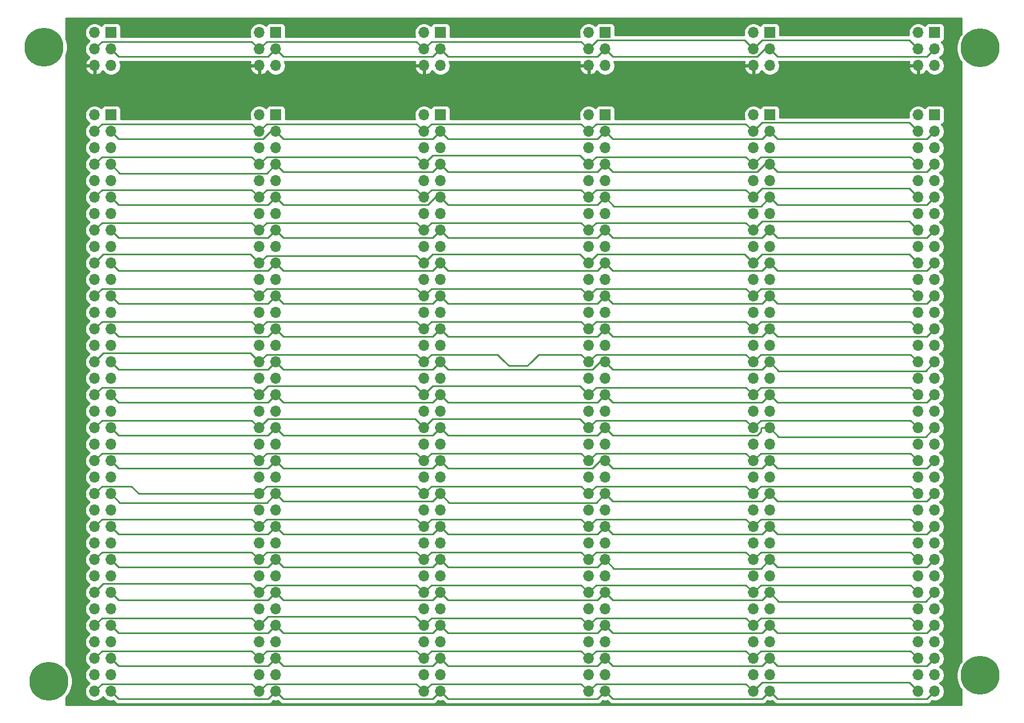
<source format=gbr>
G04 #@! TF.GenerationSoftware,KiCad,Pcbnew,(5.1.8)-1*
G04 #@! TF.CreationDate,2021-01-08T15:15:04-05:00*
G04 #@! TF.ProjectId,backplane,6261636b-706c-4616-9e65-2e6b69636164,rev?*
G04 #@! TF.SameCoordinates,Original*
G04 #@! TF.FileFunction,Copper,L1,Top*
G04 #@! TF.FilePolarity,Positive*
%FSLAX46Y46*%
G04 Gerber Fmt 4.6, Leading zero omitted, Abs format (unit mm)*
G04 Created by KiCad (PCBNEW (5.1.8)-1) date 2021-01-08 15:15:04*
%MOMM*%
%LPD*%
G01*
G04 APERTURE LIST*
G04 #@! TA.AperFunction,ConnectorPad*
%ADD10C,6.000000*%
G04 #@! TD*
G04 #@! TA.AperFunction,ComponentPad*
%ADD11C,3.400000*%
G04 #@! TD*
G04 #@! TA.AperFunction,ComponentPad*
%ADD12O,1.700000X1.700000*%
G04 #@! TD*
G04 #@! TA.AperFunction,ComponentPad*
%ADD13R,1.700000X1.700000*%
G04 #@! TD*
G04 #@! TA.AperFunction,Conductor*
%ADD14C,0.250000*%
G04 #@! TD*
G04 #@! TA.AperFunction,Conductor*
%ADD15C,0.254000*%
G04 #@! TD*
G04 #@! TA.AperFunction,Conductor*
%ADD16C,0.100000*%
G04 #@! TD*
G04 APERTURE END LIST*
D10*
G04 #@! TO.P,H4,1*
G04 #@! TO.N,N/C*
X117415000Y-138109000D03*
D11*
X117415000Y-138109000D03*
G04 #@! TD*
D10*
G04 #@! TO.P,H3,1*
G04 #@! TO.N,N/C*
X261045000Y-40453000D03*
D11*
X261045000Y-40453000D03*
G04 #@! TD*
D10*
G04 #@! TO.P,H2,1*
G04 #@! TO.N,N/C*
X116646000Y-40326000D03*
D11*
X116646000Y-40326000D03*
G04 #@! TD*
D10*
G04 #@! TO.P,H1,1*
G04 #@! TO.N,N/C*
X261045000Y-137227000D03*
D11*
X261045000Y-137227000D03*
G04 #@! TD*
D12*
G04 #@! TO.P,J10,72*
G04 #@! TO.N,/B72*
X226060000Y-139700000D03*
G04 #@! TO.P,J10,71*
G04 #@! TO.N,/B71*
X228600000Y-139700000D03*
G04 #@! TO.P,J10,70*
G04 #@! TO.N,/B70*
X226060000Y-137160000D03*
G04 #@! TO.P,J10,69*
G04 #@! TO.N,/B69*
X228600000Y-137160000D03*
G04 #@! TO.P,J10,68*
G04 #@! TO.N,/B68*
X226060000Y-134620000D03*
G04 #@! TO.P,J10,67*
G04 #@! TO.N,/B67*
X228600000Y-134620000D03*
G04 #@! TO.P,J10,66*
G04 #@! TO.N,/B66*
X226060000Y-132080000D03*
G04 #@! TO.P,J10,65*
G04 #@! TO.N,/B65*
X228600000Y-132080000D03*
G04 #@! TO.P,J10,64*
G04 #@! TO.N,/B64*
X226060000Y-129540000D03*
G04 #@! TO.P,J10,63*
G04 #@! TO.N,/B63*
X228600000Y-129540000D03*
G04 #@! TO.P,J10,62*
G04 #@! TO.N,/B62*
X226060000Y-127000000D03*
G04 #@! TO.P,J10,61*
G04 #@! TO.N,/B61*
X228600000Y-127000000D03*
G04 #@! TO.P,J10,60*
G04 #@! TO.N,/B60*
X226060000Y-124460000D03*
G04 #@! TO.P,J10,59*
G04 #@! TO.N,/A2CS*
X228600000Y-124460000D03*
G04 #@! TO.P,J10,58*
G04 #@! TO.N,/A2OE*
X226060000Y-121920000D03*
G04 #@! TO.P,J10,57*
G04 #@! TO.N,/A2WE*
X228600000Y-121920000D03*
G04 #@! TO.P,J10,56*
G04 #@! TO.N,/B56*
X226060000Y-119380000D03*
G04 #@! TO.P,J10,55*
G04 #@! TO.N,/B55*
X228600000Y-119380000D03*
G04 #@! TO.P,J10,54*
G04 #@! TO.N,/B54*
X226060000Y-116840000D03*
G04 #@! TO.P,J10,53*
G04 #@! TO.N,/A1CS*
X228600000Y-116840000D03*
G04 #@! TO.P,J10,52*
G04 #@! TO.N,/A1OE*
X226060000Y-114300000D03*
G04 #@! TO.P,J10,51*
G04 #@! TO.N,/A1WE*
X228600000Y-114300000D03*
G04 #@! TO.P,J10,50*
G04 #@! TO.N,/B50*
X226060000Y-111760000D03*
G04 #@! TO.P,J10,49*
G04 #@! TO.N,/B49*
X228600000Y-111760000D03*
G04 #@! TO.P,J10,48*
G04 #@! TO.N,/B48*
X226060000Y-109220000D03*
G04 #@! TO.P,J10,47*
G04 #@! TO.N,/OCS*
X228600000Y-109220000D03*
G04 #@! TO.P,J10,46*
G04 #@! TO.N,/OOE*
X226060000Y-106680000D03*
G04 #@! TO.P,J10,45*
G04 #@! TO.N,/OWE*
X228600000Y-106680000D03*
G04 #@! TO.P,J10,44*
G04 #@! TO.N,/B44*
X226060000Y-104140000D03*
G04 #@! TO.P,J10,43*
G04 #@! TO.N,/B43*
X228600000Y-104140000D03*
G04 #@! TO.P,J10,42*
G04 #@! TO.N,/B42*
X226060000Y-101600000D03*
G04 #@! TO.P,J10,41*
G04 #@! TO.N,/CLK*
X228600000Y-101600000D03*
G04 #@! TO.P,J10,40*
G04 #@! TO.N,/NMI*
X226060000Y-99060000D03*
G04 #@! TO.P,J10,39*
G04 #@! TO.N,/INT*
X228600000Y-99060000D03*
G04 #@! TO.P,J10,38*
G04 #@! TO.N,/M1*
X226060000Y-96520000D03*
G04 #@! TO.P,J10,37*
G04 #@! TO.N,/RFSH*
X228600000Y-96520000D03*
G04 #@! TO.P,J10,36*
G04 #@! TO.N,/WAIT*
X226060000Y-93980000D03*
G04 #@! TO.P,J10,35*
G04 #@! TO.N,/HALT*
X228600000Y-93980000D03*
G04 #@! TO.P,J10,34*
G04 #@! TO.N,/RD*
X226060000Y-91440000D03*
G04 #@! TO.P,J10,33*
G04 #@! TO.N,/WR*
X228600000Y-91440000D03*
G04 #@! TO.P,J10,32*
G04 #@! TO.N,/MREQ*
X226060000Y-88900000D03*
G04 #@! TO.P,J10,31*
G04 #@! TO.N,/IORQ*
X228600000Y-88900000D03*
G04 #@! TO.P,J10,30*
G04 #@! TO.N,/BUSRQ*
X226060000Y-86360000D03*
G04 #@! TO.P,J10,29*
G04 #@! TO.N,/BUSACK*
X228600000Y-86360000D03*
G04 #@! TO.P,J10,28*
G04 #@! TO.N,/B28*
X226060000Y-83820000D03*
G04 #@! TO.P,J10,27*
G04 #@! TO.N,/B27*
X228600000Y-83820000D03*
G04 #@! TO.P,J10,26*
G04 #@! TO.N,/D7*
X226060000Y-81280000D03*
G04 #@! TO.P,J10,25*
G04 #@! TO.N,/D6*
X228600000Y-81280000D03*
G04 #@! TO.P,J10,24*
G04 #@! TO.N,/D5*
X226060000Y-78740000D03*
G04 #@! TO.P,J10,23*
G04 #@! TO.N,/D4*
X228600000Y-78740000D03*
G04 #@! TO.P,J10,22*
G04 #@! TO.N,/D3*
X226060000Y-76200000D03*
G04 #@! TO.P,J10,21*
G04 #@! TO.N,/D2*
X228600000Y-76200000D03*
G04 #@! TO.P,J10,20*
G04 #@! TO.N,/D1*
X226060000Y-73660000D03*
G04 #@! TO.P,J10,19*
G04 #@! TO.N,/D0*
X228600000Y-73660000D03*
G04 #@! TO.P,J10,18*
G04 #@! TO.N,/B18*
X226060000Y-71120000D03*
G04 #@! TO.P,J10,17*
G04 #@! TO.N,/B17*
X228600000Y-71120000D03*
G04 #@! TO.P,J10,16*
G04 #@! TO.N,/A15*
X226060000Y-68580000D03*
G04 #@! TO.P,J10,15*
G04 #@! TO.N,/A14*
X228600000Y-68580000D03*
G04 #@! TO.P,J10,14*
G04 #@! TO.N,/A13*
X226060000Y-66040000D03*
G04 #@! TO.P,J10,13*
G04 #@! TO.N,/A12*
X228600000Y-66040000D03*
G04 #@! TO.P,J10,12*
G04 #@! TO.N,/A11*
X226060000Y-63500000D03*
G04 #@! TO.P,J10,11*
G04 #@! TO.N,/A10*
X228600000Y-63500000D03*
G04 #@! TO.P,J10,10*
G04 #@! TO.N,/A9*
X226060000Y-60960000D03*
G04 #@! TO.P,J10,9*
G04 #@! TO.N,/A8*
X228600000Y-60960000D03*
G04 #@! TO.P,J10,8*
G04 #@! TO.N,/A7*
X226060000Y-58420000D03*
G04 #@! TO.P,J10,7*
G04 #@! TO.N,/A6*
X228600000Y-58420000D03*
G04 #@! TO.P,J10,6*
G04 #@! TO.N,/A5*
X226060000Y-55880000D03*
G04 #@! TO.P,J10,5*
G04 #@! TO.N,/A4*
X228600000Y-55880000D03*
G04 #@! TO.P,J10,4*
G04 #@! TO.N,/A3*
X226060000Y-53340000D03*
G04 #@! TO.P,J10,3*
G04 #@! TO.N,/A2*
X228600000Y-53340000D03*
G04 #@! TO.P,J10,2*
G04 #@! TO.N,/A1*
X226060000Y-50800000D03*
D13*
G04 #@! TO.P,J10,1*
G04 #@! TO.N,/A0*
X228600000Y-50800000D03*
G04 #@! TD*
D12*
G04 #@! TO.P,J8,72*
G04 #@! TO.N,/B72*
X200660000Y-139700000D03*
G04 #@! TO.P,J8,71*
G04 #@! TO.N,/B71*
X203200000Y-139700000D03*
G04 #@! TO.P,J8,70*
G04 #@! TO.N,/B70*
X200660000Y-137160000D03*
G04 #@! TO.P,J8,69*
G04 #@! TO.N,/B69*
X203200000Y-137160000D03*
G04 #@! TO.P,J8,68*
G04 #@! TO.N,/B68*
X200660000Y-134620000D03*
G04 #@! TO.P,J8,67*
G04 #@! TO.N,/B67*
X203200000Y-134620000D03*
G04 #@! TO.P,J8,66*
G04 #@! TO.N,/B66*
X200660000Y-132080000D03*
G04 #@! TO.P,J8,65*
G04 #@! TO.N,/B65*
X203200000Y-132080000D03*
G04 #@! TO.P,J8,64*
G04 #@! TO.N,/B64*
X200660000Y-129540000D03*
G04 #@! TO.P,J8,63*
G04 #@! TO.N,/B63*
X203200000Y-129540000D03*
G04 #@! TO.P,J8,62*
G04 #@! TO.N,/B62*
X200660000Y-127000000D03*
G04 #@! TO.P,J8,61*
G04 #@! TO.N,/B61*
X203200000Y-127000000D03*
G04 #@! TO.P,J8,60*
G04 #@! TO.N,/B60*
X200660000Y-124460000D03*
G04 #@! TO.P,J8,59*
G04 #@! TO.N,/A2CS*
X203200000Y-124460000D03*
G04 #@! TO.P,J8,58*
G04 #@! TO.N,/A2OE*
X200660000Y-121920000D03*
G04 #@! TO.P,J8,57*
G04 #@! TO.N,/A2WE*
X203200000Y-121920000D03*
G04 #@! TO.P,J8,56*
G04 #@! TO.N,/B56*
X200660000Y-119380000D03*
G04 #@! TO.P,J8,55*
G04 #@! TO.N,/B55*
X203200000Y-119380000D03*
G04 #@! TO.P,J8,54*
G04 #@! TO.N,/B54*
X200660000Y-116840000D03*
G04 #@! TO.P,J8,53*
G04 #@! TO.N,/A1CS*
X203200000Y-116840000D03*
G04 #@! TO.P,J8,52*
G04 #@! TO.N,/A1OE*
X200660000Y-114300000D03*
G04 #@! TO.P,J8,51*
G04 #@! TO.N,/A1WE*
X203200000Y-114300000D03*
G04 #@! TO.P,J8,50*
G04 #@! TO.N,/B50*
X200660000Y-111760000D03*
G04 #@! TO.P,J8,49*
G04 #@! TO.N,/B49*
X203200000Y-111760000D03*
G04 #@! TO.P,J8,48*
G04 #@! TO.N,/B48*
X200660000Y-109220000D03*
G04 #@! TO.P,J8,47*
G04 #@! TO.N,/OCS*
X203200000Y-109220000D03*
G04 #@! TO.P,J8,46*
G04 #@! TO.N,/OOE*
X200660000Y-106680000D03*
G04 #@! TO.P,J8,45*
G04 #@! TO.N,/OWE*
X203200000Y-106680000D03*
G04 #@! TO.P,J8,44*
G04 #@! TO.N,/B44*
X200660000Y-104140000D03*
G04 #@! TO.P,J8,43*
G04 #@! TO.N,/B43*
X203200000Y-104140000D03*
G04 #@! TO.P,J8,42*
G04 #@! TO.N,/B42*
X200660000Y-101600000D03*
G04 #@! TO.P,J8,41*
G04 #@! TO.N,/CLK*
X203200000Y-101600000D03*
G04 #@! TO.P,J8,40*
G04 #@! TO.N,/NMI*
X200660000Y-99060000D03*
G04 #@! TO.P,J8,39*
G04 #@! TO.N,/INT*
X203200000Y-99060000D03*
G04 #@! TO.P,J8,38*
G04 #@! TO.N,/M1*
X200660000Y-96520000D03*
G04 #@! TO.P,J8,37*
G04 #@! TO.N,/RFSH*
X203200000Y-96520000D03*
G04 #@! TO.P,J8,36*
G04 #@! TO.N,/WAIT*
X200660000Y-93980000D03*
G04 #@! TO.P,J8,35*
G04 #@! TO.N,/HALT*
X203200000Y-93980000D03*
G04 #@! TO.P,J8,34*
G04 #@! TO.N,/RD*
X200660000Y-91440000D03*
G04 #@! TO.P,J8,33*
G04 #@! TO.N,/WR*
X203200000Y-91440000D03*
G04 #@! TO.P,J8,32*
G04 #@! TO.N,/MREQ*
X200660000Y-88900000D03*
G04 #@! TO.P,J8,31*
G04 #@! TO.N,/IORQ*
X203200000Y-88900000D03*
G04 #@! TO.P,J8,30*
G04 #@! TO.N,/BUSRQ*
X200660000Y-86360000D03*
G04 #@! TO.P,J8,29*
G04 #@! TO.N,/BUSACK*
X203200000Y-86360000D03*
G04 #@! TO.P,J8,28*
G04 #@! TO.N,/B28*
X200660000Y-83820000D03*
G04 #@! TO.P,J8,27*
G04 #@! TO.N,/B27*
X203200000Y-83820000D03*
G04 #@! TO.P,J8,26*
G04 #@! TO.N,/D7*
X200660000Y-81280000D03*
G04 #@! TO.P,J8,25*
G04 #@! TO.N,/D6*
X203200000Y-81280000D03*
G04 #@! TO.P,J8,24*
G04 #@! TO.N,/D5*
X200660000Y-78740000D03*
G04 #@! TO.P,J8,23*
G04 #@! TO.N,/D4*
X203200000Y-78740000D03*
G04 #@! TO.P,J8,22*
G04 #@! TO.N,/D3*
X200660000Y-76200000D03*
G04 #@! TO.P,J8,21*
G04 #@! TO.N,/D2*
X203200000Y-76200000D03*
G04 #@! TO.P,J8,20*
G04 #@! TO.N,/D1*
X200660000Y-73660000D03*
G04 #@! TO.P,J8,19*
G04 #@! TO.N,/D0*
X203200000Y-73660000D03*
G04 #@! TO.P,J8,18*
G04 #@! TO.N,/B18*
X200660000Y-71120000D03*
G04 #@! TO.P,J8,17*
G04 #@! TO.N,/B17*
X203200000Y-71120000D03*
G04 #@! TO.P,J8,16*
G04 #@! TO.N,/A15*
X200660000Y-68580000D03*
G04 #@! TO.P,J8,15*
G04 #@! TO.N,/A14*
X203200000Y-68580000D03*
G04 #@! TO.P,J8,14*
G04 #@! TO.N,/A13*
X200660000Y-66040000D03*
G04 #@! TO.P,J8,13*
G04 #@! TO.N,/A12*
X203200000Y-66040000D03*
G04 #@! TO.P,J8,12*
G04 #@! TO.N,/A11*
X200660000Y-63500000D03*
G04 #@! TO.P,J8,11*
G04 #@! TO.N,/A10*
X203200000Y-63500000D03*
G04 #@! TO.P,J8,10*
G04 #@! TO.N,/A9*
X200660000Y-60960000D03*
G04 #@! TO.P,J8,9*
G04 #@! TO.N,/A8*
X203200000Y-60960000D03*
G04 #@! TO.P,J8,8*
G04 #@! TO.N,/A7*
X200660000Y-58420000D03*
G04 #@! TO.P,J8,7*
G04 #@! TO.N,/A6*
X203200000Y-58420000D03*
G04 #@! TO.P,J8,6*
G04 #@! TO.N,/A5*
X200660000Y-55880000D03*
G04 #@! TO.P,J8,5*
G04 #@! TO.N,/A4*
X203200000Y-55880000D03*
G04 #@! TO.P,J8,4*
G04 #@! TO.N,/A3*
X200660000Y-53340000D03*
G04 #@! TO.P,J8,3*
G04 #@! TO.N,/A2*
X203200000Y-53340000D03*
G04 #@! TO.P,J8,2*
G04 #@! TO.N,/A1*
X200660000Y-50800000D03*
D13*
G04 #@! TO.P,J8,1*
G04 #@! TO.N,/A0*
X203200000Y-50800000D03*
G04 #@! TD*
D12*
G04 #@! TO.P,J6,72*
G04 #@! TO.N,/B72*
X175260000Y-139700000D03*
G04 #@! TO.P,J6,71*
G04 #@! TO.N,/B71*
X177800000Y-139700000D03*
G04 #@! TO.P,J6,70*
G04 #@! TO.N,/B70*
X175260000Y-137160000D03*
G04 #@! TO.P,J6,69*
G04 #@! TO.N,/B69*
X177800000Y-137160000D03*
G04 #@! TO.P,J6,68*
G04 #@! TO.N,/B68*
X175260000Y-134620000D03*
G04 #@! TO.P,J6,67*
G04 #@! TO.N,/B67*
X177800000Y-134620000D03*
G04 #@! TO.P,J6,66*
G04 #@! TO.N,/B66*
X175260000Y-132080000D03*
G04 #@! TO.P,J6,65*
G04 #@! TO.N,/B65*
X177800000Y-132080000D03*
G04 #@! TO.P,J6,64*
G04 #@! TO.N,/B64*
X175260000Y-129540000D03*
G04 #@! TO.P,J6,63*
G04 #@! TO.N,/B63*
X177800000Y-129540000D03*
G04 #@! TO.P,J6,62*
G04 #@! TO.N,/B62*
X175260000Y-127000000D03*
G04 #@! TO.P,J6,61*
G04 #@! TO.N,/B61*
X177800000Y-127000000D03*
G04 #@! TO.P,J6,60*
G04 #@! TO.N,/B60*
X175260000Y-124460000D03*
G04 #@! TO.P,J6,59*
G04 #@! TO.N,/A2CS*
X177800000Y-124460000D03*
G04 #@! TO.P,J6,58*
G04 #@! TO.N,/A2OE*
X175260000Y-121920000D03*
G04 #@! TO.P,J6,57*
G04 #@! TO.N,/A2WE*
X177800000Y-121920000D03*
G04 #@! TO.P,J6,56*
G04 #@! TO.N,/B56*
X175260000Y-119380000D03*
G04 #@! TO.P,J6,55*
G04 #@! TO.N,/B55*
X177800000Y-119380000D03*
G04 #@! TO.P,J6,54*
G04 #@! TO.N,/B54*
X175260000Y-116840000D03*
G04 #@! TO.P,J6,53*
G04 #@! TO.N,/A1CS*
X177800000Y-116840000D03*
G04 #@! TO.P,J6,52*
G04 #@! TO.N,/A1OE*
X175260000Y-114300000D03*
G04 #@! TO.P,J6,51*
G04 #@! TO.N,/A1WE*
X177800000Y-114300000D03*
G04 #@! TO.P,J6,50*
G04 #@! TO.N,/B50*
X175260000Y-111760000D03*
G04 #@! TO.P,J6,49*
G04 #@! TO.N,/B49*
X177800000Y-111760000D03*
G04 #@! TO.P,J6,48*
G04 #@! TO.N,/B48*
X175260000Y-109220000D03*
G04 #@! TO.P,J6,47*
G04 #@! TO.N,/OCS*
X177800000Y-109220000D03*
G04 #@! TO.P,J6,46*
G04 #@! TO.N,/OOE*
X175260000Y-106680000D03*
G04 #@! TO.P,J6,45*
G04 #@! TO.N,/OWE*
X177800000Y-106680000D03*
G04 #@! TO.P,J6,44*
G04 #@! TO.N,/B44*
X175260000Y-104140000D03*
G04 #@! TO.P,J6,43*
G04 #@! TO.N,/B43*
X177800000Y-104140000D03*
G04 #@! TO.P,J6,42*
G04 #@! TO.N,/B42*
X175260000Y-101600000D03*
G04 #@! TO.P,J6,41*
G04 #@! TO.N,/CLK*
X177800000Y-101600000D03*
G04 #@! TO.P,J6,40*
G04 #@! TO.N,/NMI*
X175260000Y-99060000D03*
G04 #@! TO.P,J6,39*
G04 #@! TO.N,/INT*
X177800000Y-99060000D03*
G04 #@! TO.P,J6,38*
G04 #@! TO.N,/M1*
X175260000Y-96520000D03*
G04 #@! TO.P,J6,37*
G04 #@! TO.N,/RFSH*
X177800000Y-96520000D03*
G04 #@! TO.P,J6,36*
G04 #@! TO.N,/WAIT*
X175260000Y-93980000D03*
G04 #@! TO.P,J6,35*
G04 #@! TO.N,/HALT*
X177800000Y-93980000D03*
G04 #@! TO.P,J6,34*
G04 #@! TO.N,/RD*
X175260000Y-91440000D03*
G04 #@! TO.P,J6,33*
G04 #@! TO.N,/WR*
X177800000Y-91440000D03*
G04 #@! TO.P,J6,32*
G04 #@! TO.N,/MREQ*
X175260000Y-88900000D03*
G04 #@! TO.P,J6,31*
G04 #@! TO.N,/IORQ*
X177800000Y-88900000D03*
G04 #@! TO.P,J6,30*
G04 #@! TO.N,/BUSRQ*
X175260000Y-86360000D03*
G04 #@! TO.P,J6,29*
G04 #@! TO.N,/BUSACK*
X177800000Y-86360000D03*
G04 #@! TO.P,J6,28*
G04 #@! TO.N,/B28*
X175260000Y-83820000D03*
G04 #@! TO.P,J6,27*
G04 #@! TO.N,/B27*
X177800000Y-83820000D03*
G04 #@! TO.P,J6,26*
G04 #@! TO.N,/D7*
X175260000Y-81280000D03*
G04 #@! TO.P,J6,25*
G04 #@! TO.N,/D6*
X177800000Y-81280000D03*
G04 #@! TO.P,J6,24*
G04 #@! TO.N,/D5*
X175260000Y-78740000D03*
G04 #@! TO.P,J6,23*
G04 #@! TO.N,/D4*
X177800000Y-78740000D03*
G04 #@! TO.P,J6,22*
G04 #@! TO.N,/D3*
X175260000Y-76200000D03*
G04 #@! TO.P,J6,21*
G04 #@! TO.N,/D2*
X177800000Y-76200000D03*
G04 #@! TO.P,J6,20*
G04 #@! TO.N,/D1*
X175260000Y-73660000D03*
G04 #@! TO.P,J6,19*
G04 #@! TO.N,/D0*
X177800000Y-73660000D03*
G04 #@! TO.P,J6,18*
G04 #@! TO.N,/B18*
X175260000Y-71120000D03*
G04 #@! TO.P,J6,17*
G04 #@! TO.N,/B17*
X177800000Y-71120000D03*
G04 #@! TO.P,J6,16*
G04 #@! TO.N,/A15*
X175260000Y-68580000D03*
G04 #@! TO.P,J6,15*
G04 #@! TO.N,/A14*
X177800000Y-68580000D03*
G04 #@! TO.P,J6,14*
G04 #@! TO.N,/A13*
X175260000Y-66040000D03*
G04 #@! TO.P,J6,13*
G04 #@! TO.N,/A12*
X177800000Y-66040000D03*
G04 #@! TO.P,J6,12*
G04 #@! TO.N,/A11*
X175260000Y-63500000D03*
G04 #@! TO.P,J6,11*
G04 #@! TO.N,/A10*
X177800000Y-63500000D03*
G04 #@! TO.P,J6,10*
G04 #@! TO.N,/A9*
X175260000Y-60960000D03*
G04 #@! TO.P,J6,9*
G04 #@! TO.N,/A8*
X177800000Y-60960000D03*
G04 #@! TO.P,J6,8*
G04 #@! TO.N,/A7*
X175260000Y-58420000D03*
G04 #@! TO.P,J6,7*
G04 #@! TO.N,/A6*
X177800000Y-58420000D03*
G04 #@! TO.P,J6,6*
G04 #@! TO.N,/A5*
X175260000Y-55880000D03*
G04 #@! TO.P,J6,5*
G04 #@! TO.N,/A4*
X177800000Y-55880000D03*
G04 #@! TO.P,J6,4*
G04 #@! TO.N,/A3*
X175260000Y-53340000D03*
G04 #@! TO.P,J6,3*
G04 #@! TO.N,/A2*
X177800000Y-53340000D03*
G04 #@! TO.P,J6,2*
G04 #@! TO.N,/A1*
X175260000Y-50800000D03*
D13*
G04 #@! TO.P,J6,1*
G04 #@! TO.N,/A0*
X177800000Y-50800000D03*
G04 #@! TD*
D12*
G04 #@! TO.P,J4,72*
G04 #@! TO.N,/B72*
X149860000Y-139700000D03*
G04 #@! TO.P,J4,71*
G04 #@! TO.N,/B71*
X152400000Y-139700000D03*
G04 #@! TO.P,J4,70*
G04 #@! TO.N,/B70*
X149860000Y-137160000D03*
G04 #@! TO.P,J4,69*
G04 #@! TO.N,/B69*
X152400000Y-137160000D03*
G04 #@! TO.P,J4,68*
G04 #@! TO.N,/B68*
X149860000Y-134620000D03*
G04 #@! TO.P,J4,67*
G04 #@! TO.N,/B67*
X152400000Y-134620000D03*
G04 #@! TO.P,J4,66*
G04 #@! TO.N,/B66*
X149860000Y-132080000D03*
G04 #@! TO.P,J4,65*
G04 #@! TO.N,/B65*
X152400000Y-132080000D03*
G04 #@! TO.P,J4,64*
G04 #@! TO.N,/B64*
X149860000Y-129540000D03*
G04 #@! TO.P,J4,63*
G04 #@! TO.N,/B63*
X152400000Y-129540000D03*
G04 #@! TO.P,J4,62*
G04 #@! TO.N,/B62*
X149860000Y-127000000D03*
G04 #@! TO.P,J4,61*
G04 #@! TO.N,/B61*
X152400000Y-127000000D03*
G04 #@! TO.P,J4,60*
G04 #@! TO.N,/B60*
X149860000Y-124460000D03*
G04 #@! TO.P,J4,59*
G04 #@! TO.N,/A2CS*
X152400000Y-124460000D03*
G04 #@! TO.P,J4,58*
G04 #@! TO.N,/A2OE*
X149860000Y-121920000D03*
G04 #@! TO.P,J4,57*
G04 #@! TO.N,/A2WE*
X152400000Y-121920000D03*
G04 #@! TO.P,J4,56*
G04 #@! TO.N,/B56*
X149860000Y-119380000D03*
G04 #@! TO.P,J4,55*
G04 #@! TO.N,/B55*
X152400000Y-119380000D03*
G04 #@! TO.P,J4,54*
G04 #@! TO.N,/B54*
X149860000Y-116840000D03*
G04 #@! TO.P,J4,53*
G04 #@! TO.N,/A1CS*
X152400000Y-116840000D03*
G04 #@! TO.P,J4,52*
G04 #@! TO.N,/A1OE*
X149860000Y-114300000D03*
G04 #@! TO.P,J4,51*
G04 #@! TO.N,/A1WE*
X152400000Y-114300000D03*
G04 #@! TO.P,J4,50*
G04 #@! TO.N,/B50*
X149860000Y-111760000D03*
G04 #@! TO.P,J4,49*
G04 #@! TO.N,/B49*
X152400000Y-111760000D03*
G04 #@! TO.P,J4,48*
G04 #@! TO.N,/B48*
X149860000Y-109220000D03*
G04 #@! TO.P,J4,47*
G04 #@! TO.N,/OCS*
X152400000Y-109220000D03*
G04 #@! TO.P,J4,46*
G04 #@! TO.N,/OOE*
X149860000Y-106680000D03*
G04 #@! TO.P,J4,45*
G04 #@! TO.N,/OWE*
X152400000Y-106680000D03*
G04 #@! TO.P,J4,44*
G04 #@! TO.N,/B44*
X149860000Y-104140000D03*
G04 #@! TO.P,J4,43*
G04 #@! TO.N,/B43*
X152400000Y-104140000D03*
G04 #@! TO.P,J4,42*
G04 #@! TO.N,/B42*
X149860000Y-101600000D03*
G04 #@! TO.P,J4,41*
G04 #@! TO.N,/CLK*
X152400000Y-101600000D03*
G04 #@! TO.P,J4,40*
G04 #@! TO.N,/NMI*
X149860000Y-99060000D03*
G04 #@! TO.P,J4,39*
G04 #@! TO.N,/INT*
X152400000Y-99060000D03*
G04 #@! TO.P,J4,38*
G04 #@! TO.N,/M1*
X149860000Y-96520000D03*
G04 #@! TO.P,J4,37*
G04 #@! TO.N,/RFSH*
X152400000Y-96520000D03*
G04 #@! TO.P,J4,36*
G04 #@! TO.N,/WAIT*
X149860000Y-93980000D03*
G04 #@! TO.P,J4,35*
G04 #@! TO.N,/HALT*
X152400000Y-93980000D03*
G04 #@! TO.P,J4,34*
G04 #@! TO.N,/RD*
X149860000Y-91440000D03*
G04 #@! TO.P,J4,33*
G04 #@! TO.N,/WR*
X152400000Y-91440000D03*
G04 #@! TO.P,J4,32*
G04 #@! TO.N,/MREQ*
X149860000Y-88900000D03*
G04 #@! TO.P,J4,31*
G04 #@! TO.N,/IORQ*
X152400000Y-88900000D03*
G04 #@! TO.P,J4,30*
G04 #@! TO.N,/BUSRQ*
X149860000Y-86360000D03*
G04 #@! TO.P,J4,29*
G04 #@! TO.N,/BUSACK*
X152400000Y-86360000D03*
G04 #@! TO.P,J4,28*
G04 #@! TO.N,/B28*
X149860000Y-83820000D03*
G04 #@! TO.P,J4,27*
G04 #@! TO.N,/B27*
X152400000Y-83820000D03*
G04 #@! TO.P,J4,26*
G04 #@! TO.N,/D7*
X149860000Y-81280000D03*
G04 #@! TO.P,J4,25*
G04 #@! TO.N,/D6*
X152400000Y-81280000D03*
G04 #@! TO.P,J4,24*
G04 #@! TO.N,/D5*
X149860000Y-78740000D03*
G04 #@! TO.P,J4,23*
G04 #@! TO.N,/D4*
X152400000Y-78740000D03*
G04 #@! TO.P,J4,22*
G04 #@! TO.N,/D3*
X149860000Y-76200000D03*
G04 #@! TO.P,J4,21*
G04 #@! TO.N,/D2*
X152400000Y-76200000D03*
G04 #@! TO.P,J4,20*
G04 #@! TO.N,/D1*
X149860000Y-73660000D03*
G04 #@! TO.P,J4,19*
G04 #@! TO.N,/D0*
X152400000Y-73660000D03*
G04 #@! TO.P,J4,18*
G04 #@! TO.N,/B18*
X149860000Y-71120000D03*
G04 #@! TO.P,J4,17*
G04 #@! TO.N,/B17*
X152400000Y-71120000D03*
G04 #@! TO.P,J4,16*
G04 #@! TO.N,/A15*
X149860000Y-68580000D03*
G04 #@! TO.P,J4,15*
G04 #@! TO.N,/A14*
X152400000Y-68580000D03*
G04 #@! TO.P,J4,14*
G04 #@! TO.N,/A13*
X149860000Y-66040000D03*
G04 #@! TO.P,J4,13*
G04 #@! TO.N,/A12*
X152400000Y-66040000D03*
G04 #@! TO.P,J4,12*
G04 #@! TO.N,/A11*
X149860000Y-63500000D03*
G04 #@! TO.P,J4,11*
G04 #@! TO.N,/A10*
X152400000Y-63500000D03*
G04 #@! TO.P,J4,10*
G04 #@! TO.N,/A9*
X149860000Y-60960000D03*
G04 #@! TO.P,J4,9*
G04 #@! TO.N,/A8*
X152400000Y-60960000D03*
G04 #@! TO.P,J4,8*
G04 #@! TO.N,/A7*
X149860000Y-58420000D03*
G04 #@! TO.P,J4,7*
G04 #@! TO.N,/A6*
X152400000Y-58420000D03*
G04 #@! TO.P,J4,6*
G04 #@! TO.N,/A5*
X149860000Y-55880000D03*
G04 #@! TO.P,J4,5*
G04 #@! TO.N,/A4*
X152400000Y-55880000D03*
G04 #@! TO.P,J4,4*
G04 #@! TO.N,/A3*
X149860000Y-53340000D03*
G04 #@! TO.P,J4,3*
G04 #@! TO.N,/A2*
X152400000Y-53340000D03*
G04 #@! TO.P,J4,2*
G04 #@! TO.N,/A1*
X149860000Y-50800000D03*
D13*
G04 #@! TO.P,J4,1*
G04 #@! TO.N,/A0*
X152400000Y-50800000D03*
G04 #@! TD*
D12*
G04 #@! TO.P,J2,72*
G04 #@! TO.N,/B72*
X124460000Y-139700000D03*
G04 #@! TO.P,J2,71*
G04 #@! TO.N,/B71*
X127000000Y-139700000D03*
G04 #@! TO.P,J2,70*
G04 #@! TO.N,/B70*
X124460000Y-137160000D03*
G04 #@! TO.P,J2,69*
G04 #@! TO.N,/B69*
X127000000Y-137160000D03*
G04 #@! TO.P,J2,68*
G04 #@! TO.N,/B68*
X124460000Y-134620000D03*
G04 #@! TO.P,J2,67*
G04 #@! TO.N,/B67*
X127000000Y-134620000D03*
G04 #@! TO.P,J2,66*
G04 #@! TO.N,/B66*
X124460000Y-132080000D03*
G04 #@! TO.P,J2,65*
G04 #@! TO.N,/B65*
X127000000Y-132080000D03*
G04 #@! TO.P,J2,64*
G04 #@! TO.N,/B64*
X124460000Y-129540000D03*
G04 #@! TO.P,J2,63*
G04 #@! TO.N,/B63*
X127000000Y-129540000D03*
G04 #@! TO.P,J2,62*
G04 #@! TO.N,/B62*
X124460000Y-127000000D03*
G04 #@! TO.P,J2,61*
G04 #@! TO.N,/B61*
X127000000Y-127000000D03*
G04 #@! TO.P,J2,60*
G04 #@! TO.N,/B60*
X124460000Y-124460000D03*
G04 #@! TO.P,J2,59*
G04 #@! TO.N,/A2CS*
X127000000Y-124460000D03*
G04 #@! TO.P,J2,58*
G04 #@! TO.N,/A2OE*
X124460000Y-121920000D03*
G04 #@! TO.P,J2,57*
G04 #@! TO.N,/A2WE*
X127000000Y-121920000D03*
G04 #@! TO.P,J2,56*
G04 #@! TO.N,/B56*
X124460000Y-119380000D03*
G04 #@! TO.P,J2,55*
G04 #@! TO.N,/B55*
X127000000Y-119380000D03*
G04 #@! TO.P,J2,54*
G04 #@! TO.N,/B54*
X124460000Y-116840000D03*
G04 #@! TO.P,J2,53*
G04 #@! TO.N,/A1CS*
X127000000Y-116840000D03*
G04 #@! TO.P,J2,52*
G04 #@! TO.N,/A1OE*
X124460000Y-114300000D03*
G04 #@! TO.P,J2,51*
G04 #@! TO.N,/A1WE*
X127000000Y-114300000D03*
G04 #@! TO.P,J2,50*
G04 #@! TO.N,/B50*
X124460000Y-111760000D03*
G04 #@! TO.P,J2,49*
G04 #@! TO.N,/B49*
X127000000Y-111760000D03*
G04 #@! TO.P,J2,48*
G04 #@! TO.N,/B48*
X124460000Y-109220000D03*
G04 #@! TO.P,J2,47*
G04 #@! TO.N,/OCS*
X127000000Y-109220000D03*
G04 #@! TO.P,J2,46*
G04 #@! TO.N,/OOE*
X124460000Y-106680000D03*
G04 #@! TO.P,J2,45*
G04 #@! TO.N,/OWE*
X127000000Y-106680000D03*
G04 #@! TO.P,J2,44*
G04 #@! TO.N,/B44*
X124460000Y-104140000D03*
G04 #@! TO.P,J2,43*
G04 #@! TO.N,/B43*
X127000000Y-104140000D03*
G04 #@! TO.P,J2,42*
G04 #@! TO.N,/B42*
X124460000Y-101600000D03*
G04 #@! TO.P,J2,41*
G04 #@! TO.N,/CLK*
X127000000Y-101600000D03*
G04 #@! TO.P,J2,40*
G04 #@! TO.N,/NMI*
X124460000Y-99060000D03*
G04 #@! TO.P,J2,39*
G04 #@! TO.N,/INT*
X127000000Y-99060000D03*
G04 #@! TO.P,J2,38*
G04 #@! TO.N,/M1*
X124460000Y-96520000D03*
G04 #@! TO.P,J2,37*
G04 #@! TO.N,/RFSH*
X127000000Y-96520000D03*
G04 #@! TO.P,J2,36*
G04 #@! TO.N,/WAIT*
X124460000Y-93980000D03*
G04 #@! TO.P,J2,35*
G04 #@! TO.N,/HALT*
X127000000Y-93980000D03*
G04 #@! TO.P,J2,34*
G04 #@! TO.N,/RD*
X124460000Y-91440000D03*
G04 #@! TO.P,J2,33*
G04 #@! TO.N,/WR*
X127000000Y-91440000D03*
G04 #@! TO.P,J2,32*
G04 #@! TO.N,/MREQ*
X124460000Y-88900000D03*
G04 #@! TO.P,J2,31*
G04 #@! TO.N,/IORQ*
X127000000Y-88900000D03*
G04 #@! TO.P,J2,30*
G04 #@! TO.N,/BUSRQ*
X124460000Y-86360000D03*
G04 #@! TO.P,J2,29*
G04 #@! TO.N,/BUSACK*
X127000000Y-86360000D03*
G04 #@! TO.P,J2,28*
G04 #@! TO.N,/B28*
X124460000Y-83820000D03*
G04 #@! TO.P,J2,27*
G04 #@! TO.N,/B27*
X127000000Y-83820000D03*
G04 #@! TO.P,J2,26*
G04 #@! TO.N,/D7*
X124460000Y-81280000D03*
G04 #@! TO.P,J2,25*
G04 #@! TO.N,/D6*
X127000000Y-81280000D03*
G04 #@! TO.P,J2,24*
G04 #@! TO.N,/D5*
X124460000Y-78740000D03*
G04 #@! TO.P,J2,23*
G04 #@! TO.N,/D4*
X127000000Y-78740000D03*
G04 #@! TO.P,J2,22*
G04 #@! TO.N,/D3*
X124460000Y-76200000D03*
G04 #@! TO.P,J2,21*
G04 #@! TO.N,/D2*
X127000000Y-76200000D03*
G04 #@! TO.P,J2,20*
G04 #@! TO.N,/D1*
X124460000Y-73660000D03*
G04 #@! TO.P,J2,19*
G04 #@! TO.N,/D0*
X127000000Y-73660000D03*
G04 #@! TO.P,J2,18*
G04 #@! TO.N,/B18*
X124460000Y-71120000D03*
G04 #@! TO.P,J2,17*
G04 #@! TO.N,/B17*
X127000000Y-71120000D03*
G04 #@! TO.P,J2,16*
G04 #@! TO.N,/A15*
X124460000Y-68580000D03*
G04 #@! TO.P,J2,15*
G04 #@! TO.N,/A14*
X127000000Y-68580000D03*
G04 #@! TO.P,J2,14*
G04 #@! TO.N,/A13*
X124460000Y-66040000D03*
G04 #@! TO.P,J2,13*
G04 #@! TO.N,/A12*
X127000000Y-66040000D03*
G04 #@! TO.P,J2,12*
G04 #@! TO.N,/A11*
X124460000Y-63500000D03*
G04 #@! TO.P,J2,11*
G04 #@! TO.N,/A10*
X127000000Y-63500000D03*
G04 #@! TO.P,J2,10*
G04 #@! TO.N,/A9*
X124460000Y-60960000D03*
G04 #@! TO.P,J2,9*
G04 #@! TO.N,/A8*
X127000000Y-60960000D03*
G04 #@! TO.P,J2,8*
G04 #@! TO.N,/A7*
X124460000Y-58420000D03*
G04 #@! TO.P,J2,7*
G04 #@! TO.N,/A6*
X127000000Y-58420000D03*
G04 #@! TO.P,J2,6*
G04 #@! TO.N,/A5*
X124460000Y-55880000D03*
G04 #@! TO.P,J2,5*
G04 #@! TO.N,/A4*
X127000000Y-55880000D03*
G04 #@! TO.P,J2,4*
G04 #@! TO.N,/A3*
X124460000Y-53340000D03*
G04 #@! TO.P,J2,3*
G04 #@! TO.N,/A2*
X127000000Y-53340000D03*
G04 #@! TO.P,J2,2*
G04 #@! TO.N,/A1*
X124460000Y-50800000D03*
D13*
G04 #@! TO.P,J2,1*
G04 #@! TO.N,/A0*
X127000000Y-50800000D03*
G04 #@! TD*
D12*
G04 #@! TO.P,J11,6*
G04 #@! TO.N,/GND*
X226060000Y-43180000D03*
G04 #@! TO.P,J11,5*
G04 #@! TO.N,/VCC5*
X228600000Y-43180000D03*
G04 #@! TO.P,J11,4*
G04 #@! TO.N,/VCC3*
X226060000Y-40640000D03*
G04 #@! TO.P,J11,3*
G04 #@! TO.N,/3*
X228600000Y-40640000D03*
G04 #@! TO.P,J11,2*
G04 #@! TO.N,/2*
X226060000Y-38100000D03*
D13*
G04 #@! TO.P,J11,1*
G04 #@! TO.N,/RESET*
X228600000Y-38100000D03*
G04 #@! TD*
D12*
G04 #@! TO.P,J9,6*
G04 #@! TO.N,/GND*
X124460000Y-43180000D03*
G04 #@! TO.P,J9,5*
G04 #@! TO.N,/VCC5*
X127000000Y-43180000D03*
G04 #@! TO.P,J9,4*
G04 #@! TO.N,/VCC3*
X124460000Y-40640000D03*
G04 #@! TO.P,J9,3*
G04 #@! TO.N,/3*
X127000000Y-40640000D03*
G04 #@! TO.P,J9,2*
G04 #@! TO.N,/2*
X124460000Y-38100000D03*
D13*
G04 #@! TO.P,J9,1*
G04 #@! TO.N,/RESET*
X127000000Y-38100000D03*
G04 #@! TD*
D12*
G04 #@! TO.P,J7,6*
G04 #@! TO.N,/GND*
X251460000Y-43180000D03*
G04 #@! TO.P,J7,5*
G04 #@! TO.N,/VCC5*
X254000000Y-43180000D03*
G04 #@! TO.P,J7,4*
G04 #@! TO.N,/VCC3*
X251460000Y-40640000D03*
G04 #@! TO.P,J7,3*
G04 #@! TO.N,/3*
X254000000Y-40640000D03*
G04 #@! TO.P,J7,2*
G04 #@! TO.N,/2*
X251460000Y-38100000D03*
D13*
G04 #@! TO.P,J7,1*
G04 #@! TO.N,/RESET*
X254000000Y-38100000D03*
G04 #@! TD*
D12*
G04 #@! TO.P,J5,6*
G04 #@! TO.N,/GND*
X200660000Y-43180000D03*
G04 #@! TO.P,J5,5*
G04 #@! TO.N,/VCC5*
X203200000Y-43180000D03*
G04 #@! TO.P,J5,4*
G04 #@! TO.N,/VCC3*
X200660000Y-40640000D03*
G04 #@! TO.P,J5,3*
G04 #@! TO.N,/3*
X203200000Y-40640000D03*
G04 #@! TO.P,J5,2*
G04 #@! TO.N,/2*
X200660000Y-38100000D03*
D13*
G04 #@! TO.P,J5,1*
G04 #@! TO.N,/RESET*
X203200000Y-38100000D03*
G04 #@! TD*
D12*
G04 #@! TO.P,J3,6*
G04 #@! TO.N,/GND*
X149860000Y-43180000D03*
G04 #@! TO.P,J3,5*
G04 #@! TO.N,/VCC5*
X152400000Y-43180000D03*
G04 #@! TO.P,J3,4*
G04 #@! TO.N,/VCC3*
X149860000Y-40640000D03*
G04 #@! TO.P,J3,3*
G04 #@! TO.N,/3*
X152400000Y-40640000D03*
G04 #@! TO.P,J3,2*
G04 #@! TO.N,/2*
X149860000Y-38100000D03*
D13*
G04 #@! TO.P,J3,1*
G04 #@! TO.N,/RESET*
X152400000Y-38100000D03*
G04 #@! TD*
D12*
G04 #@! TO.P,J1,6*
G04 #@! TO.N,/GND*
X175260000Y-43180000D03*
G04 #@! TO.P,J1,5*
G04 #@! TO.N,/VCC5*
X177800000Y-43180000D03*
G04 #@! TO.P,J1,4*
G04 #@! TO.N,/VCC3*
X175260000Y-40640000D03*
G04 #@! TO.P,J1,3*
G04 #@! TO.N,/3*
X177800000Y-40640000D03*
G04 #@! TO.P,J1,2*
G04 #@! TO.N,/2*
X175260000Y-38100000D03*
D13*
G04 #@! TO.P,J1,1*
G04 #@! TO.N,/RESET*
X177800000Y-38100000D03*
G04 #@! TD*
D12*
G04 #@! TO.P,J12,72*
G04 #@! TO.N,/B72*
X251460000Y-139700000D03*
G04 #@! TO.P,J12,71*
G04 #@! TO.N,/B71*
X254000000Y-139700000D03*
G04 #@! TO.P,J12,70*
G04 #@! TO.N,/B70*
X251460000Y-137160000D03*
G04 #@! TO.P,J12,69*
G04 #@! TO.N,/B69*
X254000000Y-137160000D03*
G04 #@! TO.P,J12,68*
G04 #@! TO.N,/B68*
X251460000Y-134620000D03*
G04 #@! TO.P,J12,67*
G04 #@! TO.N,/B67*
X254000000Y-134620000D03*
G04 #@! TO.P,J12,66*
G04 #@! TO.N,/B66*
X251460000Y-132080000D03*
G04 #@! TO.P,J12,65*
G04 #@! TO.N,/B65*
X254000000Y-132080000D03*
G04 #@! TO.P,J12,64*
G04 #@! TO.N,/B64*
X251460000Y-129540000D03*
G04 #@! TO.P,J12,63*
G04 #@! TO.N,/B63*
X254000000Y-129540000D03*
G04 #@! TO.P,J12,62*
G04 #@! TO.N,/B62*
X251460000Y-127000000D03*
G04 #@! TO.P,J12,61*
G04 #@! TO.N,/B61*
X254000000Y-127000000D03*
G04 #@! TO.P,J12,60*
G04 #@! TO.N,/B60*
X251460000Y-124460000D03*
G04 #@! TO.P,J12,59*
G04 #@! TO.N,/A2CS*
X254000000Y-124460000D03*
G04 #@! TO.P,J12,58*
G04 #@! TO.N,/A2OE*
X251460000Y-121920000D03*
G04 #@! TO.P,J12,57*
G04 #@! TO.N,/A2WE*
X254000000Y-121920000D03*
G04 #@! TO.P,J12,56*
G04 #@! TO.N,/B56*
X251460000Y-119380000D03*
G04 #@! TO.P,J12,55*
G04 #@! TO.N,/B55*
X254000000Y-119380000D03*
G04 #@! TO.P,J12,54*
G04 #@! TO.N,/B54*
X251460000Y-116840000D03*
G04 #@! TO.P,J12,53*
G04 #@! TO.N,/A1CS*
X254000000Y-116840000D03*
G04 #@! TO.P,J12,52*
G04 #@! TO.N,/A1OE*
X251460000Y-114300000D03*
G04 #@! TO.P,J12,51*
G04 #@! TO.N,/A1WE*
X254000000Y-114300000D03*
G04 #@! TO.P,J12,50*
G04 #@! TO.N,/B50*
X251460000Y-111760000D03*
G04 #@! TO.P,J12,49*
G04 #@! TO.N,/B49*
X254000000Y-111760000D03*
G04 #@! TO.P,J12,48*
G04 #@! TO.N,/B48*
X251460000Y-109220000D03*
G04 #@! TO.P,J12,47*
G04 #@! TO.N,/OCS*
X254000000Y-109220000D03*
G04 #@! TO.P,J12,46*
G04 #@! TO.N,/OOE*
X251460000Y-106680000D03*
G04 #@! TO.P,J12,45*
G04 #@! TO.N,/OWE*
X254000000Y-106680000D03*
G04 #@! TO.P,J12,44*
G04 #@! TO.N,/B44*
X251460000Y-104140000D03*
G04 #@! TO.P,J12,43*
G04 #@! TO.N,/B43*
X254000000Y-104140000D03*
G04 #@! TO.P,J12,42*
G04 #@! TO.N,/B42*
X251460000Y-101600000D03*
G04 #@! TO.P,J12,41*
G04 #@! TO.N,/CLK*
X254000000Y-101600000D03*
G04 #@! TO.P,J12,40*
G04 #@! TO.N,/NMI*
X251460000Y-99060000D03*
G04 #@! TO.P,J12,39*
G04 #@! TO.N,/INT*
X254000000Y-99060000D03*
G04 #@! TO.P,J12,38*
G04 #@! TO.N,/M1*
X251460000Y-96520000D03*
G04 #@! TO.P,J12,37*
G04 #@! TO.N,/RFSH*
X254000000Y-96520000D03*
G04 #@! TO.P,J12,36*
G04 #@! TO.N,/WAIT*
X251460000Y-93980000D03*
G04 #@! TO.P,J12,35*
G04 #@! TO.N,/HALT*
X254000000Y-93980000D03*
G04 #@! TO.P,J12,34*
G04 #@! TO.N,/RD*
X251460000Y-91440000D03*
G04 #@! TO.P,J12,33*
G04 #@! TO.N,/WR*
X254000000Y-91440000D03*
G04 #@! TO.P,J12,32*
G04 #@! TO.N,/MREQ*
X251460000Y-88900000D03*
G04 #@! TO.P,J12,31*
G04 #@! TO.N,/IORQ*
X254000000Y-88900000D03*
G04 #@! TO.P,J12,30*
G04 #@! TO.N,/BUSRQ*
X251460000Y-86360000D03*
G04 #@! TO.P,J12,29*
G04 #@! TO.N,/BUSACK*
X254000000Y-86360000D03*
G04 #@! TO.P,J12,28*
G04 #@! TO.N,/B28*
X251460000Y-83820000D03*
G04 #@! TO.P,J12,27*
G04 #@! TO.N,/B27*
X254000000Y-83820000D03*
G04 #@! TO.P,J12,26*
G04 #@! TO.N,/D7*
X251460000Y-81280000D03*
G04 #@! TO.P,J12,25*
G04 #@! TO.N,/D6*
X254000000Y-81280000D03*
G04 #@! TO.P,J12,24*
G04 #@! TO.N,/D5*
X251460000Y-78740000D03*
G04 #@! TO.P,J12,23*
G04 #@! TO.N,/D4*
X254000000Y-78740000D03*
G04 #@! TO.P,J12,22*
G04 #@! TO.N,/D3*
X251460000Y-76200000D03*
G04 #@! TO.P,J12,21*
G04 #@! TO.N,/D2*
X254000000Y-76200000D03*
G04 #@! TO.P,J12,20*
G04 #@! TO.N,/D1*
X251460000Y-73660000D03*
G04 #@! TO.P,J12,19*
G04 #@! TO.N,/D0*
X254000000Y-73660000D03*
G04 #@! TO.P,J12,18*
G04 #@! TO.N,/B18*
X251460000Y-71120000D03*
G04 #@! TO.P,J12,17*
G04 #@! TO.N,/B17*
X254000000Y-71120000D03*
G04 #@! TO.P,J12,16*
G04 #@! TO.N,/A15*
X251460000Y-68580000D03*
G04 #@! TO.P,J12,15*
G04 #@! TO.N,/A14*
X254000000Y-68580000D03*
G04 #@! TO.P,J12,14*
G04 #@! TO.N,/A13*
X251460000Y-66040000D03*
G04 #@! TO.P,J12,13*
G04 #@! TO.N,/A12*
X254000000Y-66040000D03*
G04 #@! TO.P,J12,12*
G04 #@! TO.N,/A11*
X251460000Y-63500000D03*
G04 #@! TO.P,J12,11*
G04 #@! TO.N,/A10*
X254000000Y-63500000D03*
G04 #@! TO.P,J12,10*
G04 #@! TO.N,/A9*
X251460000Y-60960000D03*
G04 #@! TO.P,J12,9*
G04 #@! TO.N,/A8*
X254000000Y-60960000D03*
G04 #@! TO.P,J12,8*
G04 #@! TO.N,/A7*
X251460000Y-58420000D03*
G04 #@! TO.P,J12,7*
G04 #@! TO.N,/A6*
X254000000Y-58420000D03*
G04 #@! TO.P,J12,6*
G04 #@! TO.N,/A5*
X251460000Y-55880000D03*
G04 #@! TO.P,J12,5*
G04 #@! TO.N,/A4*
X254000000Y-55880000D03*
G04 #@! TO.P,J12,4*
G04 #@! TO.N,/A3*
X251460000Y-53340000D03*
G04 #@! TO.P,J12,3*
G04 #@! TO.N,/A2*
X254000000Y-53340000D03*
G04 #@! TO.P,J12,2*
G04 #@! TO.N,/A1*
X251460000Y-50800000D03*
D13*
G04 #@! TO.P,J12,1*
G04 #@! TO.N,/A0*
X254000000Y-50800000D03*
G04 #@! TD*
D14*
G04 #@! TO.N,/A6*
X229775001Y-59595001D02*
X228600000Y-58420000D01*
X252824999Y-59595001D02*
X229775001Y-59595001D01*
X254000000Y-58420000D02*
X252824999Y-59595001D01*
X226624001Y-59595001D02*
X204375001Y-59595001D01*
X227799002Y-58420000D02*
X226624001Y-59595001D01*
X204375001Y-59595001D02*
X203200000Y-58420000D01*
X228600000Y-58420000D02*
X227799002Y-58420000D01*
X178975001Y-59595001D02*
X177800000Y-58420000D01*
X202024999Y-59595001D02*
X178975001Y-59595001D01*
X203200000Y-58420000D02*
X202024999Y-59595001D01*
X153575001Y-59595001D02*
X152400000Y-58420000D01*
X176624999Y-59595001D02*
X153575001Y-59595001D01*
X177800000Y-58420000D02*
X176624999Y-59595001D01*
X128364999Y-59784999D02*
X127000000Y-58420000D01*
X151035001Y-59784999D02*
X128364999Y-59784999D01*
X152400000Y-58420000D02*
X151035001Y-59784999D01*
G04 #@! TO.N,/A3*
X227424999Y-51975001D02*
X226060000Y-53340000D01*
X250095001Y-51975001D02*
X227424999Y-51975001D01*
X251460000Y-53340000D02*
X250095001Y-51975001D01*
X201835001Y-52164999D02*
X200660000Y-53340000D01*
X224884999Y-52164999D02*
X201835001Y-52164999D01*
X226060000Y-53340000D02*
X224884999Y-52164999D01*
X176435001Y-52164999D02*
X175260000Y-53340000D01*
X199484999Y-52164999D02*
X176435001Y-52164999D01*
X200660000Y-53340000D02*
X199484999Y-52164999D01*
X151035001Y-52164999D02*
X149860000Y-53340000D01*
X174084999Y-52164999D02*
X151035001Y-52164999D01*
X175260000Y-53340000D02*
X174084999Y-52164999D01*
X125635001Y-52164999D02*
X124460000Y-53340000D01*
X148684999Y-52164999D02*
X125635001Y-52164999D01*
X149860000Y-53340000D02*
X148684999Y-52164999D01*
G04 #@! TO.N,/A2*
X229775001Y-54515001D02*
X228600000Y-53340000D01*
X252824999Y-54515001D02*
X229775001Y-54515001D01*
X254000000Y-53340000D02*
X252824999Y-54515001D01*
X204375001Y-54515001D02*
X203200000Y-53340000D01*
X227424999Y-54515001D02*
X204375001Y-54515001D01*
X228600000Y-53340000D02*
X227424999Y-54515001D01*
X178975001Y-54515001D02*
X177800000Y-53340000D01*
X202024999Y-54515001D02*
X178975001Y-54515001D01*
X203200000Y-53340000D02*
X202024999Y-54515001D01*
X153575001Y-54515001D02*
X152400000Y-53340000D01*
X176624999Y-54515001D02*
X153575001Y-54515001D01*
X177800000Y-53340000D02*
X176624999Y-54515001D01*
X150424001Y-54515001D02*
X128175001Y-54515001D01*
X151599002Y-53340000D02*
X150424001Y-54515001D01*
X128175001Y-54515001D02*
X127000000Y-53340000D01*
X152400000Y-53340000D02*
X151599002Y-53340000D01*
G04 #@! TO.N,/B72*
X250095001Y-138335001D02*
X227424999Y-138335001D01*
X227424999Y-138335001D02*
X226060000Y-139700000D01*
X251460000Y-139700000D02*
X250095001Y-138335001D01*
X201835001Y-138524999D02*
X200660000Y-139700000D01*
X224884999Y-138524999D02*
X201835001Y-138524999D01*
X226060000Y-139700000D02*
X224884999Y-138524999D01*
X176435001Y-138524999D02*
X175260000Y-139700000D01*
X199484999Y-138524999D02*
X176435001Y-138524999D01*
X200660000Y-139700000D02*
X199484999Y-138524999D01*
X151035001Y-138524999D02*
X149860000Y-139700000D01*
X174084999Y-138524999D02*
X151035001Y-138524999D01*
X175260000Y-139700000D02*
X174084999Y-138524999D01*
X125635001Y-138524999D02*
X124460000Y-139700000D01*
X148684999Y-138524999D02*
X125635001Y-138524999D01*
X149860000Y-139700000D02*
X148684999Y-138524999D01*
G04 #@! TO.N,/B71*
X229775001Y-140875001D02*
X228600000Y-139700000D01*
X252824999Y-140875001D02*
X229775001Y-140875001D01*
X254000000Y-139700000D02*
X252824999Y-140875001D01*
X204375001Y-140875001D02*
X203200000Y-139700000D01*
X227424999Y-140875001D02*
X204375001Y-140875001D01*
X228600000Y-139700000D02*
X227424999Y-140875001D01*
X178975001Y-140875001D02*
X177800000Y-139700000D01*
X202024999Y-140875001D02*
X178975001Y-140875001D01*
X203200000Y-139700000D02*
X202024999Y-140875001D01*
X153575001Y-140875001D02*
X152400000Y-139700000D01*
X176624999Y-140875001D02*
X153575001Y-140875001D01*
X177800000Y-139700000D02*
X176624999Y-140875001D01*
X128175001Y-140875001D02*
X127000000Y-139700000D01*
X151224999Y-140875001D02*
X128175001Y-140875001D01*
X152400000Y-139700000D02*
X151224999Y-140875001D01*
G04 #@! TO.N,/B68*
X227235001Y-133444999D02*
X226060000Y-134620000D01*
X250284999Y-133444999D02*
X227235001Y-133444999D01*
X251460000Y-134620000D02*
X250284999Y-133444999D01*
X201835001Y-133444999D02*
X200660000Y-134620000D01*
X224884999Y-133444999D02*
X201835001Y-133444999D01*
X226060000Y-134620000D02*
X224884999Y-133444999D01*
X176435001Y-133444999D02*
X175260000Y-134620000D01*
X199484999Y-133444999D02*
X176435001Y-133444999D01*
X200660000Y-134620000D02*
X199484999Y-133444999D01*
X151035001Y-133444999D02*
X149860000Y-134620000D01*
X174084999Y-133444999D02*
X151035001Y-133444999D01*
X175260000Y-134620000D02*
X174084999Y-133444999D01*
X125635001Y-133444999D02*
X124460000Y-134620000D01*
X148684999Y-133444999D02*
X125635001Y-133444999D01*
X149860000Y-134620000D02*
X148684999Y-133444999D01*
G04 #@! TO.N,/B67*
X229775001Y-135795001D02*
X228600000Y-134620000D01*
X252824999Y-135795001D02*
X229775001Y-135795001D01*
X254000000Y-134620000D02*
X252824999Y-135795001D01*
X204375001Y-135795001D02*
X203200000Y-134620000D01*
X227424999Y-135795001D02*
X204375001Y-135795001D01*
X228600000Y-134620000D02*
X227424999Y-135795001D01*
X178975001Y-135795001D02*
X177800000Y-134620000D01*
X202024999Y-135795001D02*
X178975001Y-135795001D01*
X203200000Y-134620000D02*
X202024999Y-135795001D01*
X153575001Y-135795001D02*
X152400000Y-134620000D01*
X176624999Y-135795001D02*
X153575001Y-135795001D01*
X177800000Y-134620000D02*
X176624999Y-135795001D01*
X128175001Y-135795001D02*
X127000000Y-134620000D01*
X151224999Y-135795001D02*
X128175001Y-135795001D01*
X152400000Y-134620000D02*
X151224999Y-135795001D01*
G04 #@! TO.N,/B64*
X227235001Y-128364999D02*
X226060000Y-129540000D01*
X250284999Y-128364999D02*
X227235001Y-128364999D01*
X251460000Y-129540000D02*
X250284999Y-128364999D01*
X201835001Y-128364999D02*
X200660000Y-129540000D01*
X224884999Y-128364999D02*
X201835001Y-128364999D01*
X226060000Y-129540000D02*
X224884999Y-128364999D01*
X176435001Y-128364999D02*
X175260000Y-129540000D01*
X199484999Y-128364999D02*
X176435001Y-128364999D01*
X200660000Y-129540000D02*
X199484999Y-128364999D01*
X151224999Y-128175001D02*
X149860000Y-129540000D01*
X173895001Y-128175001D02*
X151224999Y-128175001D01*
X175260000Y-129540000D02*
X173895001Y-128175001D01*
X125635001Y-128364999D02*
X124460000Y-129540000D01*
X148684999Y-128364999D02*
X125635001Y-128364999D01*
X149860000Y-129540000D02*
X148684999Y-128364999D01*
G04 #@! TO.N,/B63*
X229775001Y-130715001D02*
X228600000Y-129540000D01*
X252824999Y-130715001D02*
X229775001Y-130715001D01*
X254000000Y-129540000D02*
X252824999Y-130715001D01*
X204375001Y-130715001D02*
X203200000Y-129540000D01*
X227424999Y-130715001D02*
X204375001Y-130715001D01*
X228600000Y-129540000D02*
X227424999Y-130715001D01*
X178975001Y-130715001D02*
X177800000Y-129540000D01*
X202024999Y-130715001D02*
X178975001Y-130715001D01*
X203200000Y-129540000D02*
X202024999Y-130715001D01*
X153575001Y-130715001D02*
X152400000Y-129540000D01*
X176624999Y-130715001D02*
X153575001Y-130715001D01*
X177800000Y-129540000D02*
X176624999Y-130715001D01*
X128175001Y-130715001D02*
X127000000Y-129540000D01*
X151224999Y-130715001D02*
X128175001Y-130715001D01*
X152400000Y-129540000D02*
X151224999Y-130715001D01*
G04 #@! TO.N,/B60*
X227235001Y-123284999D02*
X226060000Y-124460000D01*
X250284999Y-123284999D02*
X227235001Y-123284999D01*
X251460000Y-124460000D02*
X250284999Y-123284999D01*
X201835001Y-123284999D02*
X200660000Y-124460000D01*
X224884999Y-123284999D02*
X201835001Y-123284999D01*
X226060000Y-124460000D02*
X224884999Y-123284999D01*
X176435001Y-123284999D02*
X175260000Y-124460000D01*
X199484999Y-123284999D02*
X176435001Y-123284999D01*
X200660000Y-124460000D02*
X199484999Y-123284999D01*
X151035001Y-123284999D02*
X149860000Y-124460000D01*
X174084999Y-123284999D02*
X151035001Y-123284999D01*
X175260000Y-124460000D02*
X174084999Y-123284999D01*
X125824999Y-123095001D02*
X124460000Y-124460000D01*
X148495001Y-123095001D02*
X125824999Y-123095001D01*
X149860000Y-124460000D02*
X148495001Y-123095001D01*
G04 #@! TO.N,/B56*
X227235001Y-118204999D02*
X226060000Y-119380000D01*
X250284999Y-118204999D02*
X227235001Y-118204999D01*
X251460000Y-119380000D02*
X250284999Y-118204999D01*
X201835001Y-118204999D02*
X200660000Y-119380000D01*
X224884999Y-118204999D02*
X201835001Y-118204999D01*
X226060000Y-119380000D02*
X224884999Y-118204999D01*
X176435001Y-118204999D02*
X175260000Y-119380000D01*
X199484999Y-118204999D02*
X176435001Y-118204999D01*
X200660000Y-119380000D02*
X199484999Y-118204999D01*
X151035001Y-118204999D02*
X149860000Y-119380000D01*
X174084999Y-118204999D02*
X151035001Y-118204999D01*
X175260000Y-119380000D02*
X174084999Y-118204999D01*
X125635001Y-118204999D02*
X124460000Y-119380000D01*
X148684999Y-118204999D02*
X125635001Y-118204999D01*
X149860000Y-119380000D02*
X148684999Y-118204999D01*
G04 #@! TO.N,/B55*
X229775001Y-120555001D02*
X228600000Y-119380000D01*
X252824999Y-120555001D02*
X229775001Y-120555001D01*
X254000000Y-119380000D02*
X252824999Y-120555001D01*
X204564999Y-120744999D02*
X203200000Y-119380000D01*
X227235001Y-120744999D02*
X204564999Y-120744999D01*
X228600000Y-119380000D02*
X227235001Y-120744999D01*
X178975001Y-120555001D02*
X177800000Y-119380000D01*
X202024999Y-120555001D02*
X178975001Y-120555001D01*
X203200000Y-119380000D02*
X202024999Y-120555001D01*
X153575001Y-120555001D02*
X152400000Y-119380000D01*
X176624999Y-120555001D02*
X153575001Y-120555001D01*
X177800000Y-119380000D02*
X176624999Y-120555001D01*
X128175001Y-120555001D02*
X127000000Y-119380000D01*
X151224999Y-120555001D02*
X128175001Y-120555001D01*
X152400000Y-119380000D02*
X151224999Y-120555001D01*
G04 #@! TO.N,/B48*
X227235001Y-108044999D02*
X226060000Y-109220000D01*
X250284999Y-108044999D02*
X227235001Y-108044999D01*
X251460000Y-109220000D02*
X250284999Y-108044999D01*
X201835001Y-108044999D02*
X200660000Y-109220000D01*
X224884999Y-108044999D02*
X201835001Y-108044999D01*
X226060000Y-109220000D02*
X224884999Y-108044999D01*
X176435001Y-108044999D02*
X175260000Y-109220000D01*
X199484999Y-108044999D02*
X176435001Y-108044999D01*
X200660000Y-109220000D02*
X199484999Y-108044999D01*
X151035001Y-108044999D02*
X149860000Y-109220000D01*
X174084999Y-108044999D02*
X151035001Y-108044999D01*
X175260000Y-109220000D02*
X174084999Y-108044999D01*
X130104001Y-108044999D02*
X125635001Y-108044999D01*
X125635001Y-108044999D02*
X124460000Y-109220000D01*
X131279002Y-109220000D02*
X130104001Y-108044999D01*
X149860000Y-109220000D02*
X131279002Y-109220000D01*
G04 #@! TO.N,/B44*
X227235001Y-102964999D02*
X226060000Y-104140000D01*
X250284999Y-102964999D02*
X227235001Y-102964999D01*
X251460000Y-104140000D02*
X250284999Y-102964999D01*
X201835001Y-102964999D02*
X200660000Y-104140000D01*
X224884999Y-102964999D02*
X201835001Y-102964999D01*
X226060000Y-104140000D02*
X224884999Y-102964999D01*
X176435001Y-102964999D02*
X175260000Y-104140000D01*
X199484999Y-102964999D02*
X176435001Y-102964999D01*
X200660000Y-104140000D02*
X199484999Y-102964999D01*
X151035001Y-102964999D02*
X149860000Y-104140000D01*
X174084999Y-102964999D02*
X151035001Y-102964999D01*
X175260000Y-104140000D02*
X174084999Y-102964999D01*
X125635001Y-102964999D02*
X124460000Y-104140000D01*
X148684999Y-102964999D02*
X125635001Y-102964999D01*
X149860000Y-104140000D02*
X148684999Y-102964999D01*
G04 #@! TO.N,/B43*
X229775001Y-105315001D02*
X228600000Y-104140000D01*
X252824999Y-105315001D02*
X229775001Y-105315001D01*
X254000000Y-104140000D02*
X252824999Y-105315001D01*
X204375001Y-105315001D02*
X203200000Y-104140000D01*
X227424999Y-105315001D02*
X204375001Y-105315001D01*
X228600000Y-104140000D02*
X227424999Y-105315001D01*
X178975001Y-105315001D02*
X177800000Y-104140000D01*
X201224001Y-105315001D02*
X178975001Y-105315001D01*
X202399002Y-104140000D02*
X201224001Y-105315001D01*
X203200000Y-104140000D02*
X202399002Y-104140000D01*
X153575001Y-105315001D02*
X152400000Y-104140000D01*
X176624999Y-105315001D02*
X153575001Y-105315001D01*
X177800000Y-104140000D02*
X176624999Y-105315001D01*
X128175001Y-105315001D02*
X127000000Y-104140000D01*
X151224999Y-105315001D02*
X128175001Y-105315001D01*
X152400000Y-104140000D02*
X151224999Y-105315001D01*
G04 #@! TO.N,/B28*
X227235001Y-82644999D02*
X226060000Y-83820000D01*
X250284999Y-82644999D02*
X227235001Y-82644999D01*
X251460000Y-83820000D02*
X250284999Y-82644999D01*
X201835001Y-82644999D02*
X200660000Y-83820000D01*
X224884999Y-82644999D02*
X201835001Y-82644999D01*
X226060000Y-83820000D02*
X224884999Y-82644999D01*
X176435001Y-82644999D02*
X175260000Y-83820000D01*
X199484999Y-82644999D02*
X176435001Y-82644999D01*
X200660000Y-83820000D02*
X199484999Y-82644999D01*
X174084999Y-82644999D02*
X151035001Y-82644999D01*
X151035001Y-82644999D02*
X149860000Y-83820000D01*
X175260000Y-83820000D02*
X174084999Y-82644999D01*
X125635001Y-82644999D02*
X124460000Y-83820000D01*
X148684999Y-82644999D02*
X125635001Y-82644999D01*
X149860000Y-83820000D02*
X148684999Y-82644999D01*
G04 #@! TO.N,/B27*
X229775001Y-84995001D02*
X228600000Y-83820000D01*
X252824999Y-84995001D02*
X229775001Y-84995001D01*
X254000000Y-83820000D02*
X252824999Y-84995001D01*
X204375001Y-84995001D02*
X203200000Y-83820000D01*
X227424999Y-84995001D02*
X204375001Y-84995001D01*
X228600000Y-83820000D02*
X227424999Y-84995001D01*
X178975001Y-84995001D02*
X177800000Y-83820000D01*
X202024999Y-84995001D02*
X178975001Y-84995001D01*
X203200000Y-83820000D02*
X202024999Y-84995001D01*
X153575001Y-84995001D02*
X152400000Y-83820000D01*
X176624999Y-84995001D02*
X153575001Y-84995001D01*
X177800000Y-83820000D02*
X176624999Y-84995001D01*
X128175001Y-84995001D02*
X127000000Y-83820000D01*
X151224999Y-84995001D02*
X128175001Y-84995001D01*
X152400000Y-83820000D02*
X151224999Y-84995001D01*
G04 #@! TO.N,/VCC3*
X227424999Y-39275001D02*
X226060000Y-40640000D01*
X250095001Y-39275001D02*
X227424999Y-39275001D01*
X251460000Y-40640000D02*
X250095001Y-39275001D01*
X202024999Y-39275001D02*
X200660000Y-40640000D01*
X224695001Y-39275001D02*
X202024999Y-39275001D01*
X226060000Y-40640000D02*
X224695001Y-39275001D01*
X176435001Y-39464999D02*
X175260000Y-40640000D01*
X199484999Y-39464999D02*
X176435001Y-39464999D01*
X200660000Y-40640000D02*
X199484999Y-39464999D01*
X151035001Y-39464999D02*
X149860000Y-40640000D01*
X174084999Y-39464999D02*
X151035001Y-39464999D01*
X175260000Y-40640000D02*
X174084999Y-39464999D01*
X125635001Y-39464999D02*
X124460000Y-40640000D01*
X148684999Y-39464999D02*
X125635001Y-39464999D01*
X149860000Y-40640000D02*
X148684999Y-39464999D01*
G04 #@! TO.N,/A2CS*
X229964999Y-125824999D02*
X228600000Y-124460000D01*
X252635001Y-125824999D02*
X229964999Y-125824999D01*
X254000000Y-124460000D02*
X252635001Y-125824999D01*
X204375001Y-125635001D02*
X203200000Y-124460000D01*
X227424999Y-125635001D02*
X204375001Y-125635001D01*
X228600000Y-124460000D02*
X227424999Y-125635001D01*
X178975001Y-125635001D02*
X177800000Y-124460000D01*
X202024999Y-125635001D02*
X178975001Y-125635001D01*
X203200000Y-124460000D02*
X202024999Y-125635001D01*
X153575001Y-125635001D02*
X152400000Y-124460000D01*
X176624999Y-125635001D02*
X153575001Y-125635001D01*
X177800000Y-124460000D02*
X176624999Y-125635001D01*
X128175001Y-125635001D02*
X127000000Y-124460000D01*
X151224999Y-125635001D02*
X128175001Y-125635001D01*
X152400000Y-124460000D02*
X151224999Y-125635001D01*
G04 #@! TO.N,/A1OE*
X227235001Y-113124999D02*
X226060000Y-114300000D01*
X250284999Y-113124999D02*
X227235001Y-113124999D01*
X251460000Y-114300000D02*
X250284999Y-113124999D01*
X201835001Y-113124999D02*
X200660000Y-114300000D01*
X224884999Y-113124999D02*
X201835001Y-113124999D01*
X226060000Y-114300000D02*
X224884999Y-113124999D01*
X176435001Y-113124999D02*
X175260000Y-114300000D01*
X199484999Y-113124999D02*
X176435001Y-113124999D01*
X200660000Y-114300000D02*
X199484999Y-113124999D01*
X151035001Y-113124999D02*
X149860000Y-114300000D01*
X174084999Y-113124999D02*
X151035001Y-113124999D01*
X175260000Y-114300000D02*
X174084999Y-113124999D01*
X125635001Y-113124999D02*
X124460000Y-114300000D01*
X148684999Y-113124999D02*
X125635001Y-113124999D01*
X149860000Y-114300000D02*
X148684999Y-113124999D01*
G04 #@! TO.N,/A1WE*
X229775001Y-115475001D02*
X228600000Y-114300000D01*
X252824999Y-115475001D02*
X229775001Y-115475001D01*
X254000000Y-114300000D02*
X252824999Y-115475001D01*
X204375001Y-115475001D02*
X203200000Y-114300000D01*
X227424999Y-115475001D02*
X204375001Y-115475001D01*
X228600000Y-114300000D02*
X227424999Y-115475001D01*
X178975001Y-115475001D02*
X177800000Y-114300000D01*
X202024999Y-115475001D02*
X178975001Y-115475001D01*
X203200000Y-114300000D02*
X202024999Y-115475001D01*
X153575001Y-115475001D02*
X152400000Y-114300000D01*
X176624999Y-115475001D02*
X153575001Y-115475001D01*
X177800000Y-114300000D02*
X176624999Y-115475001D01*
X128175001Y-115475001D02*
X127000000Y-114300000D01*
X151224999Y-115475001D02*
X128175001Y-115475001D01*
X152400000Y-114300000D02*
X151224999Y-115475001D01*
G04 #@! TO.N,/OCS*
X229775001Y-110395001D02*
X228600000Y-109220000D01*
X252824999Y-110395001D02*
X229775001Y-110395001D01*
X254000000Y-109220000D02*
X252824999Y-110395001D01*
X204375001Y-110395001D02*
X203200000Y-109220000D01*
X227424999Y-110395001D02*
X204375001Y-110395001D01*
X228600000Y-109220000D02*
X227424999Y-110395001D01*
X179164999Y-110584999D02*
X177800000Y-109220000D01*
X201835001Y-110584999D02*
X179164999Y-110584999D01*
X203200000Y-109220000D02*
X201835001Y-110584999D01*
X153575001Y-110395001D02*
X152400000Y-109220000D01*
X176624999Y-110395001D02*
X153575001Y-110395001D01*
X177800000Y-109220000D02*
X176624999Y-110395001D01*
X128364999Y-110584999D02*
X127000000Y-109220000D01*
X151035001Y-110584999D02*
X128364999Y-110584999D01*
X152400000Y-109220000D02*
X151035001Y-110584999D01*
G04 #@! TO.N,/NMI*
X227235001Y-97884999D02*
X226060000Y-99060000D01*
X250284999Y-97884999D02*
X227235001Y-97884999D01*
X251460000Y-99060000D02*
X250284999Y-97884999D01*
X201835001Y-97884999D02*
X200660000Y-99060000D01*
X224884999Y-97884999D02*
X201835001Y-97884999D01*
X226060000Y-99060000D02*
X224884999Y-97884999D01*
X176624999Y-97695001D02*
X175260000Y-99060000D01*
X199295001Y-97695001D02*
X176624999Y-97695001D01*
X200660000Y-99060000D02*
X199295001Y-97695001D01*
X151224999Y-97695001D02*
X149860000Y-99060000D01*
X173895001Y-97695001D02*
X151224999Y-97695001D01*
X175260000Y-99060000D02*
X173895001Y-97695001D01*
X125635001Y-97884999D02*
X124460000Y-99060000D01*
X148684999Y-97884999D02*
X125635001Y-97884999D01*
X149860000Y-99060000D02*
X148684999Y-97884999D01*
G04 #@! TO.N,/INT*
X229964999Y-100424999D02*
X228600000Y-99060000D01*
X252635001Y-100424999D02*
X229964999Y-100424999D01*
X254000000Y-99060000D02*
X252635001Y-100424999D01*
X204375001Y-100235001D02*
X203200000Y-99060000D01*
X226624001Y-100235001D02*
X204375001Y-100235001D01*
X227235001Y-99624001D02*
X226624001Y-100235001D01*
X227235001Y-99154999D02*
X227235001Y-99624001D01*
X227330000Y-99060000D02*
X227235001Y-99154999D01*
X228600000Y-99060000D02*
X227330000Y-99060000D01*
X178975001Y-100235001D02*
X177800000Y-99060000D01*
X202024999Y-100235001D02*
X178975001Y-100235001D01*
X203200000Y-99060000D02*
X202024999Y-100235001D01*
X153575001Y-100235001D02*
X152400000Y-99060000D01*
X176624999Y-100235001D02*
X153575001Y-100235001D01*
X177800000Y-99060000D02*
X176624999Y-100235001D01*
X128175001Y-100235001D02*
X127000000Y-99060000D01*
X151224999Y-100235001D02*
X128175001Y-100235001D01*
X152400000Y-99060000D02*
X151224999Y-100235001D01*
G04 #@! TO.N,/WAIT*
X227235001Y-92804999D02*
X226060000Y-93980000D01*
X250284999Y-92804999D02*
X227235001Y-92804999D01*
X251460000Y-93980000D02*
X250284999Y-92804999D01*
X201835001Y-92804999D02*
X200660000Y-93980000D01*
X224884999Y-92804999D02*
X201835001Y-92804999D01*
X226060000Y-93980000D02*
X224884999Y-92804999D01*
X176624999Y-92615001D02*
X175260000Y-93980000D01*
X199295001Y-92615001D02*
X176624999Y-92615001D01*
X200660000Y-93980000D02*
X199295001Y-92615001D01*
X151224999Y-92615001D02*
X149860000Y-93980000D01*
X173895001Y-92615001D02*
X151224999Y-92615001D01*
X175260000Y-93980000D02*
X173895001Y-92615001D01*
X125635001Y-92804999D02*
X124460000Y-93980000D01*
X148684999Y-92804999D02*
X125635001Y-92804999D01*
X149860000Y-93980000D02*
X148684999Y-92804999D01*
G04 #@! TO.N,/HALT*
X229775001Y-95155001D02*
X228600000Y-93980000D01*
X252824999Y-95155001D02*
X229775001Y-95155001D01*
X254000000Y-93980000D02*
X252824999Y-95155001D01*
X204375001Y-95155001D02*
X203200000Y-93980000D01*
X227424999Y-95155001D02*
X204375001Y-95155001D01*
X228600000Y-93980000D02*
X227424999Y-95155001D01*
X178975001Y-95155001D02*
X177800000Y-93980000D01*
X202024999Y-95155001D02*
X178975001Y-95155001D01*
X203200000Y-93980000D02*
X202024999Y-95155001D01*
X153575001Y-95155001D02*
X152400000Y-93980000D01*
X176624999Y-95155001D02*
X153575001Y-95155001D01*
X177800000Y-93980000D02*
X176624999Y-95155001D01*
X128175001Y-95155001D02*
X127000000Y-93980000D01*
X151224999Y-95155001D02*
X128175001Y-95155001D01*
X152400000Y-93980000D02*
X151224999Y-95155001D01*
G04 #@! TO.N,/MREQ*
X227235001Y-87724999D02*
X226060000Y-88900000D01*
X250284999Y-87724999D02*
X227235001Y-87724999D01*
X251460000Y-88900000D02*
X250284999Y-87724999D01*
X201835001Y-87724999D02*
X200660000Y-88900000D01*
X224884999Y-87724999D02*
X201835001Y-87724999D01*
X226060000Y-88900000D02*
X224884999Y-87724999D01*
X151035001Y-87724999D02*
X149860000Y-88900000D01*
X174084999Y-87724999D02*
X151035001Y-87724999D01*
X175260000Y-88900000D02*
X174084999Y-87724999D01*
X125824999Y-87535001D02*
X124460000Y-88900000D01*
X148495001Y-87535001D02*
X125824999Y-87535001D01*
X149860000Y-88900000D02*
X148495001Y-87535001D01*
X176435001Y-87724999D02*
X175260000Y-88900000D01*
X186595001Y-87724999D02*
X176435001Y-87724999D01*
X192945001Y-87724999D02*
X191724999Y-88945001D01*
X199484999Y-87724999D02*
X192945001Y-87724999D01*
X200660000Y-88900000D02*
X199484999Y-87724999D01*
X191195000Y-89475000D02*
X191724999Y-88945001D01*
X188345002Y-89475000D02*
X187547501Y-88677499D01*
X187547501Y-88677499D02*
X186595001Y-87724999D01*
X188655000Y-89475000D02*
X188345002Y-89475000D01*
X188655000Y-89475000D02*
X191195000Y-89475000D01*
G04 #@! TO.N,/IORQ*
X229964999Y-90264999D02*
X228600000Y-88900000D01*
X252635001Y-90264999D02*
X229964999Y-90264999D01*
X254000000Y-88900000D02*
X252635001Y-90264999D01*
X204375001Y-90075001D02*
X203200000Y-88900000D01*
X227424999Y-90075001D02*
X204375001Y-90075001D01*
X228600000Y-88900000D02*
X227424999Y-90075001D01*
X178975001Y-90075001D02*
X177800000Y-88900000D01*
X201224001Y-90075001D02*
X178975001Y-90075001D01*
X202399002Y-88900000D02*
X201224001Y-90075001D01*
X203200000Y-88900000D02*
X202399002Y-88900000D01*
X153575001Y-90075001D02*
X152400000Y-88900000D01*
X176624999Y-90075001D02*
X153575001Y-90075001D01*
X177800000Y-88900000D02*
X176624999Y-90075001D01*
X128175001Y-90075001D02*
X127000000Y-88900000D01*
X151224999Y-90075001D02*
X128175001Y-90075001D01*
X152400000Y-88900000D02*
X151224999Y-90075001D01*
G04 #@! TO.N,/D5*
X227235001Y-77564999D02*
X226060000Y-78740000D01*
X250284999Y-77564999D02*
X227235001Y-77564999D01*
X251460000Y-78740000D02*
X250284999Y-77564999D01*
X201835001Y-77564999D02*
X200660000Y-78740000D01*
X224884999Y-77564999D02*
X201835001Y-77564999D01*
X226060000Y-78740000D02*
X224884999Y-77564999D01*
X176435001Y-77564999D02*
X175260000Y-78740000D01*
X199484999Y-77564999D02*
X176435001Y-77564999D01*
X200660000Y-78740000D02*
X199484999Y-77564999D01*
X151035001Y-77564999D02*
X149860000Y-78740000D01*
X174084999Y-77564999D02*
X151035001Y-77564999D01*
X175260000Y-78740000D02*
X174084999Y-77564999D01*
X125635001Y-77564999D02*
X124460000Y-78740000D01*
X148684999Y-77564999D02*
X125635001Y-77564999D01*
X149860000Y-78740000D02*
X148684999Y-77564999D01*
G04 #@! TO.N,/D4*
X252824999Y-79915001D02*
X229775001Y-79915001D01*
X229775001Y-79915001D02*
X228600000Y-78740000D01*
X254000000Y-78740000D02*
X252824999Y-79915001D01*
X204375001Y-79915001D02*
X203200000Y-78740000D01*
X227424999Y-79915001D02*
X204375001Y-79915001D01*
X228600000Y-78740000D02*
X227424999Y-79915001D01*
X178975001Y-79915001D02*
X177800000Y-78740000D01*
X202024999Y-79915001D02*
X178975001Y-79915001D01*
X203200000Y-78740000D02*
X202024999Y-79915001D01*
X153575001Y-79915001D02*
X152400000Y-78740000D01*
X176624999Y-79915001D02*
X153575001Y-79915001D01*
X177800000Y-78740000D02*
X176624999Y-79915001D01*
X128175001Y-79915001D02*
X127000000Y-78740000D01*
X151224999Y-79915001D02*
X128175001Y-79915001D01*
X152400000Y-78740000D02*
X151224999Y-79915001D01*
G04 #@! TO.N,/D1*
X227424999Y-72295001D02*
X226060000Y-73660000D01*
X250095001Y-72295001D02*
X227424999Y-72295001D01*
X251460000Y-73660000D02*
X250095001Y-72295001D01*
X202024999Y-72295001D02*
X200660000Y-73660000D01*
X224695001Y-72295001D02*
X202024999Y-72295001D01*
X226060000Y-73660000D02*
X224695001Y-72295001D01*
X176624999Y-72295001D02*
X175260000Y-73660000D01*
X199295001Y-72295001D02*
X176624999Y-72295001D01*
X200660000Y-73660000D02*
X199295001Y-72295001D01*
X151035001Y-72484999D02*
X149860000Y-73660000D01*
X174084999Y-72484999D02*
X151035001Y-72484999D01*
X175260000Y-73660000D02*
X174084999Y-72484999D01*
X125824999Y-72295001D02*
X124460000Y-73660000D01*
X148495001Y-72295001D02*
X125824999Y-72295001D01*
X149860000Y-73660000D02*
X148495001Y-72295001D01*
G04 #@! TO.N,/D0*
X229775001Y-74835001D02*
X228600000Y-73660000D01*
X252824999Y-74835001D02*
X229775001Y-74835001D01*
X254000000Y-73660000D02*
X252824999Y-74835001D01*
X204375001Y-74835001D02*
X203200000Y-73660000D01*
X227424999Y-74835001D02*
X204375001Y-74835001D01*
X228600000Y-73660000D02*
X227424999Y-74835001D01*
X178975001Y-74835001D02*
X177800000Y-73660000D01*
X202024999Y-74835001D02*
X178975001Y-74835001D01*
X203200000Y-73660000D02*
X202024999Y-74835001D01*
X153575001Y-74835001D02*
X152400000Y-73660000D01*
X176624999Y-74835001D02*
X153575001Y-74835001D01*
X177800000Y-73660000D02*
X176624999Y-74835001D01*
X128175001Y-74835001D02*
X127000000Y-73660000D01*
X151224999Y-74835001D02*
X128175001Y-74835001D01*
X152400000Y-73660000D02*
X151224999Y-74835001D01*
G04 #@! TO.N,/A15*
X227424999Y-67215001D02*
X226060000Y-68580000D01*
X250095001Y-67215001D02*
X227424999Y-67215001D01*
X251460000Y-68580000D02*
X250095001Y-67215001D01*
X201835001Y-67404999D02*
X200660000Y-68580000D01*
X224884999Y-67404999D02*
X201835001Y-67404999D01*
X226060000Y-68580000D02*
X224884999Y-67404999D01*
X176435001Y-67404999D02*
X175260000Y-68580000D01*
X199484999Y-67404999D02*
X176435001Y-67404999D01*
X200660000Y-68580000D02*
X199484999Y-67404999D01*
X151035001Y-67404999D02*
X149860000Y-68580000D01*
X174084999Y-67404999D02*
X151035001Y-67404999D01*
X175260000Y-68580000D02*
X174084999Y-67404999D01*
X125635001Y-67404999D02*
X124460000Y-68580000D01*
X148684999Y-67404999D02*
X125635001Y-67404999D01*
X149860000Y-68580000D02*
X148684999Y-67404999D01*
G04 #@! TO.N,/A14*
X229775001Y-69755001D02*
X228600000Y-68580000D01*
X252824999Y-69755001D02*
X229775001Y-69755001D01*
X254000000Y-68580000D02*
X252824999Y-69755001D01*
X204375001Y-69755001D02*
X203200000Y-68580000D01*
X227424999Y-69755001D02*
X204375001Y-69755001D01*
X228600000Y-68580000D02*
X227424999Y-69755001D01*
X178975001Y-69755001D02*
X177800000Y-68580000D01*
X202024999Y-69755001D02*
X178975001Y-69755001D01*
X203200000Y-68580000D02*
X202024999Y-69755001D01*
X153575001Y-69755001D02*
X152400000Y-68580000D01*
X176624999Y-69755001D02*
X153575001Y-69755001D01*
X177800000Y-68580000D02*
X176624999Y-69755001D01*
X128175001Y-69755001D02*
X127000000Y-68580000D01*
X151224999Y-69755001D02*
X128175001Y-69755001D01*
X152400000Y-68580000D02*
X151224999Y-69755001D01*
G04 #@! TO.N,/A11*
X227424999Y-62135001D02*
X226060000Y-63500000D01*
X250095001Y-62135001D02*
X227424999Y-62135001D01*
X251460000Y-63500000D02*
X250095001Y-62135001D01*
X201835001Y-62324999D02*
X200660000Y-63500000D01*
X224884999Y-62324999D02*
X201835001Y-62324999D01*
X226060000Y-63500000D02*
X224884999Y-62324999D01*
X176435001Y-62324999D02*
X175260000Y-63500000D01*
X199484999Y-62324999D02*
X176435001Y-62324999D01*
X200660000Y-63500000D02*
X199484999Y-62324999D01*
X151035001Y-62324999D02*
X149860000Y-63500000D01*
X174084999Y-62324999D02*
X151035001Y-62324999D01*
X175260000Y-63500000D02*
X174084999Y-62324999D01*
X125635001Y-62324999D02*
X124460000Y-63500000D01*
X148684999Y-62324999D02*
X125635001Y-62324999D01*
X149860000Y-63500000D02*
X148684999Y-62324999D01*
G04 #@! TO.N,/A10*
X252824999Y-64675001D02*
X229775001Y-64675001D01*
X229775001Y-64675001D02*
X228600000Y-63500000D01*
X254000000Y-63500000D02*
X252824999Y-64675001D01*
X204564999Y-64864999D02*
X203200000Y-63500000D01*
X227235001Y-64864999D02*
X204564999Y-64864999D01*
X228600000Y-63500000D02*
X227235001Y-64864999D01*
X178975001Y-64675001D02*
X177800000Y-63500000D01*
X202024999Y-64675001D02*
X178975001Y-64675001D01*
X203200000Y-63500000D02*
X202024999Y-64675001D01*
X153575001Y-64675001D02*
X152400000Y-63500000D01*
X175824001Y-64675001D02*
X153575001Y-64675001D01*
X176999002Y-63500000D02*
X175824001Y-64675001D01*
X177800000Y-63500000D02*
X176999002Y-63500000D01*
X128175001Y-64675001D02*
X127000000Y-63500000D01*
X151224999Y-64675001D02*
X128175001Y-64675001D01*
X152400000Y-63500000D02*
X151224999Y-64675001D01*
G04 #@! TO.N,/A7*
X227235001Y-57244999D02*
X226060000Y-58420000D01*
X250284999Y-57244999D02*
X227235001Y-57244999D01*
X251460000Y-58420000D02*
X250284999Y-57244999D01*
X201835001Y-57244999D02*
X200660000Y-58420000D01*
X224884999Y-57244999D02*
X201835001Y-57244999D01*
X226060000Y-58420000D02*
X224884999Y-57244999D01*
X176624999Y-57055001D02*
X175260000Y-58420000D01*
X199295001Y-57055001D02*
X176624999Y-57055001D01*
X200660000Y-58420000D02*
X199295001Y-57055001D01*
X151035001Y-57244999D02*
X149860000Y-58420000D01*
X174084999Y-57244999D02*
X151035001Y-57244999D01*
X175260000Y-58420000D02*
X174084999Y-57244999D01*
X125635001Y-57244999D02*
X124460000Y-58420000D01*
X148684999Y-57244999D02*
X125635001Y-57244999D01*
X149860000Y-58420000D02*
X148684999Y-57244999D01*
G04 #@! TO.N,/3*
X229775001Y-41815001D02*
X228600000Y-40640000D01*
X252824999Y-41815001D02*
X229775001Y-41815001D01*
X254000000Y-40640000D02*
X252824999Y-41815001D01*
X204375001Y-41815001D02*
X203200000Y-40640000D01*
X226624001Y-41815001D02*
X204375001Y-41815001D01*
X227799002Y-40640000D02*
X226624001Y-41815001D01*
X228600000Y-40640000D02*
X227799002Y-40640000D01*
X178975001Y-41815001D02*
X177800000Y-40640000D01*
X202024999Y-41815001D02*
X178975001Y-41815001D01*
X203200000Y-40640000D02*
X202024999Y-41815001D01*
X153575001Y-41815001D02*
X152400000Y-40640000D01*
X176624999Y-41815001D02*
X153575001Y-41815001D01*
X177800000Y-40640000D02*
X176624999Y-41815001D01*
X128175001Y-41815001D02*
X127000000Y-40640000D01*
X151224999Y-41815001D02*
X128175001Y-41815001D01*
X152400000Y-40640000D02*
X151224999Y-41815001D01*
G04 #@! TD*
D15*
G04 #@! TO.N,/GND*
X258124000Y-38281759D02*
X257823705Y-38731182D01*
X257549691Y-39392710D01*
X257410000Y-40094984D01*
X257410000Y-40811016D01*
X257549691Y-41513290D01*
X257823705Y-42174818D01*
X258124000Y-42624241D01*
X258124000Y-135055759D01*
X257823705Y-135505182D01*
X257549691Y-136166710D01*
X257410000Y-136868984D01*
X257410000Y-137585016D01*
X257549691Y-138287290D01*
X257823705Y-138948818D01*
X258124000Y-139398241D01*
X258124000Y-141792000D01*
X120075000Y-141792000D01*
X120075000Y-140589666D01*
X120238489Y-140426177D01*
X120636295Y-139830818D01*
X120910309Y-139169290D01*
X121050000Y-138467016D01*
X121050000Y-137750984D01*
X120910309Y-137048710D01*
X120636295Y-136387182D01*
X120238489Y-135791823D01*
X120075000Y-135628334D01*
X120075000Y-50653740D01*
X122975000Y-50653740D01*
X122975000Y-50946260D01*
X123032068Y-51233158D01*
X123144010Y-51503411D01*
X123306525Y-51746632D01*
X123513368Y-51953475D01*
X123687760Y-52070000D01*
X123513368Y-52186525D01*
X123306525Y-52393368D01*
X123144010Y-52636589D01*
X123032068Y-52906842D01*
X122975000Y-53193740D01*
X122975000Y-53486260D01*
X123032068Y-53773158D01*
X123144010Y-54043411D01*
X123306525Y-54286632D01*
X123513368Y-54493475D01*
X123687760Y-54610000D01*
X123513368Y-54726525D01*
X123306525Y-54933368D01*
X123144010Y-55176589D01*
X123032068Y-55446842D01*
X122975000Y-55733740D01*
X122975000Y-56026260D01*
X123032068Y-56313158D01*
X123144010Y-56583411D01*
X123306525Y-56826632D01*
X123513368Y-57033475D01*
X123687760Y-57150000D01*
X123513368Y-57266525D01*
X123306525Y-57473368D01*
X123144010Y-57716589D01*
X123032068Y-57986842D01*
X122975000Y-58273740D01*
X122975000Y-58566260D01*
X123032068Y-58853158D01*
X123144010Y-59123411D01*
X123306525Y-59366632D01*
X123513368Y-59573475D01*
X123687760Y-59690000D01*
X123513368Y-59806525D01*
X123306525Y-60013368D01*
X123144010Y-60256589D01*
X123032068Y-60526842D01*
X122975000Y-60813740D01*
X122975000Y-61106260D01*
X123032068Y-61393158D01*
X123144010Y-61663411D01*
X123306525Y-61906632D01*
X123513368Y-62113475D01*
X123687760Y-62230000D01*
X123513368Y-62346525D01*
X123306525Y-62553368D01*
X123144010Y-62796589D01*
X123032068Y-63066842D01*
X122975000Y-63353740D01*
X122975000Y-63646260D01*
X123032068Y-63933158D01*
X123144010Y-64203411D01*
X123306525Y-64446632D01*
X123513368Y-64653475D01*
X123687760Y-64770000D01*
X123513368Y-64886525D01*
X123306525Y-65093368D01*
X123144010Y-65336589D01*
X123032068Y-65606842D01*
X122975000Y-65893740D01*
X122975000Y-66186260D01*
X123032068Y-66473158D01*
X123144010Y-66743411D01*
X123306525Y-66986632D01*
X123513368Y-67193475D01*
X123687760Y-67310000D01*
X123513368Y-67426525D01*
X123306525Y-67633368D01*
X123144010Y-67876589D01*
X123032068Y-68146842D01*
X122975000Y-68433740D01*
X122975000Y-68726260D01*
X123032068Y-69013158D01*
X123144010Y-69283411D01*
X123306525Y-69526632D01*
X123513368Y-69733475D01*
X123687760Y-69850000D01*
X123513368Y-69966525D01*
X123306525Y-70173368D01*
X123144010Y-70416589D01*
X123032068Y-70686842D01*
X122975000Y-70973740D01*
X122975000Y-71266260D01*
X123032068Y-71553158D01*
X123144010Y-71823411D01*
X123306525Y-72066632D01*
X123513368Y-72273475D01*
X123687760Y-72390000D01*
X123513368Y-72506525D01*
X123306525Y-72713368D01*
X123144010Y-72956589D01*
X123032068Y-73226842D01*
X122975000Y-73513740D01*
X122975000Y-73806260D01*
X123032068Y-74093158D01*
X123144010Y-74363411D01*
X123306525Y-74606632D01*
X123513368Y-74813475D01*
X123687760Y-74930000D01*
X123513368Y-75046525D01*
X123306525Y-75253368D01*
X123144010Y-75496589D01*
X123032068Y-75766842D01*
X122975000Y-76053740D01*
X122975000Y-76346260D01*
X123032068Y-76633158D01*
X123144010Y-76903411D01*
X123306525Y-77146632D01*
X123513368Y-77353475D01*
X123687760Y-77470000D01*
X123513368Y-77586525D01*
X123306525Y-77793368D01*
X123144010Y-78036589D01*
X123032068Y-78306842D01*
X122975000Y-78593740D01*
X122975000Y-78886260D01*
X123032068Y-79173158D01*
X123144010Y-79443411D01*
X123306525Y-79686632D01*
X123513368Y-79893475D01*
X123687760Y-80010000D01*
X123513368Y-80126525D01*
X123306525Y-80333368D01*
X123144010Y-80576589D01*
X123032068Y-80846842D01*
X122975000Y-81133740D01*
X122975000Y-81426260D01*
X123032068Y-81713158D01*
X123144010Y-81983411D01*
X123306525Y-82226632D01*
X123513368Y-82433475D01*
X123687760Y-82550000D01*
X123513368Y-82666525D01*
X123306525Y-82873368D01*
X123144010Y-83116589D01*
X123032068Y-83386842D01*
X122975000Y-83673740D01*
X122975000Y-83966260D01*
X123032068Y-84253158D01*
X123144010Y-84523411D01*
X123306525Y-84766632D01*
X123513368Y-84973475D01*
X123687760Y-85090000D01*
X123513368Y-85206525D01*
X123306525Y-85413368D01*
X123144010Y-85656589D01*
X123032068Y-85926842D01*
X122975000Y-86213740D01*
X122975000Y-86506260D01*
X123032068Y-86793158D01*
X123144010Y-87063411D01*
X123306525Y-87306632D01*
X123513368Y-87513475D01*
X123687760Y-87630000D01*
X123513368Y-87746525D01*
X123306525Y-87953368D01*
X123144010Y-88196589D01*
X123032068Y-88466842D01*
X122975000Y-88753740D01*
X122975000Y-89046260D01*
X123032068Y-89333158D01*
X123144010Y-89603411D01*
X123306525Y-89846632D01*
X123513368Y-90053475D01*
X123687760Y-90170000D01*
X123513368Y-90286525D01*
X123306525Y-90493368D01*
X123144010Y-90736589D01*
X123032068Y-91006842D01*
X122975000Y-91293740D01*
X122975000Y-91586260D01*
X123032068Y-91873158D01*
X123144010Y-92143411D01*
X123306525Y-92386632D01*
X123513368Y-92593475D01*
X123687760Y-92710000D01*
X123513368Y-92826525D01*
X123306525Y-93033368D01*
X123144010Y-93276589D01*
X123032068Y-93546842D01*
X122975000Y-93833740D01*
X122975000Y-94126260D01*
X123032068Y-94413158D01*
X123144010Y-94683411D01*
X123306525Y-94926632D01*
X123513368Y-95133475D01*
X123687760Y-95250000D01*
X123513368Y-95366525D01*
X123306525Y-95573368D01*
X123144010Y-95816589D01*
X123032068Y-96086842D01*
X122975000Y-96373740D01*
X122975000Y-96666260D01*
X123032068Y-96953158D01*
X123144010Y-97223411D01*
X123306525Y-97466632D01*
X123513368Y-97673475D01*
X123687760Y-97790000D01*
X123513368Y-97906525D01*
X123306525Y-98113368D01*
X123144010Y-98356589D01*
X123032068Y-98626842D01*
X122975000Y-98913740D01*
X122975000Y-99206260D01*
X123032068Y-99493158D01*
X123144010Y-99763411D01*
X123306525Y-100006632D01*
X123513368Y-100213475D01*
X123687760Y-100330000D01*
X123513368Y-100446525D01*
X123306525Y-100653368D01*
X123144010Y-100896589D01*
X123032068Y-101166842D01*
X122975000Y-101453740D01*
X122975000Y-101746260D01*
X123032068Y-102033158D01*
X123144010Y-102303411D01*
X123306525Y-102546632D01*
X123513368Y-102753475D01*
X123687760Y-102870000D01*
X123513368Y-102986525D01*
X123306525Y-103193368D01*
X123144010Y-103436589D01*
X123032068Y-103706842D01*
X122975000Y-103993740D01*
X122975000Y-104286260D01*
X123032068Y-104573158D01*
X123144010Y-104843411D01*
X123306525Y-105086632D01*
X123513368Y-105293475D01*
X123687760Y-105410000D01*
X123513368Y-105526525D01*
X123306525Y-105733368D01*
X123144010Y-105976589D01*
X123032068Y-106246842D01*
X122975000Y-106533740D01*
X122975000Y-106826260D01*
X123032068Y-107113158D01*
X123144010Y-107383411D01*
X123306525Y-107626632D01*
X123513368Y-107833475D01*
X123687760Y-107950000D01*
X123513368Y-108066525D01*
X123306525Y-108273368D01*
X123144010Y-108516589D01*
X123032068Y-108786842D01*
X122975000Y-109073740D01*
X122975000Y-109366260D01*
X123032068Y-109653158D01*
X123144010Y-109923411D01*
X123306525Y-110166632D01*
X123513368Y-110373475D01*
X123687760Y-110490000D01*
X123513368Y-110606525D01*
X123306525Y-110813368D01*
X123144010Y-111056589D01*
X123032068Y-111326842D01*
X122975000Y-111613740D01*
X122975000Y-111906260D01*
X123032068Y-112193158D01*
X123144010Y-112463411D01*
X123306525Y-112706632D01*
X123513368Y-112913475D01*
X123687760Y-113030000D01*
X123513368Y-113146525D01*
X123306525Y-113353368D01*
X123144010Y-113596589D01*
X123032068Y-113866842D01*
X122975000Y-114153740D01*
X122975000Y-114446260D01*
X123032068Y-114733158D01*
X123144010Y-115003411D01*
X123306525Y-115246632D01*
X123513368Y-115453475D01*
X123687760Y-115570000D01*
X123513368Y-115686525D01*
X123306525Y-115893368D01*
X123144010Y-116136589D01*
X123032068Y-116406842D01*
X122975000Y-116693740D01*
X122975000Y-116986260D01*
X123032068Y-117273158D01*
X123144010Y-117543411D01*
X123306525Y-117786632D01*
X123513368Y-117993475D01*
X123687760Y-118110000D01*
X123513368Y-118226525D01*
X123306525Y-118433368D01*
X123144010Y-118676589D01*
X123032068Y-118946842D01*
X122975000Y-119233740D01*
X122975000Y-119526260D01*
X123032068Y-119813158D01*
X123144010Y-120083411D01*
X123306525Y-120326632D01*
X123513368Y-120533475D01*
X123687760Y-120650000D01*
X123513368Y-120766525D01*
X123306525Y-120973368D01*
X123144010Y-121216589D01*
X123032068Y-121486842D01*
X122975000Y-121773740D01*
X122975000Y-122066260D01*
X123032068Y-122353158D01*
X123144010Y-122623411D01*
X123306525Y-122866632D01*
X123513368Y-123073475D01*
X123687760Y-123190000D01*
X123513368Y-123306525D01*
X123306525Y-123513368D01*
X123144010Y-123756589D01*
X123032068Y-124026842D01*
X122975000Y-124313740D01*
X122975000Y-124606260D01*
X123032068Y-124893158D01*
X123144010Y-125163411D01*
X123306525Y-125406632D01*
X123513368Y-125613475D01*
X123687760Y-125730000D01*
X123513368Y-125846525D01*
X123306525Y-126053368D01*
X123144010Y-126296589D01*
X123032068Y-126566842D01*
X122975000Y-126853740D01*
X122975000Y-127146260D01*
X123032068Y-127433158D01*
X123144010Y-127703411D01*
X123306525Y-127946632D01*
X123513368Y-128153475D01*
X123687760Y-128270000D01*
X123513368Y-128386525D01*
X123306525Y-128593368D01*
X123144010Y-128836589D01*
X123032068Y-129106842D01*
X122975000Y-129393740D01*
X122975000Y-129686260D01*
X123032068Y-129973158D01*
X123144010Y-130243411D01*
X123306525Y-130486632D01*
X123513368Y-130693475D01*
X123687760Y-130810000D01*
X123513368Y-130926525D01*
X123306525Y-131133368D01*
X123144010Y-131376589D01*
X123032068Y-131646842D01*
X122975000Y-131933740D01*
X122975000Y-132226260D01*
X123032068Y-132513158D01*
X123144010Y-132783411D01*
X123306525Y-133026632D01*
X123513368Y-133233475D01*
X123687760Y-133350000D01*
X123513368Y-133466525D01*
X123306525Y-133673368D01*
X123144010Y-133916589D01*
X123032068Y-134186842D01*
X122975000Y-134473740D01*
X122975000Y-134766260D01*
X123032068Y-135053158D01*
X123144010Y-135323411D01*
X123306525Y-135566632D01*
X123513368Y-135773475D01*
X123687760Y-135890000D01*
X123513368Y-136006525D01*
X123306525Y-136213368D01*
X123144010Y-136456589D01*
X123032068Y-136726842D01*
X122975000Y-137013740D01*
X122975000Y-137306260D01*
X123032068Y-137593158D01*
X123144010Y-137863411D01*
X123306525Y-138106632D01*
X123513368Y-138313475D01*
X123687760Y-138430000D01*
X123513368Y-138546525D01*
X123306525Y-138753368D01*
X123144010Y-138996589D01*
X123032068Y-139266842D01*
X122975000Y-139553740D01*
X122975000Y-139846260D01*
X123032068Y-140133158D01*
X123144010Y-140403411D01*
X123306525Y-140646632D01*
X123513368Y-140853475D01*
X123756589Y-141015990D01*
X124026842Y-141127932D01*
X124313740Y-141185000D01*
X124606260Y-141185000D01*
X124893158Y-141127932D01*
X125163411Y-141015990D01*
X125406632Y-140853475D01*
X125613475Y-140646632D01*
X125730000Y-140472240D01*
X125846525Y-140646632D01*
X126053368Y-140853475D01*
X126296589Y-141015990D01*
X126566842Y-141127932D01*
X126853740Y-141185000D01*
X127146260Y-141185000D01*
X127366408Y-141141210D01*
X127611202Y-141386004D01*
X127635000Y-141415002D01*
X127750725Y-141509975D01*
X127882754Y-141580547D01*
X128026015Y-141624004D01*
X128137668Y-141635001D01*
X128137677Y-141635001D01*
X128175000Y-141638677D01*
X128212323Y-141635001D01*
X151187677Y-141635001D01*
X151224999Y-141638677D01*
X151262321Y-141635001D01*
X151262332Y-141635001D01*
X151373985Y-141624004D01*
X151517246Y-141580547D01*
X151649275Y-141509975D01*
X151765000Y-141415002D01*
X151788803Y-141385998D01*
X152033592Y-141141209D01*
X152253740Y-141185000D01*
X152546260Y-141185000D01*
X152766408Y-141141210D01*
X153011202Y-141386004D01*
X153035000Y-141415002D01*
X153150725Y-141509975D01*
X153282754Y-141580547D01*
X153426015Y-141624004D01*
X153537668Y-141635001D01*
X153537677Y-141635001D01*
X153575000Y-141638677D01*
X153612323Y-141635001D01*
X176587677Y-141635001D01*
X176624999Y-141638677D01*
X176662321Y-141635001D01*
X176662332Y-141635001D01*
X176773985Y-141624004D01*
X176917246Y-141580547D01*
X177049275Y-141509975D01*
X177165000Y-141415002D01*
X177188803Y-141385998D01*
X177433592Y-141141209D01*
X177653740Y-141185000D01*
X177946260Y-141185000D01*
X178166408Y-141141210D01*
X178411202Y-141386004D01*
X178435000Y-141415002D01*
X178550725Y-141509975D01*
X178682754Y-141580547D01*
X178826015Y-141624004D01*
X178937668Y-141635001D01*
X178937677Y-141635001D01*
X178975000Y-141638677D01*
X179012323Y-141635001D01*
X201987677Y-141635001D01*
X202024999Y-141638677D01*
X202062321Y-141635001D01*
X202062332Y-141635001D01*
X202173985Y-141624004D01*
X202317246Y-141580547D01*
X202449275Y-141509975D01*
X202565000Y-141415002D01*
X202588803Y-141385998D01*
X202833592Y-141141209D01*
X203053740Y-141185000D01*
X203346260Y-141185000D01*
X203566408Y-141141210D01*
X203811202Y-141386004D01*
X203835000Y-141415002D01*
X203950725Y-141509975D01*
X204082754Y-141580547D01*
X204226015Y-141624004D01*
X204337668Y-141635001D01*
X204337677Y-141635001D01*
X204375000Y-141638677D01*
X204412323Y-141635001D01*
X227387677Y-141635001D01*
X227424999Y-141638677D01*
X227462321Y-141635001D01*
X227462332Y-141635001D01*
X227573985Y-141624004D01*
X227717246Y-141580547D01*
X227849275Y-141509975D01*
X227965000Y-141415002D01*
X227988803Y-141385998D01*
X228233592Y-141141209D01*
X228453740Y-141185000D01*
X228746260Y-141185000D01*
X228966408Y-141141210D01*
X229211202Y-141386004D01*
X229235000Y-141415002D01*
X229350725Y-141509975D01*
X229482754Y-141580547D01*
X229626015Y-141624004D01*
X229737668Y-141635001D01*
X229737677Y-141635001D01*
X229775000Y-141638677D01*
X229812323Y-141635001D01*
X252787677Y-141635001D01*
X252824999Y-141638677D01*
X252862321Y-141635001D01*
X252862332Y-141635001D01*
X252973985Y-141624004D01*
X253117246Y-141580547D01*
X253249275Y-141509975D01*
X253365000Y-141415002D01*
X253388803Y-141385998D01*
X253633592Y-141141209D01*
X253853740Y-141185000D01*
X254146260Y-141185000D01*
X254433158Y-141127932D01*
X254703411Y-141015990D01*
X254946632Y-140853475D01*
X255153475Y-140646632D01*
X255315990Y-140403411D01*
X255427932Y-140133158D01*
X255485000Y-139846260D01*
X255485000Y-139553740D01*
X255427932Y-139266842D01*
X255315990Y-138996589D01*
X255153475Y-138753368D01*
X254946632Y-138546525D01*
X254772240Y-138430000D01*
X254946632Y-138313475D01*
X255153475Y-138106632D01*
X255315990Y-137863411D01*
X255427932Y-137593158D01*
X255485000Y-137306260D01*
X255485000Y-137013740D01*
X255427932Y-136726842D01*
X255315990Y-136456589D01*
X255153475Y-136213368D01*
X254946632Y-136006525D01*
X254772240Y-135890000D01*
X254946632Y-135773475D01*
X255153475Y-135566632D01*
X255315990Y-135323411D01*
X255427932Y-135053158D01*
X255485000Y-134766260D01*
X255485000Y-134473740D01*
X255427932Y-134186842D01*
X255315990Y-133916589D01*
X255153475Y-133673368D01*
X254946632Y-133466525D01*
X254772240Y-133350000D01*
X254946632Y-133233475D01*
X255153475Y-133026632D01*
X255315990Y-132783411D01*
X255427932Y-132513158D01*
X255485000Y-132226260D01*
X255485000Y-131933740D01*
X255427932Y-131646842D01*
X255315990Y-131376589D01*
X255153475Y-131133368D01*
X254946632Y-130926525D01*
X254772240Y-130810000D01*
X254946632Y-130693475D01*
X255153475Y-130486632D01*
X255315990Y-130243411D01*
X255427932Y-129973158D01*
X255485000Y-129686260D01*
X255485000Y-129393740D01*
X255427932Y-129106842D01*
X255315990Y-128836589D01*
X255153475Y-128593368D01*
X254946632Y-128386525D01*
X254772240Y-128270000D01*
X254946632Y-128153475D01*
X255153475Y-127946632D01*
X255315990Y-127703411D01*
X255427932Y-127433158D01*
X255485000Y-127146260D01*
X255485000Y-126853740D01*
X255427932Y-126566842D01*
X255315990Y-126296589D01*
X255153475Y-126053368D01*
X254946632Y-125846525D01*
X254772240Y-125730000D01*
X254946632Y-125613475D01*
X255153475Y-125406632D01*
X255315990Y-125163411D01*
X255427932Y-124893158D01*
X255485000Y-124606260D01*
X255485000Y-124313740D01*
X255427932Y-124026842D01*
X255315990Y-123756589D01*
X255153475Y-123513368D01*
X254946632Y-123306525D01*
X254772240Y-123190000D01*
X254946632Y-123073475D01*
X255153475Y-122866632D01*
X255315990Y-122623411D01*
X255427932Y-122353158D01*
X255485000Y-122066260D01*
X255485000Y-121773740D01*
X255427932Y-121486842D01*
X255315990Y-121216589D01*
X255153475Y-120973368D01*
X254946632Y-120766525D01*
X254772240Y-120650000D01*
X254946632Y-120533475D01*
X255153475Y-120326632D01*
X255315990Y-120083411D01*
X255427932Y-119813158D01*
X255485000Y-119526260D01*
X255485000Y-119233740D01*
X255427932Y-118946842D01*
X255315990Y-118676589D01*
X255153475Y-118433368D01*
X254946632Y-118226525D01*
X254772240Y-118110000D01*
X254946632Y-117993475D01*
X255153475Y-117786632D01*
X255315990Y-117543411D01*
X255427932Y-117273158D01*
X255485000Y-116986260D01*
X255485000Y-116693740D01*
X255427932Y-116406842D01*
X255315990Y-116136589D01*
X255153475Y-115893368D01*
X254946632Y-115686525D01*
X254772240Y-115570000D01*
X254946632Y-115453475D01*
X255153475Y-115246632D01*
X255315990Y-115003411D01*
X255427932Y-114733158D01*
X255485000Y-114446260D01*
X255485000Y-114153740D01*
X255427932Y-113866842D01*
X255315990Y-113596589D01*
X255153475Y-113353368D01*
X254946632Y-113146525D01*
X254772240Y-113030000D01*
X254946632Y-112913475D01*
X255153475Y-112706632D01*
X255315990Y-112463411D01*
X255427932Y-112193158D01*
X255485000Y-111906260D01*
X255485000Y-111613740D01*
X255427932Y-111326842D01*
X255315990Y-111056589D01*
X255153475Y-110813368D01*
X254946632Y-110606525D01*
X254772240Y-110490000D01*
X254946632Y-110373475D01*
X255153475Y-110166632D01*
X255315990Y-109923411D01*
X255427932Y-109653158D01*
X255485000Y-109366260D01*
X255485000Y-109073740D01*
X255427932Y-108786842D01*
X255315990Y-108516589D01*
X255153475Y-108273368D01*
X254946632Y-108066525D01*
X254772240Y-107950000D01*
X254946632Y-107833475D01*
X255153475Y-107626632D01*
X255315990Y-107383411D01*
X255427932Y-107113158D01*
X255485000Y-106826260D01*
X255485000Y-106533740D01*
X255427932Y-106246842D01*
X255315990Y-105976589D01*
X255153475Y-105733368D01*
X254946632Y-105526525D01*
X254772240Y-105410000D01*
X254946632Y-105293475D01*
X255153475Y-105086632D01*
X255315990Y-104843411D01*
X255427932Y-104573158D01*
X255485000Y-104286260D01*
X255485000Y-103993740D01*
X255427932Y-103706842D01*
X255315990Y-103436589D01*
X255153475Y-103193368D01*
X254946632Y-102986525D01*
X254772240Y-102870000D01*
X254946632Y-102753475D01*
X255153475Y-102546632D01*
X255315990Y-102303411D01*
X255427932Y-102033158D01*
X255485000Y-101746260D01*
X255485000Y-101453740D01*
X255427932Y-101166842D01*
X255315990Y-100896589D01*
X255153475Y-100653368D01*
X254946632Y-100446525D01*
X254772240Y-100330000D01*
X254946632Y-100213475D01*
X255153475Y-100006632D01*
X255315990Y-99763411D01*
X255427932Y-99493158D01*
X255485000Y-99206260D01*
X255485000Y-98913740D01*
X255427932Y-98626842D01*
X255315990Y-98356589D01*
X255153475Y-98113368D01*
X254946632Y-97906525D01*
X254772240Y-97790000D01*
X254946632Y-97673475D01*
X255153475Y-97466632D01*
X255315990Y-97223411D01*
X255427932Y-96953158D01*
X255485000Y-96666260D01*
X255485000Y-96373740D01*
X255427932Y-96086842D01*
X255315990Y-95816589D01*
X255153475Y-95573368D01*
X254946632Y-95366525D01*
X254772240Y-95250000D01*
X254946632Y-95133475D01*
X255153475Y-94926632D01*
X255315990Y-94683411D01*
X255427932Y-94413158D01*
X255485000Y-94126260D01*
X255485000Y-93833740D01*
X255427932Y-93546842D01*
X255315990Y-93276589D01*
X255153475Y-93033368D01*
X254946632Y-92826525D01*
X254772240Y-92710000D01*
X254946632Y-92593475D01*
X255153475Y-92386632D01*
X255315990Y-92143411D01*
X255427932Y-91873158D01*
X255485000Y-91586260D01*
X255485000Y-91293740D01*
X255427932Y-91006842D01*
X255315990Y-90736589D01*
X255153475Y-90493368D01*
X254946632Y-90286525D01*
X254772240Y-90170000D01*
X254946632Y-90053475D01*
X255153475Y-89846632D01*
X255315990Y-89603411D01*
X255427932Y-89333158D01*
X255485000Y-89046260D01*
X255485000Y-88753740D01*
X255427932Y-88466842D01*
X255315990Y-88196589D01*
X255153475Y-87953368D01*
X254946632Y-87746525D01*
X254772240Y-87630000D01*
X254946632Y-87513475D01*
X255153475Y-87306632D01*
X255315990Y-87063411D01*
X255427932Y-86793158D01*
X255485000Y-86506260D01*
X255485000Y-86213740D01*
X255427932Y-85926842D01*
X255315990Y-85656589D01*
X255153475Y-85413368D01*
X254946632Y-85206525D01*
X254772240Y-85090000D01*
X254946632Y-84973475D01*
X255153475Y-84766632D01*
X255315990Y-84523411D01*
X255427932Y-84253158D01*
X255485000Y-83966260D01*
X255485000Y-83673740D01*
X255427932Y-83386842D01*
X255315990Y-83116589D01*
X255153475Y-82873368D01*
X254946632Y-82666525D01*
X254772240Y-82550000D01*
X254946632Y-82433475D01*
X255153475Y-82226632D01*
X255315990Y-81983411D01*
X255427932Y-81713158D01*
X255485000Y-81426260D01*
X255485000Y-81133740D01*
X255427932Y-80846842D01*
X255315990Y-80576589D01*
X255153475Y-80333368D01*
X254946632Y-80126525D01*
X254772240Y-80010000D01*
X254946632Y-79893475D01*
X255153475Y-79686632D01*
X255315990Y-79443411D01*
X255427932Y-79173158D01*
X255485000Y-78886260D01*
X255485000Y-78593740D01*
X255427932Y-78306842D01*
X255315990Y-78036589D01*
X255153475Y-77793368D01*
X254946632Y-77586525D01*
X254772240Y-77470000D01*
X254946632Y-77353475D01*
X255153475Y-77146632D01*
X255315990Y-76903411D01*
X255427932Y-76633158D01*
X255485000Y-76346260D01*
X255485000Y-76053740D01*
X255427932Y-75766842D01*
X255315990Y-75496589D01*
X255153475Y-75253368D01*
X254946632Y-75046525D01*
X254772240Y-74930000D01*
X254946632Y-74813475D01*
X255153475Y-74606632D01*
X255315990Y-74363411D01*
X255427932Y-74093158D01*
X255485000Y-73806260D01*
X255485000Y-73513740D01*
X255427932Y-73226842D01*
X255315990Y-72956589D01*
X255153475Y-72713368D01*
X254946632Y-72506525D01*
X254772240Y-72390000D01*
X254946632Y-72273475D01*
X255153475Y-72066632D01*
X255315990Y-71823411D01*
X255427932Y-71553158D01*
X255485000Y-71266260D01*
X255485000Y-70973740D01*
X255427932Y-70686842D01*
X255315990Y-70416589D01*
X255153475Y-70173368D01*
X254946632Y-69966525D01*
X254772240Y-69850000D01*
X254946632Y-69733475D01*
X255153475Y-69526632D01*
X255315990Y-69283411D01*
X255427932Y-69013158D01*
X255485000Y-68726260D01*
X255485000Y-68433740D01*
X255427932Y-68146842D01*
X255315990Y-67876589D01*
X255153475Y-67633368D01*
X254946632Y-67426525D01*
X254772240Y-67310000D01*
X254946632Y-67193475D01*
X255153475Y-66986632D01*
X255315990Y-66743411D01*
X255427932Y-66473158D01*
X255485000Y-66186260D01*
X255485000Y-65893740D01*
X255427932Y-65606842D01*
X255315990Y-65336589D01*
X255153475Y-65093368D01*
X254946632Y-64886525D01*
X254772240Y-64770000D01*
X254946632Y-64653475D01*
X255153475Y-64446632D01*
X255315990Y-64203411D01*
X255427932Y-63933158D01*
X255485000Y-63646260D01*
X255485000Y-63353740D01*
X255427932Y-63066842D01*
X255315990Y-62796589D01*
X255153475Y-62553368D01*
X254946632Y-62346525D01*
X254772240Y-62230000D01*
X254946632Y-62113475D01*
X255153475Y-61906632D01*
X255315990Y-61663411D01*
X255427932Y-61393158D01*
X255485000Y-61106260D01*
X255485000Y-60813740D01*
X255427932Y-60526842D01*
X255315990Y-60256589D01*
X255153475Y-60013368D01*
X254946632Y-59806525D01*
X254772240Y-59690000D01*
X254946632Y-59573475D01*
X255153475Y-59366632D01*
X255315990Y-59123411D01*
X255427932Y-58853158D01*
X255485000Y-58566260D01*
X255485000Y-58273740D01*
X255427932Y-57986842D01*
X255315990Y-57716589D01*
X255153475Y-57473368D01*
X254946632Y-57266525D01*
X254772240Y-57150000D01*
X254946632Y-57033475D01*
X255153475Y-56826632D01*
X255315990Y-56583411D01*
X255427932Y-56313158D01*
X255485000Y-56026260D01*
X255485000Y-55733740D01*
X255427932Y-55446842D01*
X255315990Y-55176589D01*
X255153475Y-54933368D01*
X254946632Y-54726525D01*
X254772240Y-54610000D01*
X254946632Y-54493475D01*
X255153475Y-54286632D01*
X255315990Y-54043411D01*
X255427932Y-53773158D01*
X255485000Y-53486260D01*
X255485000Y-53193740D01*
X255427932Y-52906842D01*
X255315990Y-52636589D01*
X255153475Y-52393368D01*
X255021620Y-52261513D01*
X255094180Y-52239502D01*
X255204494Y-52180537D01*
X255301185Y-52101185D01*
X255380537Y-52004494D01*
X255439502Y-51894180D01*
X255475812Y-51774482D01*
X255488072Y-51650000D01*
X255488072Y-49950000D01*
X255475812Y-49825518D01*
X255439502Y-49705820D01*
X255380537Y-49595506D01*
X255301185Y-49498815D01*
X255204494Y-49419463D01*
X255094180Y-49360498D01*
X254974482Y-49324188D01*
X254850000Y-49311928D01*
X253150000Y-49311928D01*
X253025518Y-49324188D01*
X252905820Y-49360498D01*
X252795506Y-49419463D01*
X252698815Y-49498815D01*
X252619463Y-49595506D01*
X252560498Y-49705820D01*
X252538487Y-49778380D01*
X252406632Y-49646525D01*
X252163411Y-49484010D01*
X251893158Y-49372068D01*
X251606260Y-49315000D01*
X251313740Y-49315000D01*
X251026842Y-49372068D01*
X250756589Y-49484010D01*
X250513368Y-49646525D01*
X250306525Y-49853368D01*
X250144010Y-50096589D01*
X250032068Y-50366842D01*
X249975000Y-50653740D01*
X249975000Y-50946260D01*
X250028456Y-51215001D01*
X230088072Y-51215001D01*
X230088072Y-49950000D01*
X230075812Y-49825518D01*
X230039502Y-49705820D01*
X229980537Y-49595506D01*
X229901185Y-49498815D01*
X229804494Y-49419463D01*
X229694180Y-49360498D01*
X229574482Y-49324188D01*
X229450000Y-49311928D01*
X227750000Y-49311928D01*
X227625518Y-49324188D01*
X227505820Y-49360498D01*
X227395506Y-49419463D01*
X227298815Y-49498815D01*
X227219463Y-49595506D01*
X227160498Y-49705820D01*
X227138487Y-49778380D01*
X227006632Y-49646525D01*
X226763411Y-49484010D01*
X226493158Y-49372068D01*
X226206260Y-49315000D01*
X225913740Y-49315000D01*
X225626842Y-49372068D01*
X225356589Y-49484010D01*
X225113368Y-49646525D01*
X224906525Y-49853368D01*
X224744010Y-50096589D01*
X224632068Y-50366842D01*
X224575000Y-50653740D01*
X224575000Y-50946260D01*
X224632068Y-51233158D01*
X224703247Y-51404999D01*
X204688072Y-51404999D01*
X204688072Y-49950000D01*
X204675812Y-49825518D01*
X204639502Y-49705820D01*
X204580537Y-49595506D01*
X204501185Y-49498815D01*
X204404494Y-49419463D01*
X204294180Y-49360498D01*
X204174482Y-49324188D01*
X204050000Y-49311928D01*
X202350000Y-49311928D01*
X202225518Y-49324188D01*
X202105820Y-49360498D01*
X201995506Y-49419463D01*
X201898815Y-49498815D01*
X201819463Y-49595506D01*
X201760498Y-49705820D01*
X201738487Y-49778380D01*
X201606632Y-49646525D01*
X201363411Y-49484010D01*
X201093158Y-49372068D01*
X200806260Y-49315000D01*
X200513740Y-49315000D01*
X200226842Y-49372068D01*
X199956589Y-49484010D01*
X199713368Y-49646525D01*
X199506525Y-49853368D01*
X199344010Y-50096589D01*
X199232068Y-50366842D01*
X199175000Y-50653740D01*
X199175000Y-50946260D01*
X199232068Y-51233158D01*
X199303247Y-51404999D01*
X179288072Y-51404999D01*
X179288072Y-49950000D01*
X179275812Y-49825518D01*
X179239502Y-49705820D01*
X179180537Y-49595506D01*
X179101185Y-49498815D01*
X179004494Y-49419463D01*
X178894180Y-49360498D01*
X178774482Y-49324188D01*
X178650000Y-49311928D01*
X176950000Y-49311928D01*
X176825518Y-49324188D01*
X176705820Y-49360498D01*
X176595506Y-49419463D01*
X176498815Y-49498815D01*
X176419463Y-49595506D01*
X176360498Y-49705820D01*
X176338487Y-49778380D01*
X176206632Y-49646525D01*
X175963411Y-49484010D01*
X175693158Y-49372068D01*
X175406260Y-49315000D01*
X175113740Y-49315000D01*
X174826842Y-49372068D01*
X174556589Y-49484010D01*
X174313368Y-49646525D01*
X174106525Y-49853368D01*
X173944010Y-50096589D01*
X173832068Y-50366842D01*
X173775000Y-50653740D01*
X173775000Y-50946260D01*
X173832068Y-51233158D01*
X173903247Y-51404999D01*
X153888072Y-51404999D01*
X153888072Y-49950000D01*
X153875812Y-49825518D01*
X153839502Y-49705820D01*
X153780537Y-49595506D01*
X153701185Y-49498815D01*
X153604494Y-49419463D01*
X153494180Y-49360498D01*
X153374482Y-49324188D01*
X153250000Y-49311928D01*
X151550000Y-49311928D01*
X151425518Y-49324188D01*
X151305820Y-49360498D01*
X151195506Y-49419463D01*
X151098815Y-49498815D01*
X151019463Y-49595506D01*
X150960498Y-49705820D01*
X150938487Y-49778380D01*
X150806632Y-49646525D01*
X150563411Y-49484010D01*
X150293158Y-49372068D01*
X150006260Y-49315000D01*
X149713740Y-49315000D01*
X149426842Y-49372068D01*
X149156589Y-49484010D01*
X148913368Y-49646525D01*
X148706525Y-49853368D01*
X148544010Y-50096589D01*
X148432068Y-50366842D01*
X148375000Y-50653740D01*
X148375000Y-50946260D01*
X148432068Y-51233158D01*
X148503247Y-51404999D01*
X128488072Y-51404999D01*
X128488072Y-49950000D01*
X128475812Y-49825518D01*
X128439502Y-49705820D01*
X128380537Y-49595506D01*
X128301185Y-49498815D01*
X128204494Y-49419463D01*
X128094180Y-49360498D01*
X127974482Y-49324188D01*
X127850000Y-49311928D01*
X126150000Y-49311928D01*
X126025518Y-49324188D01*
X125905820Y-49360498D01*
X125795506Y-49419463D01*
X125698815Y-49498815D01*
X125619463Y-49595506D01*
X125560498Y-49705820D01*
X125538487Y-49778380D01*
X125406632Y-49646525D01*
X125163411Y-49484010D01*
X124893158Y-49372068D01*
X124606260Y-49315000D01*
X124313740Y-49315000D01*
X124026842Y-49372068D01*
X123756589Y-49484010D01*
X123513368Y-49646525D01*
X123306525Y-49853368D01*
X123144010Y-50096589D01*
X123032068Y-50366842D01*
X122975000Y-50653740D01*
X120075000Y-50653740D01*
X120075000Y-43536890D01*
X123018524Y-43536890D01*
X123063175Y-43684099D01*
X123188359Y-43946920D01*
X123362412Y-44180269D01*
X123578645Y-44375178D01*
X123828748Y-44524157D01*
X124103109Y-44621481D01*
X124333000Y-44500814D01*
X124333000Y-43307000D01*
X123139845Y-43307000D01*
X123018524Y-43536890D01*
X120075000Y-43536890D01*
X120075000Y-41546374D01*
X120141309Y-41386290D01*
X120281000Y-40684016D01*
X120281000Y-39967984D01*
X120141309Y-39265710D01*
X120075000Y-39105626D01*
X120075000Y-37953740D01*
X122975000Y-37953740D01*
X122975000Y-38246260D01*
X123032068Y-38533158D01*
X123144010Y-38803411D01*
X123306525Y-39046632D01*
X123513368Y-39253475D01*
X123687760Y-39370000D01*
X123513368Y-39486525D01*
X123306525Y-39693368D01*
X123144010Y-39936589D01*
X123032068Y-40206842D01*
X122975000Y-40493740D01*
X122975000Y-40786260D01*
X123032068Y-41073158D01*
X123144010Y-41343411D01*
X123306525Y-41586632D01*
X123513368Y-41793475D01*
X123695534Y-41915195D01*
X123578645Y-41984822D01*
X123362412Y-42179731D01*
X123188359Y-42413080D01*
X123063175Y-42675901D01*
X123018524Y-42823110D01*
X123139845Y-43053000D01*
X124333000Y-43053000D01*
X124333000Y-43033000D01*
X124587000Y-43033000D01*
X124587000Y-43053000D01*
X124607000Y-43053000D01*
X124607000Y-43307000D01*
X124587000Y-43307000D01*
X124587000Y-44500814D01*
X124816891Y-44621481D01*
X125091252Y-44524157D01*
X125341355Y-44375178D01*
X125557588Y-44180269D01*
X125728900Y-43950594D01*
X125846525Y-44126632D01*
X126053368Y-44333475D01*
X126296589Y-44495990D01*
X126566842Y-44607932D01*
X126853740Y-44665000D01*
X127146260Y-44665000D01*
X127433158Y-44607932D01*
X127703411Y-44495990D01*
X127946632Y-44333475D01*
X128153475Y-44126632D01*
X128315990Y-43883411D01*
X128427932Y-43613158D01*
X128443102Y-43536890D01*
X148418524Y-43536890D01*
X148463175Y-43684099D01*
X148588359Y-43946920D01*
X148762412Y-44180269D01*
X148978645Y-44375178D01*
X149228748Y-44524157D01*
X149503109Y-44621481D01*
X149733000Y-44500814D01*
X149733000Y-43307000D01*
X148539845Y-43307000D01*
X148418524Y-43536890D01*
X128443102Y-43536890D01*
X128485000Y-43326260D01*
X128485000Y-43033740D01*
X128427932Y-42746842D01*
X128356753Y-42575001D01*
X148511235Y-42575001D01*
X148463175Y-42675901D01*
X148418524Y-42823110D01*
X148539845Y-43053000D01*
X149733000Y-43053000D01*
X149733000Y-43033000D01*
X149987000Y-43033000D01*
X149987000Y-43053000D01*
X150007000Y-43053000D01*
X150007000Y-43307000D01*
X149987000Y-43307000D01*
X149987000Y-44500814D01*
X150216891Y-44621481D01*
X150491252Y-44524157D01*
X150741355Y-44375178D01*
X150957588Y-44180269D01*
X151128900Y-43950594D01*
X151246525Y-44126632D01*
X151453368Y-44333475D01*
X151696589Y-44495990D01*
X151966842Y-44607932D01*
X152253740Y-44665000D01*
X152546260Y-44665000D01*
X152833158Y-44607932D01*
X153103411Y-44495990D01*
X153346632Y-44333475D01*
X153553475Y-44126632D01*
X153715990Y-43883411D01*
X153827932Y-43613158D01*
X153843102Y-43536890D01*
X173818524Y-43536890D01*
X173863175Y-43684099D01*
X173988359Y-43946920D01*
X174162412Y-44180269D01*
X174378645Y-44375178D01*
X174628748Y-44524157D01*
X174903109Y-44621481D01*
X175133000Y-44500814D01*
X175133000Y-43307000D01*
X173939845Y-43307000D01*
X173818524Y-43536890D01*
X153843102Y-43536890D01*
X153885000Y-43326260D01*
X153885000Y-43033740D01*
X153827932Y-42746842D01*
X153756753Y-42575001D01*
X173911235Y-42575001D01*
X173863175Y-42675901D01*
X173818524Y-42823110D01*
X173939845Y-43053000D01*
X175133000Y-43053000D01*
X175133000Y-43033000D01*
X175387000Y-43033000D01*
X175387000Y-43053000D01*
X175407000Y-43053000D01*
X175407000Y-43307000D01*
X175387000Y-43307000D01*
X175387000Y-44500814D01*
X175616891Y-44621481D01*
X175891252Y-44524157D01*
X176141355Y-44375178D01*
X176357588Y-44180269D01*
X176528900Y-43950594D01*
X176646525Y-44126632D01*
X176853368Y-44333475D01*
X177096589Y-44495990D01*
X177366842Y-44607932D01*
X177653740Y-44665000D01*
X177946260Y-44665000D01*
X178233158Y-44607932D01*
X178503411Y-44495990D01*
X178746632Y-44333475D01*
X178953475Y-44126632D01*
X179115990Y-43883411D01*
X179227932Y-43613158D01*
X179243102Y-43536890D01*
X199218524Y-43536890D01*
X199263175Y-43684099D01*
X199388359Y-43946920D01*
X199562412Y-44180269D01*
X199778645Y-44375178D01*
X200028748Y-44524157D01*
X200303109Y-44621481D01*
X200533000Y-44500814D01*
X200533000Y-43307000D01*
X199339845Y-43307000D01*
X199218524Y-43536890D01*
X179243102Y-43536890D01*
X179285000Y-43326260D01*
X179285000Y-43033740D01*
X179227932Y-42746842D01*
X179156753Y-42575001D01*
X199311235Y-42575001D01*
X199263175Y-42675901D01*
X199218524Y-42823110D01*
X199339845Y-43053000D01*
X200533000Y-43053000D01*
X200533000Y-43033000D01*
X200787000Y-43033000D01*
X200787000Y-43053000D01*
X200807000Y-43053000D01*
X200807000Y-43307000D01*
X200787000Y-43307000D01*
X200787000Y-44500814D01*
X201016891Y-44621481D01*
X201291252Y-44524157D01*
X201541355Y-44375178D01*
X201757588Y-44180269D01*
X201928900Y-43950594D01*
X202046525Y-44126632D01*
X202253368Y-44333475D01*
X202496589Y-44495990D01*
X202766842Y-44607932D01*
X203053740Y-44665000D01*
X203346260Y-44665000D01*
X203633158Y-44607932D01*
X203903411Y-44495990D01*
X204146632Y-44333475D01*
X204353475Y-44126632D01*
X204515990Y-43883411D01*
X204627932Y-43613158D01*
X204643102Y-43536890D01*
X224618524Y-43536890D01*
X224663175Y-43684099D01*
X224788359Y-43946920D01*
X224962412Y-44180269D01*
X225178645Y-44375178D01*
X225428748Y-44524157D01*
X225703109Y-44621481D01*
X225933000Y-44500814D01*
X225933000Y-43307000D01*
X224739845Y-43307000D01*
X224618524Y-43536890D01*
X204643102Y-43536890D01*
X204685000Y-43326260D01*
X204685000Y-43033740D01*
X204627932Y-42746842D01*
X204556753Y-42575001D01*
X224711235Y-42575001D01*
X224663175Y-42675901D01*
X224618524Y-42823110D01*
X224739845Y-43053000D01*
X225933000Y-43053000D01*
X225933000Y-43033000D01*
X226187000Y-43033000D01*
X226187000Y-43053000D01*
X226207000Y-43053000D01*
X226207000Y-43307000D01*
X226187000Y-43307000D01*
X226187000Y-44500814D01*
X226416891Y-44621481D01*
X226691252Y-44524157D01*
X226941355Y-44375178D01*
X227157588Y-44180269D01*
X227328900Y-43950594D01*
X227446525Y-44126632D01*
X227653368Y-44333475D01*
X227896589Y-44495990D01*
X228166842Y-44607932D01*
X228453740Y-44665000D01*
X228746260Y-44665000D01*
X229033158Y-44607932D01*
X229303411Y-44495990D01*
X229546632Y-44333475D01*
X229753475Y-44126632D01*
X229915990Y-43883411D01*
X230027932Y-43613158D01*
X230043102Y-43536890D01*
X250018524Y-43536890D01*
X250063175Y-43684099D01*
X250188359Y-43946920D01*
X250362412Y-44180269D01*
X250578645Y-44375178D01*
X250828748Y-44524157D01*
X251103109Y-44621481D01*
X251333000Y-44500814D01*
X251333000Y-43307000D01*
X250139845Y-43307000D01*
X250018524Y-43536890D01*
X230043102Y-43536890D01*
X230085000Y-43326260D01*
X230085000Y-43033740D01*
X230027932Y-42746842D01*
X229956753Y-42575001D01*
X250111235Y-42575001D01*
X250063175Y-42675901D01*
X250018524Y-42823110D01*
X250139845Y-43053000D01*
X251333000Y-43053000D01*
X251333000Y-43033000D01*
X251587000Y-43033000D01*
X251587000Y-43053000D01*
X251607000Y-43053000D01*
X251607000Y-43307000D01*
X251587000Y-43307000D01*
X251587000Y-44500814D01*
X251816891Y-44621481D01*
X252091252Y-44524157D01*
X252341355Y-44375178D01*
X252557588Y-44180269D01*
X252728900Y-43950594D01*
X252846525Y-44126632D01*
X253053368Y-44333475D01*
X253296589Y-44495990D01*
X253566842Y-44607932D01*
X253853740Y-44665000D01*
X254146260Y-44665000D01*
X254433158Y-44607932D01*
X254703411Y-44495990D01*
X254946632Y-44333475D01*
X255153475Y-44126632D01*
X255315990Y-43883411D01*
X255427932Y-43613158D01*
X255485000Y-43326260D01*
X255485000Y-43033740D01*
X255427932Y-42746842D01*
X255315990Y-42476589D01*
X255153475Y-42233368D01*
X254946632Y-42026525D01*
X254772240Y-41910000D01*
X254946632Y-41793475D01*
X255153475Y-41586632D01*
X255315990Y-41343411D01*
X255427932Y-41073158D01*
X255485000Y-40786260D01*
X255485000Y-40493740D01*
X255427932Y-40206842D01*
X255315990Y-39936589D01*
X255153475Y-39693368D01*
X255021620Y-39561513D01*
X255094180Y-39539502D01*
X255204494Y-39480537D01*
X255301185Y-39401185D01*
X255380537Y-39304494D01*
X255439502Y-39194180D01*
X255475812Y-39074482D01*
X255488072Y-38950000D01*
X255488072Y-37250000D01*
X255475812Y-37125518D01*
X255439502Y-37005820D01*
X255380537Y-36895506D01*
X255301185Y-36798815D01*
X255204494Y-36719463D01*
X255094180Y-36660498D01*
X254974482Y-36624188D01*
X254850000Y-36611928D01*
X253150000Y-36611928D01*
X253025518Y-36624188D01*
X252905820Y-36660498D01*
X252795506Y-36719463D01*
X252698815Y-36798815D01*
X252619463Y-36895506D01*
X252560498Y-37005820D01*
X252538487Y-37078380D01*
X252406632Y-36946525D01*
X252163411Y-36784010D01*
X251893158Y-36672068D01*
X251606260Y-36615000D01*
X251313740Y-36615000D01*
X251026842Y-36672068D01*
X250756589Y-36784010D01*
X250513368Y-36946525D01*
X250306525Y-37153368D01*
X250144010Y-37396589D01*
X250032068Y-37666842D01*
X249975000Y-37953740D01*
X249975000Y-38246260D01*
X250028456Y-38515001D01*
X230088072Y-38515001D01*
X230088072Y-37250000D01*
X230075812Y-37125518D01*
X230039502Y-37005820D01*
X229980537Y-36895506D01*
X229901185Y-36798815D01*
X229804494Y-36719463D01*
X229694180Y-36660498D01*
X229574482Y-36624188D01*
X229450000Y-36611928D01*
X227750000Y-36611928D01*
X227625518Y-36624188D01*
X227505820Y-36660498D01*
X227395506Y-36719463D01*
X227298815Y-36798815D01*
X227219463Y-36895506D01*
X227160498Y-37005820D01*
X227138487Y-37078380D01*
X227006632Y-36946525D01*
X226763411Y-36784010D01*
X226493158Y-36672068D01*
X226206260Y-36615000D01*
X225913740Y-36615000D01*
X225626842Y-36672068D01*
X225356589Y-36784010D01*
X225113368Y-36946525D01*
X224906525Y-37153368D01*
X224744010Y-37396589D01*
X224632068Y-37666842D01*
X224575000Y-37953740D01*
X224575000Y-38246260D01*
X224628456Y-38515001D01*
X204688072Y-38515001D01*
X204688072Y-37250000D01*
X204675812Y-37125518D01*
X204639502Y-37005820D01*
X204580537Y-36895506D01*
X204501185Y-36798815D01*
X204404494Y-36719463D01*
X204294180Y-36660498D01*
X204174482Y-36624188D01*
X204050000Y-36611928D01*
X202350000Y-36611928D01*
X202225518Y-36624188D01*
X202105820Y-36660498D01*
X201995506Y-36719463D01*
X201898815Y-36798815D01*
X201819463Y-36895506D01*
X201760498Y-37005820D01*
X201738487Y-37078380D01*
X201606632Y-36946525D01*
X201363411Y-36784010D01*
X201093158Y-36672068D01*
X200806260Y-36615000D01*
X200513740Y-36615000D01*
X200226842Y-36672068D01*
X199956589Y-36784010D01*
X199713368Y-36946525D01*
X199506525Y-37153368D01*
X199344010Y-37396589D01*
X199232068Y-37666842D01*
X199175000Y-37953740D01*
X199175000Y-38246260D01*
X199232068Y-38533158D01*
X199303247Y-38704999D01*
X179288072Y-38704999D01*
X179288072Y-37250000D01*
X179275812Y-37125518D01*
X179239502Y-37005820D01*
X179180537Y-36895506D01*
X179101185Y-36798815D01*
X179004494Y-36719463D01*
X178894180Y-36660498D01*
X178774482Y-36624188D01*
X178650000Y-36611928D01*
X176950000Y-36611928D01*
X176825518Y-36624188D01*
X176705820Y-36660498D01*
X176595506Y-36719463D01*
X176498815Y-36798815D01*
X176419463Y-36895506D01*
X176360498Y-37005820D01*
X176338487Y-37078380D01*
X176206632Y-36946525D01*
X175963411Y-36784010D01*
X175693158Y-36672068D01*
X175406260Y-36615000D01*
X175113740Y-36615000D01*
X174826842Y-36672068D01*
X174556589Y-36784010D01*
X174313368Y-36946525D01*
X174106525Y-37153368D01*
X173944010Y-37396589D01*
X173832068Y-37666842D01*
X173775000Y-37953740D01*
X173775000Y-38246260D01*
X173832068Y-38533158D01*
X173903247Y-38704999D01*
X153888072Y-38704999D01*
X153888072Y-37250000D01*
X153875812Y-37125518D01*
X153839502Y-37005820D01*
X153780537Y-36895506D01*
X153701185Y-36798815D01*
X153604494Y-36719463D01*
X153494180Y-36660498D01*
X153374482Y-36624188D01*
X153250000Y-36611928D01*
X151550000Y-36611928D01*
X151425518Y-36624188D01*
X151305820Y-36660498D01*
X151195506Y-36719463D01*
X151098815Y-36798815D01*
X151019463Y-36895506D01*
X150960498Y-37005820D01*
X150938487Y-37078380D01*
X150806632Y-36946525D01*
X150563411Y-36784010D01*
X150293158Y-36672068D01*
X150006260Y-36615000D01*
X149713740Y-36615000D01*
X149426842Y-36672068D01*
X149156589Y-36784010D01*
X148913368Y-36946525D01*
X148706525Y-37153368D01*
X148544010Y-37396589D01*
X148432068Y-37666842D01*
X148375000Y-37953740D01*
X148375000Y-38246260D01*
X148432068Y-38533158D01*
X148503247Y-38704999D01*
X128488072Y-38704999D01*
X128488072Y-37250000D01*
X128475812Y-37125518D01*
X128439502Y-37005820D01*
X128380537Y-36895506D01*
X128301185Y-36798815D01*
X128204494Y-36719463D01*
X128094180Y-36660498D01*
X127974482Y-36624188D01*
X127850000Y-36611928D01*
X126150000Y-36611928D01*
X126025518Y-36624188D01*
X125905820Y-36660498D01*
X125795506Y-36719463D01*
X125698815Y-36798815D01*
X125619463Y-36895506D01*
X125560498Y-37005820D01*
X125538487Y-37078380D01*
X125406632Y-36946525D01*
X125163411Y-36784010D01*
X124893158Y-36672068D01*
X124606260Y-36615000D01*
X124313740Y-36615000D01*
X124026842Y-36672068D01*
X123756589Y-36784010D01*
X123513368Y-36946525D01*
X123306525Y-37153368D01*
X123144010Y-37396589D01*
X123032068Y-37666842D01*
X122975000Y-37953740D01*
X120075000Y-37953740D01*
X120075000Y-35874000D01*
X258124000Y-35874000D01*
X258124000Y-38281759D01*
G04 #@! TA.AperFunction,Conductor*
D16*
G36*
X258124000Y-38281759D02*
G01*
X257823705Y-38731182D01*
X257549691Y-39392710D01*
X257410000Y-40094984D01*
X257410000Y-40811016D01*
X257549691Y-41513290D01*
X257823705Y-42174818D01*
X258124000Y-42624241D01*
X258124000Y-135055759D01*
X257823705Y-135505182D01*
X257549691Y-136166710D01*
X257410000Y-136868984D01*
X257410000Y-137585016D01*
X257549691Y-138287290D01*
X257823705Y-138948818D01*
X258124000Y-139398241D01*
X258124000Y-141792000D01*
X120075000Y-141792000D01*
X120075000Y-140589666D01*
X120238489Y-140426177D01*
X120636295Y-139830818D01*
X120910309Y-139169290D01*
X121050000Y-138467016D01*
X121050000Y-137750984D01*
X120910309Y-137048710D01*
X120636295Y-136387182D01*
X120238489Y-135791823D01*
X120075000Y-135628334D01*
X120075000Y-50653740D01*
X122975000Y-50653740D01*
X122975000Y-50946260D01*
X123032068Y-51233158D01*
X123144010Y-51503411D01*
X123306525Y-51746632D01*
X123513368Y-51953475D01*
X123687760Y-52070000D01*
X123513368Y-52186525D01*
X123306525Y-52393368D01*
X123144010Y-52636589D01*
X123032068Y-52906842D01*
X122975000Y-53193740D01*
X122975000Y-53486260D01*
X123032068Y-53773158D01*
X123144010Y-54043411D01*
X123306525Y-54286632D01*
X123513368Y-54493475D01*
X123687760Y-54610000D01*
X123513368Y-54726525D01*
X123306525Y-54933368D01*
X123144010Y-55176589D01*
X123032068Y-55446842D01*
X122975000Y-55733740D01*
X122975000Y-56026260D01*
X123032068Y-56313158D01*
X123144010Y-56583411D01*
X123306525Y-56826632D01*
X123513368Y-57033475D01*
X123687760Y-57150000D01*
X123513368Y-57266525D01*
X123306525Y-57473368D01*
X123144010Y-57716589D01*
X123032068Y-57986842D01*
X122975000Y-58273740D01*
X122975000Y-58566260D01*
X123032068Y-58853158D01*
X123144010Y-59123411D01*
X123306525Y-59366632D01*
X123513368Y-59573475D01*
X123687760Y-59690000D01*
X123513368Y-59806525D01*
X123306525Y-60013368D01*
X123144010Y-60256589D01*
X123032068Y-60526842D01*
X122975000Y-60813740D01*
X122975000Y-61106260D01*
X123032068Y-61393158D01*
X123144010Y-61663411D01*
X123306525Y-61906632D01*
X123513368Y-62113475D01*
X123687760Y-62230000D01*
X123513368Y-62346525D01*
X123306525Y-62553368D01*
X123144010Y-62796589D01*
X123032068Y-63066842D01*
X122975000Y-63353740D01*
X122975000Y-63646260D01*
X123032068Y-63933158D01*
X123144010Y-64203411D01*
X123306525Y-64446632D01*
X123513368Y-64653475D01*
X123687760Y-64770000D01*
X123513368Y-64886525D01*
X123306525Y-65093368D01*
X123144010Y-65336589D01*
X123032068Y-65606842D01*
X122975000Y-65893740D01*
X122975000Y-66186260D01*
X123032068Y-66473158D01*
X123144010Y-66743411D01*
X123306525Y-66986632D01*
X123513368Y-67193475D01*
X123687760Y-67310000D01*
X123513368Y-67426525D01*
X123306525Y-67633368D01*
X123144010Y-67876589D01*
X123032068Y-68146842D01*
X122975000Y-68433740D01*
X122975000Y-68726260D01*
X123032068Y-69013158D01*
X123144010Y-69283411D01*
X123306525Y-69526632D01*
X123513368Y-69733475D01*
X123687760Y-69850000D01*
X123513368Y-69966525D01*
X123306525Y-70173368D01*
X123144010Y-70416589D01*
X123032068Y-70686842D01*
X122975000Y-70973740D01*
X122975000Y-71266260D01*
X123032068Y-71553158D01*
X123144010Y-71823411D01*
X123306525Y-72066632D01*
X123513368Y-72273475D01*
X123687760Y-72390000D01*
X123513368Y-72506525D01*
X123306525Y-72713368D01*
X123144010Y-72956589D01*
X123032068Y-73226842D01*
X122975000Y-73513740D01*
X122975000Y-73806260D01*
X123032068Y-74093158D01*
X123144010Y-74363411D01*
X123306525Y-74606632D01*
X123513368Y-74813475D01*
X123687760Y-74930000D01*
X123513368Y-75046525D01*
X123306525Y-75253368D01*
X123144010Y-75496589D01*
X123032068Y-75766842D01*
X122975000Y-76053740D01*
X122975000Y-76346260D01*
X123032068Y-76633158D01*
X123144010Y-76903411D01*
X123306525Y-77146632D01*
X123513368Y-77353475D01*
X123687760Y-77470000D01*
X123513368Y-77586525D01*
X123306525Y-77793368D01*
X123144010Y-78036589D01*
X123032068Y-78306842D01*
X122975000Y-78593740D01*
X122975000Y-78886260D01*
X123032068Y-79173158D01*
X123144010Y-79443411D01*
X123306525Y-79686632D01*
X123513368Y-79893475D01*
X123687760Y-80010000D01*
X123513368Y-80126525D01*
X123306525Y-80333368D01*
X123144010Y-80576589D01*
X123032068Y-80846842D01*
X122975000Y-81133740D01*
X122975000Y-81426260D01*
X123032068Y-81713158D01*
X123144010Y-81983411D01*
X123306525Y-82226632D01*
X123513368Y-82433475D01*
X123687760Y-82550000D01*
X123513368Y-82666525D01*
X123306525Y-82873368D01*
X123144010Y-83116589D01*
X123032068Y-83386842D01*
X122975000Y-83673740D01*
X122975000Y-83966260D01*
X123032068Y-84253158D01*
X123144010Y-84523411D01*
X123306525Y-84766632D01*
X123513368Y-84973475D01*
X123687760Y-85090000D01*
X123513368Y-85206525D01*
X123306525Y-85413368D01*
X123144010Y-85656589D01*
X123032068Y-85926842D01*
X122975000Y-86213740D01*
X122975000Y-86506260D01*
X123032068Y-86793158D01*
X123144010Y-87063411D01*
X123306525Y-87306632D01*
X123513368Y-87513475D01*
X123687760Y-87630000D01*
X123513368Y-87746525D01*
X123306525Y-87953368D01*
X123144010Y-88196589D01*
X123032068Y-88466842D01*
X122975000Y-88753740D01*
X122975000Y-89046260D01*
X123032068Y-89333158D01*
X123144010Y-89603411D01*
X123306525Y-89846632D01*
X123513368Y-90053475D01*
X123687760Y-90170000D01*
X123513368Y-90286525D01*
X123306525Y-90493368D01*
X123144010Y-90736589D01*
X123032068Y-91006842D01*
X122975000Y-91293740D01*
X122975000Y-91586260D01*
X123032068Y-91873158D01*
X123144010Y-92143411D01*
X123306525Y-92386632D01*
X123513368Y-92593475D01*
X123687760Y-92710000D01*
X123513368Y-92826525D01*
X123306525Y-93033368D01*
X123144010Y-93276589D01*
X123032068Y-93546842D01*
X122975000Y-93833740D01*
X122975000Y-94126260D01*
X123032068Y-94413158D01*
X123144010Y-94683411D01*
X123306525Y-94926632D01*
X123513368Y-95133475D01*
X123687760Y-95250000D01*
X123513368Y-95366525D01*
X123306525Y-95573368D01*
X123144010Y-95816589D01*
X123032068Y-96086842D01*
X122975000Y-96373740D01*
X122975000Y-96666260D01*
X123032068Y-96953158D01*
X123144010Y-97223411D01*
X123306525Y-97466632D01*
X123513368Y-97673475D01*
X123687760Y-97790000D01*
X123513368Y-97906525D01*
X123306525Y-98113368D01*
X123144010Y-98356589D01*
X123032068Y-98626842D01*
X122975000Y-98913740D01*
X122975000Y-99206260D01*
X123032068Y-99493158D01*
X123144010Y-99763411D01*
X123306525Y-100006632D01*
X123513368Y-100213475D01*
X123687760Y-100330000D01*
X123513368Y-100446525D01*
X123306525Y-100653368D01*
X123144010Y-100896589D01*
X123032068Y-101166842D01*
X122975000Y-101453740D01*
X122975000Y-101746260D01*
X123032068Y-102033158D01*
X123144010Y-102303411D01*
X123306525Y-102546632D01*
X123513368Y-102753475D01*
X123687760Y-102870000D01*
X123513368Y-102986525D01*
X123306525Y-103193368D01*
X123144010Y-103436589D01*
X123032068Y-103706842D01*
X122975000Y-103993740D01*
X122975000Y-104286260D01*
X123032068Y-104573158D01*
X123144010Y-104843411D01*
X123306525Y-105086632D01*
X123513368Y-105293475D01*
X123687760Y-105410000D01*
X123513368Y-105526525D01*
X123306525Y-105733368D01*
X123144010Y-105976589D01*
X123032068Y-106246842D01*
X122975000Y-106533740D01*
X122975000Y-106826260D01*
X123032068Y-107113158D01*
X123144010Y-107383411D01*
X123306525Y-107626632D01*
X123513368Y-107833475D01*
X123687760Y-107950000D01*
X123513368Y-108066525D01*
X123306525Y-108273368D01*
X123144010Y-108516589D01*
X123032068Y-108786842D01*
X122975000Y-109073740D01*
X122975000Y-109366260D01*
X123032068Y-109653158D01*
X123144010Y-109923411D01*
X123306525Y-110166632D01*
X123513368Y-110373475D01*
X123687760Y-110490000D01*
X123513368Y-110606525D01*
X123306525Y-110813368D01*
X123144010Y-111056589D01*
X123032068Y-111326842D01*
X122975000Y-111613740D01*
X122975000Y-111906260D01*
X123032068Y-112193158D01*
X123144010Y-112463411D01*
X123306525Y-112706632D01*
X123513368Y-112913475D01*
X123687760Y-113030000D01*
X123513368Y-113146525D01*
X123306525Y-113353368D01*
X123144010Y-113596589D01*
X123032068Y-113866842D01*
X122975000Y-114153740D01*
X122975000Y-114446260D01*
X123032068Y-114733158D01*
X123144010Y-115003411D01*
X123306525Y-115246632D01*
X123513368Y-115453475D01*
X123687760Y-115570000D01*
X123513368Y-115686525D01*
X123306525Y-115893368D01*
X123144010Y-116136589D01*
X123032068Y-116406842D01*
X122975000Y-116693740D01*
X122975000Y-116986260D01*
X123032068Y-117273158D01*
X123144010Y-117543411D01*
X123306525Y-117786632D01*
X123513368Y-117993475D01*
X123687760Y-118110000D01*
X123513368Y-118226525D01*
X123306525Y-118433368D01*
X123144010Y-118676589D01*
X123032068Y-118946842D01*
X122975000Y-119233740D01*
X122975000Y-119526260D01*
X123032068Y-119813158D01*
X123144010Y-120083411D01*
X123306525Y-120326632D01*
X123513368Y-120533475D01*
X123687760Y-120650000D01*
X123513368Y-120766525D01*
X123306525Y-120973368D01*
X123144010Y-121216589D01*
X123032068Y-121486842D01*
X122975000Y-121773740D01*
X122975000Y-122066260D01*
X123032068Y-122353158D01*
X123144010Y-122623411D01*
X123306525Y-122866632D01*
X123513368Y-123073475D01*
X123687760Y-123190000D01*
X123513368Y-123306525D01*
X123306525Y-123513368D01*
X123144010Y-123756589D01*
X123032068Y-124026842D01*
X122975000Y-124313740D01*
X122975000Y-124606260D01*
X123032068Y-124893158D01*
X123144010Y-125163411D01*
X123306525Y-125406632D01*
X123513368Y-125613475D01*
X123687760Y-125730000D01*
X123513368Y-125846525D01*
X123306525Y-126053368D01*
X123144010Y-126296589D01*
X123032068Y-126566842D01*
X122975000Y-126853740D01*
X122975000Y-127146260D01*
X123032068Y-127433158D01*
X123144010Y-127703411D01*
X123306525Y-127946632D01*
X123513368Y-128153475D01*
X123687760Y-128270000D01*
X123513368Y-128386525D01*
X123306525Y-128593368D01*
X123144010Y-128836589D01*
X123032068Y-129106842D01*
X122975000Y-129393740D01*
X122975000Y-129686260D01*
X123032068Y-129973158D01*
X123144010Y-130243411D01*
X123306525Y-130486632D01*
X123513368Y-130693475D01*
X123687760Y-130810000D01*
X123513368Y-130926525D01*
X123306525Y-131133368D01*
X123144010Y-131376589D01*
X123032068Y-131646842D01*
X122975000Y-131933740D01*
X122975000Y-132226260D01*
X123032068Y-132513158D01*
X123144010Y-132783411D01*
X123306525Y-133026632D01*
X123513368Y-133233475D01*
X123687760Y-133350000D01*
X123513368Y-133466525D01*
X123306525Y-133673368D01*
X123144010Y-133916589D01*
X123032068Y-134186842D01*
X122975000Y-134473740D01*
X122975000Y-134766260D01*
X123032068Y-135053158D01*
X123144010Y-135323411D01*
X123306525Y-135566632D01*
X123513368Y-135773475D01*
X123687760Y-135890000D01*
X123513368Y-136006525D01*
X123306525Y-136213368D01*
X123144010Y-136456589D01*
X123032068Y-136726842D01*
X122975000Y-137013740D01*
X122975000Y-137306260D01*
X123032068Y-137593158D01*
X123144010Y-137863411D01*
X123306525Y-138106632D01*
X123513368Y-138313475D01*
X123687760Y-138430000D01*
X123513368Y-138546525D01*
X123306525Y-138753368D01*
X123144010Y-138996589D01*
X123032068Y-139266842D01*
X122975000Y-139553740D01*
X122975000Y-139846260D01*
X123032068Y-140133158D01*
X123144010Y-140403411D01*
X123306525Y-140646632D01*
X123513368Y-140853475D01*
X123756589Y-141015990D01*
X124026842Y-141127932D01*
X124313740Y-141185000D01*
X124606260Y-141185000D01*
X124893158Y-141127932D01*
X125163411Y-141015990D01*
X125406632Y-140853475D01*
X125613475Y-140646632D01*
X125730000Y-140472240D01*
X125846525Y-140646632D01*
X126053368Y-140853475D01*
X126296589Y-141015990D01*
X126566842Y-141127932D01*
X126853740Y-141185000D01*
X127146260Y-141185000D01*
X127366408Y-141141210D01*
X127611202Y-141386004D01*
X127635000Y-141415002D01*
X127750725Y-141509975D01*
X127882754Y-141580547D01*
X128026015Y-141624004D01*
X128137668Y-141635001D01*
X128137677Y-141635001D01*
X128175000Y-141638677D01*
X128212323Y-141635001D01*
X151187677Y-141635001D01*
X151224999Y-141638677D01*
X151262321Y-141635001D01*
X151262332Y-141635001D01*
X151373985Y-141624004D01*
X151517246Y-141580547D01*
X151649275Y-141509975D01*
X151765000Y-141415002D01*
X151788803Y-141385998D01*
X152033592Y-141141209D01*
X152253740Y-141185000D01*
X152546260Y-141185000D01*
X152766408Y-141141210D01*
X153011202Y-141386004D01*
X153035000Y-141415002D01*
X153150725Y-141509975D01*
X153282754Y-141580547D01*
X153426015Y-141624004D01*
X153537668Y-141635001D01*
X153537677Y-141635001D01*
X153575000Y-141638677D01*
X153612323Y-141635001D01*
X176587677Y-141635001D01*
X176624999Y-141638677D01*
X176662321Y-141635001D01*
X176662332Y-141635001D01*
X176773985Y-141624004D01*
X176917246Y-141580547D01*
X177049275Y-141509975D01*
X177165000Y-141415002D01*
X177188803Y-141385998D01*
X177433592Y-141141209D01*
X177653740Y-141185000D01*
X177946260Y-141185000D01*
X178166408Y-141141210D01*
X178411202Y-141386004D01*
X178435000Y-141415002D01*
X178550725Y-141509975D01*
X178682754Y-141580547D01*
X178826015Y-141624004D01*
X178937668Y-141635001D01*
X178937677Y-141635001D01*
X178975000Y-141638677D01*
X179012323Y-141635001D01*
X201987677Y-141635001D01*
X202024999Y-141638677D01*
X202062321Y-141635001D01*
X202062332Y-141635001D01*
X202173985Y-141624004D01*
X202317246Y-141580547D01*
X202449275Y-141509975D01*
X202565000Y-141415002D01*
X202588803Y-141385998D01*
X202833592Y-141141209D01*
X203053740Y-141185000D01*
X203346260Y-141185000D01*
X203566408Y-141141210D01*
X203811202Y-141386004D01*
X203835000Y-141415002D01*
X203950725Y-141509975D01*
X204082754Y-141580547D01*
X204226015Y-141624004D01*
X204337668Y-141635001D01*
X204337677Y-141635001D01*
X204375000Y-141638677D01*
X204412323Y-141635001D01*
X227387677Y-141635001D01*
X227424999Y-141638677D01*
X227462321Y-141635001D01*
X227462332Y-141635001D01*
X227573985Y-141624004D01*
X227717246Y-141580547D01*
X227849275Y-141509975D01*
X227965000Y-141415002D01*
X227988803Y-141385998D01*
X228233592Y-141141209D01*
X228453740Y-141185000D01*
X228746260Y-141185000D01*
X228966408Y-141141210D01*
X229211202Y-141386004D01*
X229235000Y-141415002D01*
X229350725Y-141509975D01*
X229482754Y-141580547D01*
X229626015Y-141624004D01*
X229737668Y-141635001D01*
X229737677Y-141635001D01*
X229775000Y-141638677D01*
X229812323Y-141635001D01*
X252787677Y-141635001D01*
X252824999Y-141638677D01*
X252862321Y-141635001D01*
X252862332Y-141635001D01*
X252973985Y-141624004D01*
X253117246Y-141580547D01*
X253249275Y-141509975D01*
X253365000Y-141415002D01*
X253388803Y-141385998D01*
X253633592Y-141141209D01*
X253853740Y-141185000D01*
X254146260Y-141185000D01*
X254433158Y-141127932D01*
X254703411Y-141015990D01*
X254946632Y-140853475D01*
X255153475Y-140646632D01*
X255315990Y-140403411D01*
X255427932Y-140133158D01*
X255485000Y-139846260D01*
X255485000Y-139553740D01*
X255427932Y-139266842D01*
X255315990Y-138996589D01*
X255153475Y-138753368D01*
X254946632Y-138546525D01*
X254772240Y-138430000D01*
X254946632Y-138313475D01*
X255153475Y-138106632D01*
X255315990Y-137863411D01*
X255427932Y-137593158D01*
X255485000Y-137306260D01*
X255485000Y-137013740D01*
X255427932Y-136726842D01*
X255315990Y-136456589D01*
X255153475Y-136213368D01*
X254946632Y-136006525D01*
X254772240Y-135890000D01*
X254946632Y-135773475D01*
X255153475Y-135566632D01*
X255315990Y-135323411D01*
X255427932Y-135053158D01*
X255485000Y-134766260D01*
X255485000Y-134473740D01*
X255427932Y-134186842D01*
X255315990Y-133916589D01*
X255153475Y-133673368D01*
X254946632Y-133466525D01*
X254772240Y-133350000D01*
X254946632Y-133233475D01*
X255153475Y-133026632D01*
X255315990Y-132783411D01*
X255427932Y-132513158D01*
X255485000Y-132226260D01*
X255485000Y-131933740D01*
X255427932Y-131646842D01*
X255315990Y-131376589D01*
X255153475Y-131133368D01*
X254946632Y-130926525D01*
X254772240Y-130810000D01*
X254946632Y-130693475D01*
X255153475Y-130486632D01*
X255315990Y-130243411D01*
X255427932Y-129973158D01*
X255485000Y-129686260D01*
X255485000Y-129393740D01*
X255427932Y-129106842D01*
X255315990Y-128836589D01*
X255153475Y-128593368D01*
X254946632Y-128386525D01*
X254772240Y-128270000D01*
X254946632Y-128153475D01*
X255153475Y-127946632D01*
X255315990Y-127703411D01*
X255427932Y-127433158D01*
X255485000Y-127146260D01*
X255485000Y-126853740D01*
X255427932Y-126566842D01*
X255315990Y-126296589D01*
X255153475Y-126053368D01*
X254946632Y-125846525D01*
X254772240Y-125730000D01*
X254946632Y-125613475D01*
X255153475Y-125406632D01*
X255315990Y-125163411D01*
X255427932Y-124893158D01*
X255485000Y-124606260D01*
X255485000Y-124313740D01*
X255427932Y-124026842D01*
X255315990Y-123756589D01*
X255153475Y-123513368D01*
X254946632Y-123306525D01*
X254772240Y-123190000D01*
X254946632Y-123073475D01*
X255153475Y-122866632D01*
X255315990Y-122623411D01*
X255427932Y-122353158D01*
X255485000Y-122066260D01*
X255485000Y-121773740D01*
X255427932Y-121486842D01*
X255315990Y-121216589D01*
X255153475Y-120973368D01*
X254946632Y-120766525D01*
X254772240Y-120650000D01*
X254946632Y-120533475D01*
X255153475Y-120326632D01*
X255315990Y-120083411D01*
X255427932Y-119813158D01*
X255485000Y-119526260D01*
X255485000Y-119233740D01*
X255427932Y-118946842D01*
X255315990Y-118676589D01*
X255153475Y-118433368D01*
X254946632Y-118226525D01*
X254772240Y-118110000D01*
X254946632Y-117993475D01*
X255153475Y-117786632D01*
X255315990Y-117543411D01*
X255427932Y-117273158D01*
X255485000Y-116986260D01*
X255485000Y-116693740D01*
X255427932Y-116406842D01*
X255315990Y-116136589D01*
X255153475Y-115893368D01*
X254946632Y-115686525D01*
X254772240Y-115570000D01*
X254946632Y-115453475D01*
X255153475Y-115246632D01*
X255315990Y-115003411D01*
X255427932Y-114733158D01*
X255485000Y-114446260D01*
X255485000Y-114153740D01*
X255427932Y-113866842D01*
X255315990Y-113596589D01*
X255153475Y-113353368D01*
X254946632Y-113146525D01*
X254772240Y-113030000D01*
X254946632Y-112913475D01*
X255153475Y-112706632D01*
X255315990Y-112463411D01*
X255427932Y-112193158D01*
X255485000Y-111906260D01*
X255485000Y-111613740D01*
X255427932Y-111326842D01*
X255315990Y-111056589D01*
X255153475Y-110813368D01*
X254946632Y-110606525D01*
X254772240Y-110490000D01*
X254946632Y-110373475D01*
X255153475Y-110166632D01*
X255315990Y-109923411D01*
X255427932Y-109653158D01*
X255485000Y-109366260D01*
X255485000Y-109073740D01*
X255427932Y-108786842D01*
X255315990Y-108516589D01*
X255153475Y-108273368D01*
X254946632Y-108066525D01*
X254772240Y-107950000D01*
X254946632Y-107833475D01*
X255153475Y-107626632D01*
X255315990Y-107383411D01*
X255427932Y-107113158D01*
X255485000Y-106826260D01*
X255485000Y-106533740D01*
X255427932Y-106246842D01*
X255315990Y-105976589D01*
X255153475Y-105733368D01*
X254946632Y-105526525D01*
X254772240Y-105410000D01*
X254946632Y-105293475D01*
X255153475Y-105086632D01*
X255315990Y-104843411D01*
X255427932Y-104573158D01*
X255485000Y-104286260D01*
X255485000Y-103993740D01*
X255427932Y-103706842D01*
X255315990Y-103436589D01*
X255153475Y-103193368D01*
X254946632Y-102986525D01*
X254772240Y-102870000D01*
X254946632Y-102753475D01*
X255153475Y-102546632D01*
X255315990Y-102303411D01*
X255427932Y-102033158D01*
X255485000Y-101746260D01*
X255485000Y-101453740D01*
X255427932Y-101166842D01*
X255315990Y-100896589D01*
X255153475Y-100653368D01*
X254946632Y-100446525D01*
X254772240Y-100330000D01*
X254946632Y-100213475D01*
X255153475Y-100006632D01*
X255315990Y-99763411D01*
X255427932Y-99493158D01*
X255485000Y-99206260D01*
X255485000Y-98913740D01*
X255427932Y-98626842D01*
X255315990Y-98356589D01*
X255153475Y-98113368D01*
X254946632Y-97906525D01*
X254772240Y-97790000D01*
X254946632Y-97673475D01*
X255153475Y-97466632D01*
X255315990Y-97223411D01*
X255427932Y-96953158D01*
X255485000Y-96666260D01*
X255485000Y-96373740D01*
X255427932Y-96086842D01*
X255315990Y-95816589D01*
X255153475Y-95573368D01*
X254946632Y-95366525D01*
X254772240Y-95250000D01*
X254946632Y-95133475D01*
X255153475Y-94926632D01*
X255315990Y-94683411D01*
X255427932Y-94413158D01*
X255485000Y-94126260D01*
X255485000Y-93833740D01*
X255427932Y-93546842D01*
X255315990Y-93276589D01*
X255153475Y-93033368D01*
X254946632Y-92826525D01*
X254772240Y-92710000D01*
X254946632Y-92593475D01*
X255153475Y-92386632D01*
X255315990Y-92143411D01*
X255427932Y-91873158D01*
X255485000Y-91586260D01*
X255485000Y-91293740D01*
X255427932Y-91006842D01*
X255315990Y-90736589D01*
X255153475Y-90493368D01*
X254946632Y-90286525D01*
X254772240Y-90170000D01*
X254946632Y-90053475D01*
X255153475Y-89846632D01*
X255315990Y-89603411D01*
X255427932Y-89333158D01*
X255485000Y-89046260D01*
X255485000Y-88753740D01*
X255427932Y-88466842D01*
X255315990Y-88196589D01*
X255153475Y-87953368D01*
X254946632Y-87746525D01*
X254772240Y-87630000D01*
X254946632Y-87513475D01*
X255153475Y-87306632D01*
X255315990Y-87063411D01*
X255427932Y-86793158D01*
X255485000Y-86506260D01*
X255485000Y-86213740D01*
X255427932Y-85926842D01*
X255315990Y-85656589D01*
X255153475Y-85413368D01*
X254946632Y-85206525D01*
X254772240Y-85090000D01*
X254946632Y-84973475D01*
X255153475Y-84766632D01*
X255315990Y-84523411D01*
X255427932Y-84253158D01*
X255485000Y-83966260D01*
X255485000Y-83673740D01*
X255427932Y-83386842D01*
X255315990Y-83116589D01*
X255153475Y-82873368D01*
X254946632Y-82666525D01*
X254772240Y-82550000D01*
X254946632Y-82433475D01*
X255153475Y-82226632D01*
X255315990Y-81983411D01*
X255427932Y-81713158D01*
X255485000Y-81426260D01*
X255485000Y-81133740D01*
X255427932Y-80846842D01*
X255315990Y-80576589D01*
X255153475Y-80333368D01*
X254946632Y-80126525D01*
X254772240Y-80010000D01*
X254946632Y-79893475D01*
X255153475Y-79686632D01*
X255315990Y-79443411D01*
X255427932Y-79173158D01*
X255485000Y-78886260D01*
X255485000Y-78593740D01*
X255427932Y-78306842D01*
X255315990Y-78036589D01*
X255153475Y-77793368D01*
X254946632Y-77586525D01*
X254772240Y-77470000D01*
X254946632Y-77353475D01*
X255153475Y-77146632D01*
X255315990Y-76903411D01*
X255427932Y-76633158D01*
X255485000Y-76346260D01*
X255485000Y-76053740D01*
X255427932Y-75766842D01*
X255315990Y-75496589D01*
X255153475Y-75253368D01*
X254946632Y-75046525D01*
X254772240Y-74930000D01*
X254946632Y-74813475D01*
X255153475Y-74606632D01*
X255315990Y-74363411D01*
X255427932Y-74093158D01*
X255485000Y-73806260D01*
X255485000Y-73513740D01*
X255427932Y-73226842D01*
X255315990Y-72956589D01*
X255153475Y-72713368D01*
X254946632Y-72506525D01*
X254772240Y-72390000D01*
X254946632Y-72273475D01*
X255153475Y-72066632D01*
X255315990Y-71823411D01*
X255427932Y-71553158D01*
X255485000Y-71266260D01*
X255485000Y-70973740D01*
X255427932Y-70686842D01*
X255315990Y-70416589D01*
X255153475Y-70173368D01*
X254946632Y-69966525D01*
X254772240Y-69850000D01*
X254946632Y-69733475D01*
X255153475Y-69526632D01*
X255315990Y-69283411D01*
X255427932Y-69013158D01*
X255485000Y-68726260D01*
X255485000Y-68433740D01*
X255427932Y-68146842D01*
X255315990Y-67876589D01*
X255153475Y-67633368D01*
X254946632Y-67426525D01*
X254772240Y-67310000D01*
X254946632Y-67193475D01*
X255153475Y-66986632D01*
X255315990Y-66743411D01*
X255427932Y-66473158D01*
X255485000Y-66186260D01*
X255485000Y-65893740D01*
X255427932Y-65606842D01*
X255315990Y-65336589D01*
X255153475Y-65093368D01*
X254946632Y-64886525D01*
X254772240Y-64770000D01*
X254946632Y-64653475D01*
X255153475Y-64446632D01*
X255315990Y-64203411D01*
X255427932Y-63933158D01*
X255485000Y-63646260D01*
X255485000Y-63353740D01*
X255427932Y-63066842D01*
X255315990Y-62796589D01*
X255153475Y-62553368D01*
X254946632Y-62346525D01*
X254772240Y-62230000D01*
X254946632Y-62113475D01*
X255153475Y-61906632D01*
X255315990Y-61663411D01*
X255427932Y-61393158D01*
X255485000Y-61106260D01*
X255485000Y-60813740D01*
X255427932Y-60526842D01*
X255315990Y-60256589D01*
X255153475Y-60013368D01*
X254946632Y-59806525D01*
X254772240Y-59690000D01*
X254946632Y-59573475D01*
X255153475Y-59366632D01*
X255315990Y-59123411D01*
X255427932Y-58853158D01*
X255485000Y-58566260D01*
X255485000Y-58273740D01*
X255427932Y-57986842D01*
X255315990Y-57716589D01*
X255153475Y-57473368D01*
X254946632Y-57266525D01*
X254772240Y-57150000D01*
X254946632Y-57033475D01*
X255153475Y-56826632D01*
X255315990Y-56583411D01*
X255427932Y-56313158D01*
X255485000Y-56026260D01*
X255485000Y-55733740D01*
X255427932Y-55446842D01*
X255315990Y-55176589D01*
X255153475Y-54933368D01*
X254946632Y-54726525D01*
X254772240Y-54610000D01*
X254946632Y-54493475D01*
X255153475Y-54286632D01*
X255315990Y-54043411D01*
X255427932Y-53773158D01*
X255485000Y-53486260D01*
X255485000Y-53193740D01*
X255427932Y-52906842D01*
X255315990Y-52636589D01*
X255153475Y-52393368D01*
X255021620Y-52261513D01*
X255094180Y-52239502D01*
X255204494Y-52180537D01*
X255301185Y-52101185D01*
X255380537Y-52004494D01*
X255439502Y-51894180D01*
X255475812Y-51774482D01*
X255488072Y-51650000D01*
X255488072Y-49950000D01*
X255475812Y-49825518D01*
X255439502Y-49705820D01*
X255380537Y-49595506D01*
X255301185Y-49498815D01*
X255204494Y-49419463D01*
X255094180Y-49360498D01*
X254974482Y-49324188D01*
X254850000Y-49311928D01*
X253150000Y-49311928D01*
X253025518Y-49324188D01*
X252905820Y-49360498D01*
X252795506Y-49419463D01*
X252698815Y-49498815D01*
X252619463Y-49595506D01*
X252560498Y-49705820D01*
X252538487Y-49778380D01*
X252406632Y-49646525D01*
X252163411Y-49484010D01*
X251893158Y-49372068D01*
X251606260Y-49315000D01*
X251313740Y-49315000D01*
X251026842Y-49372068D01*
X250756589Y-49484010D01*
X250513368Y-49646525D01*
X250306525Y-49853368D01*
X250144010Y-50096589D01*
X250032068Y-50366842D01*
X249975000Y-50653740D01*
X249975000Y-50946260D01*
X250028456Y-51215001D01*
X230088072Y-51215001D01*
X230088072Y-49950000D01*
X230075812Y-49825518D01*
X230039502Y-49705820D01*
X229980537Y-49595506D01*
X229901185Y-49498815D01*
X229804494Y-49419463D01*
X229694180Y-49360498D01*
X229574482Y-49324188D01*
X229450000Y-49311928D01*
X227750000Y-49311928D01*
X227625518Y-49324188D01*
X227505820Y-49360498D01*
X227395506Y-49419463D01*
X227298815Y-49498815D01*
X227219463Y-49595506D01*
X227160498Y-49705820D01*
X227138487Y-49778380D01*
X227006632Y-49646525D01*
X226763411Y-49484010D01*
X226493158Y-49372068D01*
X226206260Y-49315000D01*
X225913740Y-49315000D01*
X225626842Y-49372068D01*
X225356589Y-49484010D01*
X225113368Y-49646525D01*
X224906525Y-49853368D01*
X224744010Y-50096589D01*
X224632068Y-50366842D01*
X224575000Y-50653740D01*
X224575000Y-50946260D01*
X224632068Y-51233158D01*
X224703247Y-51404999D01*
X204688072Y-51404999D01*
X204688072Y-49950000D01*
X204675812Y-49825518D01*
X204639502Y-49705820D01*
X204580537Y-49595506D01*
X204501185Y-49498815D01*
X204404494Y-49419463D01*
X204294180Y-49360498D01*
X204174482Y-49324188D01*
X204050000Y-49311928D01*
X202350000Y-49311928D01*
X202225518Y-49324188D01*
X202105820Y-49360498D01*
X201995506Y-49419463D01*
X201898815Y-49498815D01*
X201819463Y-49595506D01*
X201760498Y-49705820D01*
X201738487Y-49778380D01*
X201606632Y-49646525D01*
X201363411Y-49484010D01*
X201093158Y-49372068D01*
X200806260Y-49315000D01*
X200513740Y-49315000D01*
X200226842Y-49372068D01*
X199956589Y-49484010D01*
X199713368Y-49646525D01*
X199506525Y-49853368D01*
X199344010Y-50096589D01*
X199232068Y-50366842D01*
X199175000Y-50653740D01*
X199175000Y-50946260D01*
X199232068Y-51233158D01*
X199303247Y-51404999D01*
X179288072Y-51404999D01*
X179288072Y-49950000D01*
X179275812Y-49825518D01*
X179239502Y-49705820D01*
X179180537Y-49595506D01*
X179101185Y-49498815D01*
X179004494Y-49419463D01*
X178894180Y-49360498D01*
X178774482Y-49324188D01*
X178650000Y-49311928D01*
X176950000Y-49311928D01*
X176825518Y-49324188D01*
X176705820Y-49360498D01*
X176595506Y-49419463D01*
X176498815Y-49498815D01*
X176419463Y-49595506D01*
X176360498Y-49705820D01*
X176338487Y-49778380D01*
X176206632Y-49646525D01*
X175963411Y-49484010D01*
X175693158Y-49372068D01*
X175406260Y-49315000D01*
X175113740Y-49315000D01*
X174826842Y-49372068D01*
X174556589Y-49484010D01*
X174313368Y-49646525D01*
X174106525Y-49853368D01*
X173944010Y-50096589D01*
X173832068Y-50366842D01*
X173775000Y-50653740D01*
X173775000Y-50946260D01*
X173832068Y-51233158D01*
X173903247Y-51404999D01*
X153888072Y-51404999D01*
X153888072Y-49950000D01*
X153875812Y-49825518D01*
X153839502Y-49705820D01*
X153780537Y-49595506D01*
X153701185Y-49498815D01*
X153604494Y-49419463D01*
X153494180Y-49360498D01*
X153374482Y-49324188D01*
X153250000Y-49311928D01*
X151550000Y-49311928D01*
X151425518Y-49324188D01*
X151305820Y-49360498D01*
X151195506Y-49419463D01*
X151098815Y-49498815D01*
X151019463Y-49595506D01*
X150960498Y-49705820D01*
X150938487Y-49778380D01*
X150806632Y-49646525D01*
X150563411Y-49484010D01*
X150293158Y-49372068D01*
X150006260Y-49315000D01*
X149713740Y-49315000D01*
X149426842Y-49372068D01*
X149156589Y-49484010D01*
X148913368Y-49646525D01*
X148706525Y-49853368D01*
X148544010Y-50096589D01*
X148432068Y-50366842D01*
X148375000Y-50653740D01*
X148375000Y-50946260D01*
X148432068Y-51233158D01*
X148503247Y-51404999D01*
X128488072Y-51404999D01*
X128488072Y-49950000D01*
X128475812Y-49825518D01*
X128439502Y-49705820D01*
X128380537Y-49595506D01*
X128301185Y-49498815D01*
X128204494Y-49419463D01*
X128094180Y-49360498D01*
X127974482Y-49324188D01*
X127850000Y-49311928D01*
X126150000Y-49311928D01*
X126025518Y-49324188D01*
X125905820Y-49360498D01*
X125795506Y-49419463D01*
X125698815Y-49498815D01*
X125619463Y-49595506D01*
X125560498Y-49705820D01*
X125538487Y-49778380D01*
X125406632Y-49646525D01*
X125163411Y-49484010D01*
X124893158Y-49372068D01*
X124606260Y-49315000D01*
X124313740Y-49315000D01*
X124026842Y-49372068D01*
X123756589Y-49484010D01*
X123513368Y-49646525D01*
X123306525Y-49853368D01*
X123144010Y-50096589D01*
X123032068Y-50366842D01*
X122975000Y-50653740D01*
X120075000Y-50653740D01*
X120075000Y-43536890D01*
X123018524Y-43536890D01*
X123063175Y-43684099D01*
X123188359Y-43946920D01*
X123362412Y-44180269D01*
X123578645Y-44375178D01*
X123828748Y-44524157D01*
X124103109Y-44621481D01*
X124333000Y-44500814D01*
X124333000Y-43307000D01*
X123139845Y-43307000D01*
X123018524Y-43536890D01*
X120075000Y-43536890D01*
X120075000Y-41546374D01*
X120141309Y-41386290D01*
X120281000Y-40684016D01*
X120281000Y-39967984D01*
X120141309Y-39265710D01*
X120075000Y-39105626D01*
X120075000Y-37953740D01*
X122975000Y-37953740D01*
X122975000Y-38246260D01*
X123032068Y-38533158D01*
X123144010Y-38803411D01*
X123306525Y-39046632D01*
X123513368Y-39253475D01*
X123687760Y-39370000D01*
X123513368Y-39486525D01*
X123306525Y-39693368D01*
X123144010Y-39936589D01*
X123032068Y-40206842D01*
X122975000Y-40493740D01*
X122975000Y-40786260D01*
X123032068Y-41073158D01*
X123144010Y-41343411D01*
X123306525Y-41586632D01*
X123513368Y-41793475D01*
X123695534Y-41915195D01*
X123578645Y-41984822D01*
X123362412Y-42179731D01*
X123188359Y-42413080D01*
X123063175Y-42675901D01*
X123018524Y-42823110D01*
X123139845Y-43053000D01*
X124333000Y-43053000D01*
X124333000Y-43033000D01*
X124587000Y-43033000D01*
X124587000Y-43053000D01*
X124607000Y-43053000D01*
X124607000Y-43307000D01*
X124587000Y-43307000D01*
X124587000Y-44500814D01*
X124816891Y-44621481D01*
X125091252Y-44524157D01*
X125341355Y-44375178D01*
X125557588Y-44180269D01*
X125728900Y-43950594D01*
X125846525Y-44126632D01*
X126053368Y-44333475D01*
X126296589Y-44495990D01*
X126566842Y-44607932D01*
X126853740Y-44665000D01*
X127146260Y-44665000D01*
X127433158Y-44607932D01*
X127703411Y-44495990D01*
X127946632Y-44333475D01*
X128153475Y-44126632D01*
X128315990Y-43883411D01*
X128427932Y-43613158D01*
X128443102Y-43536890D01*
X148418524Y-43536890D01*
X148463175Y-43684099D01*
X148588359Y-43946920D01*
X148762412Y-44180269D01*
X148978645Y-44375178D01*
X149228748Y-44524157D01*
X149503109Y-44621481D01*
X149733000Y-44500814D01*
X149733000Y-43307000D01*
X148539845Y-43307000D01*
X148418524Y-43536890D01*
X128443102Y-43536890D01*
X128485000Y-43326260D01*
X128485000Y-43033740D01*
X128427932Y-42746842D01*
X128356753Y-42575001D01*
X148511235Y-42575001D01*
X148463175Y-42675901D01*
X148418524Y-42823110D01*
X148539845Y-43053000D01*
X149733000Y-43053000D01*
X149733000Y-43033000D01*
X149987000Y-43033000D01*
X149987000Y-43053000D01*
X150007000Y-43053000D01*
X150007000Y-43307000D01*
X149987000Y-43307000D01*
X149987000Y-44500814D01*
X150216891Y-44621481D01*
X150491252Y-44524157D01*
X150741355Y-44375178D01*
X150957588Y-44180269D01*
X151128900Y-43950594D01*
X151246525Y-44126632D01*
X151453368Y-44333475D01*
X151696589Y-44495990D01*
X151966842Y-44607932D01*
X152253740Y-44665000D01*
X152546260Y-44665000D01*
X152833158Y-44607932D01*
X153103411Y-44495990D01*
X153346632Y-44333475D01*
X153553475Y-44126632D01*
X153715990Y-43883411D01*
X153827932Y-43613158D01*
X153843102Y-43536890D01*
X173818524Y-43536890D01*
X173863175Y-43684099D01*
X173988359Y-43946920D01*
X174162412Y-44180269D01*
X174378645Y-44375178D01*
X174628748Y-44524157D01*
X174903109Y-44621481D01*
X175133000Y-44500814D01*
X175133000Y-43307000D01*
X173939845Y-43307000D01*
X173818524Y-43536890D01*
X153843102Y-43536890D01*
X153885000Y-43326260D01*
X153885000Y-43033740D01*
X153827932Y-42746842D01*
X153756753Y-42575001D01*
X173911235Y-42575001D01*
X173863175Y-42675901D01*
X173818524Y-42823110D01*
X173939845Y-43053000D01*
X175133000Y-43053000D01*
X175133000Y-43033000D01*
X175387000Y-43033000D01*
X175387000Y-43053000D01*
X175407000Y-43053000D01*
X175407000Y-43307000D01*
X175387000Y-43307000D01*
X175387000Y-44500814D01*
X175616891Y-44621481D01*
X175891252Y-44524157D01*
X176141355Y-44375178D01*
X176357588Y-44180269D01*
X176528900Y-43950594D01*
X176646525Y-44126632D01*
X176853368Y-44333475D01*
X177096589Y-44495990D01*
X177366842Y-44607932D01*
X177653740Y-44665000D01*
X177946260Y-44665000D01*
X178233158Y-44607932D01*
X178503411Y-44495990D01*
X178746632Y-44333475D01*
X178953475Y-44126632D01*
X179115990Y-43883411D01*
X179227932Y-43613158D01*
X179243102Y-43536890D01*
X199218524Y-43536890D01*
X199263175Y-43684099D01*
X199388359Y-43946920D01*
X199562412Y-44180269D01*
X199778645Y-44375178D01*
X200028748Y-44524157D01*
X200303109Y-44621481D01*
X200533000Y-44500814D01*
X200533000Y-43307000D01*
X199339845Y-43307000D01*
X199218524Y-43536890D01*
X179243102Y-43536890D01*
X179285000Y-43326260D01*
X179285000Y-43033740D01*
X179227932Y-42746842D01*
X179156753Y-42575001D01*
X199311235Y-42575001D01*
X199263175Y-42675901D01*
X199218524Y-42823110D01*
X199339845Y-43053000D01*
X200533000Y-43053000D01*
X200533000Y-43033000D01*
X200787000Y-43033000D01*
X200787000Y-43053000D01*
X200807000Y-43053000D01*
X200807000Y-43307000D01*
X200787000Y-43307000D01*
X200787000Y-44500814D01*
X201016891Y-44621481D01*
X201291252Y-44524157D01*
X201541355Y-44375178D01*
X201757588Y-44180269D01*
X201928900Y-43950594D01*
X202046525Y-44126632D01*
X202253368Y-44333475D01*
X202496589Y-44495990D01*
X202766842Y-44607932D01*
X203053740Y-44665000D01*
X203346260Y-44665000D01*
X203633158Y-44607932D01*
X203903411Y-44495990D01*
X204146632Y-44333475D01*
X204353475Y-44126632D01*
X204515990Y-43883411D01*
X204627932Y-43613158D01*
X204643102Y-43536890D01*
X224618524Y-43536890D01*
X224663175Y-43684099D01*
X224788359Y-43946920D01*
X224962412Y-44180269D01*
X225178645Y-44375178D01*
X225428748Y-44524157D01*
X225703109Y-44621481D01*
X225933000Y-44500814D01*
X225933000Y-43307000D01*
X224739845Y-43307000D01*
X224618524Y-43536890D01*
X204643102Y-43536890D01*
X204685000Y-43326260D01*
X204685000Y-43033740D01*
X204627932Y-42746842D01*
X204556753Y-42575001D01*
X224711235Y-42575001D01*
X224663175Y-42675901D01*
X224618524Y-42823110D01*
X224739845Y-43053000D01*
X225933000Y-43053000D01*
X225933000Y-43033000D01*
X226187000Y-43033000D01*
X226187000Y-43053000D01*
X226207000Y-43053000D01*
X226207000Y-43307000D01*
X226187000Y-43307000D01*
X226187000Y-44500814D01*
X226416891Y-44621481D01*
X226691252Y-44524157D01*
X226941355Y-44375178D01*
X227157588Y-44180269D01*
X227328900Y-43950594D01*
X227446525Y-44126632D01*
X227653368Y-44333475D01*
X227896589Y-44495990D01*
X228166842Y-44607932D01*
X228453740Y-44665000D01*
X228746260Y-44665000D01*
X229033158Y-44607932D01*
X229303411Y-44495990D01*
X229546632Y-44333475D01*
X229753475Y-44126632D01*
X229915990Y-43883411D01*
X230027932Y-43613158D01*
X230043102Y-43536890D01*
X250018524Y-43536890D01*
X250063175Y-43684099D01*
X250188359Y-43946920D01*
X250362412Y-44180269D01*
X250578645Y-44375178D01*
X250828748Y-44524157D01*
X251103109Y-44621481D01*
X251333000Y-44500814D01*
X251333000Y-43307000D01*
X250139845Y-43307000D01*
X250018524Y-43536890D01*
X230043102Y-43536890D01*
X230085000Y-43326260D01*
X230085000Y-43033740D01*
X230027932Y-42746842D01*
X229956753Y-42575001D01*
X250111235Y-42575001D01*
X250063175Y-42675901D01*
X250018524Y-42823110D01*
X250139845Y-43053000D01*
X251333000Y-43053000D01*
X251333000Y-43033000D01*
X251587000Y-43033000D01*
X251587000Y-43053000D01*
X251607000Y-43053000D01*
X251607000Y-43307000D01*
X251587000Y-43307000D01*
X251587000Y-44500814D01*
X251816891Y-44621481D01*
X252091252Y-44524157D01*
X252341355Y-44375178D01*
X252557588Y-44180269D01*
X252728900Y-43950594D01*
X252846525Y-44126632D01*
X253053368Y-44333475D01*
X253296589Y-44495990D01*
X253566842Y-44607932D01*
X253853740Y-44665000D01*
X254146260Y-44665000D01*
X254433158Y-44607932D01*
X254703411Y-44495990D01*
X254946632Y-44333475D01*
X255153475Y-44126632D01*
X255315990Y-43883411D01*
X255427932Y-43613158D01*
X255485000Y-43326260D01*
X255485000Y-43033740D01*
X255427932Y-42746842D01*
X255315990Y-42476589D01*
X255153475Y-42233368D01*
X254946632Y-42026525D01*
X254772240Y-41910000D01*
X254946632Y-41793475D01*
X255153475Y-41586632D01*
X255315990Y-41343411D01*
X255427932Y-41073158D01*
X255485000Y-40786260D01*
X255485000Y-40493740D01*
X255427932Y-40206842D01*
X255315990Y-39936589D01*
X255153475Y-39693368D01*
X255021620Y-39561513D01*
X255094180Y-39539502D01*
X255204494Y-39480537D01*
X255301185Y-39401185D01*
X255380537Y-39304494D01*
X255439502Y-39194180D01*
X255475812Y-39074482D01*
X255488072Y-38950000D01*
X255488072Y-37250000D01*
X255475812Y-37125518D01*
X255439502Y-37005820D01*
X255380537Y-36895506D01*
X255301185Y-36798815D01*
X255204494Y-36719463D01*
X255094180Y-36660498D01*
X254974482Y-36624188D01*
X254850000Y-36611928D01*
X253150000Y-36611928D01*
X253025518Y-36624188D01*
X252905820Y-36660498D01*
X252795506Y-36719463D01*
X252698815Y-36798815D01*
X252619463Y-36895506D01*
X252560498Y-37005820D01*
X252538487Y-37078380D01*
X252406632Y-36946525D01*
X252163411Y-36784010D01*
X251893158Y-36672068D01*
X251606260Y-36615000D01*
X251313740Y-36615000D01*
X251026842Y-36672068D01*
X250756589Y-36784010D01*
X250513368Y-36946525D01*
X250306525Y-37153368D01*
X250144010Y-37396589D01*
X250032068Y-37666842D01*
X249975000Y-37953740D01*
X249975000Y-38246260D01*
X250028456Y-38515001D01*
X230088072Y-38515001D01*
X230088072Y-37250000D01*
X230075812Y-37125518D01*
X230039502Y-37005820D01*
X229980537Y-36895506D01*
X229901185Y-36798815D01*
X229804494Y-36719463D01*
X229694180Y-36660498D01*
X229574482Y-36624188D01*
X229450000Y-36611928D01*
X227750000Y-36611928D01*
X227625518Y-36624188D01*
X227505820Y-36660498D01*
X227395506Y-36719463D01*
X227298815Y-36798815D01*
X227219463Y-36895506D01*
X227160498Y-37005820D01*
X227138487Y-37078380D01*
X227006632Y-36946525D01*
X226763411Y-36784010D01*
X226493158Y-36672068D01*
X226206260Y-36615000D01*
X225913740Y-36615000D01*
X225626842Y-36672068D01*
X225356589Y-36784010D01*
X225113368Y-36946525D01*
X224906525Y-37153368D01*
X224744010Y-37396589D01*
X224632068Y-37666842D01*
X224575000Y-37953740D01*
X224575000Y-38246260D01*
X224628456Y-38515001D01*
X204688072Y-38515001D01*
X204688072Y-37250000D01*
X204675812Y-37125518D01*
X204639502Y-37005820D01*
X204580537Y-36895506D01*
X204501185Y-36798815D01*
X204404494Y-36719463D01*
X204294180Y-36660498D01*
X204174482Y-36624188D01*
X204050000Y-36611928D01*
X202350000Y-36611928D01*
X202225518Y-36624188D01*
X202105820Y-36660498D01*
X201995506Y-36719463D01*
X201898815Y-36798815D01*
X201819463Y-36895506D01*
X201760498Y-37005820D01*
X201738487Y-37078380D01*
X201606632Y-36946525D01*
X201363411Y-36784010D01*
X201093158Y-36672068D01*
X200806260Y-36615000D01*
X200513740Y-36615000D01*
X200226842Y-36672068D01*
X199956589Y-36784010D01*
X199713368Y-36946525D01*
X199506525Y-37153368D01*
X199344010Y-37396589D01*
X199232068Y-37666842D01*
X199175000Y-37953740D01*
X199175000Y-38246260D01*
X199232068Y-38533158D01*
X199303247Y-38704999D01*
X179288072Y-38704999D01*
X179288072Y-37250000D01*
X179275812Y-37125518D01*
X179239502Y-37005820D01*
X179180537Y-36895506D01*
X179101185Y-36798815D01*
X179004494Y-36719463D01*
X178894180Y-36660498D01*
X178774482Y-36624188D01*
X178650000Y-36611928D01*
X176950000Y-36611928D01*
X176825518Y-36624188D01*
X176705820Y-36660498D01*
X176595506Y-36719463D01*
X176498815Y-36798815D01*
X176419463Y-36895506D01*
X176360498Y-37005820D01*
X176338487Y-37078380D01*
X176206632Y-36946525D01*
X175963411Y-36784010D01*
X175693158Y-36672068D01*
X175406260Y-36615000D01*
X175113740Y-36615000D01*
X174826842Y-36672068D01*
X174556589Y-36784010D01*
X174313368Y-36946525D01*
X174106525Y-37153368D01*
X173944010Y-37396589D01*
X173832068Y-37666842D01*
X173775000Y-37953740D01*
X173775000Y-38246260D01*
X173832068Y-38533158D01*
X173903247Y-38704999D01*
X153888072Y-38704999D01*
X153888072Y-37250000D01*
X153875812Y-37125518D01*
X153839502Y-37005820D01*
X153780537Y-36895506D01*
X153701185Y-36798815D01*
X153604494Y-36719463D01*
X153494180Y-36660498D01*
X153374482Y-36624188D01*
X153250000Y-36611928D01*
X151550000Y-36611928D01*
X151425518Y-36624188D01*
X151305820Y-36660498D01*
X151195506Y-36719463D01*
X151098815Y-36798815D01*
X151019463Y-36895506D01*
X150960498Y-37005820D01*
X150938487Y-37078380D01*
X150806632Y-36946525D01*
X150563411Y-36784010D01*
X150293158Y-36672068D01*
X150006260Y-36615000D01*
X149713740Y-36615000D01*
X149426842Y-36672068D01*
X149156589Y-36784010D01*
X148913368Y-36946525D01*
X148706525Y-37153368D01*
X148544010Y-37396589D01*
X148432068Y-37666842D01*
X148375000Y-37953740D01*
X148375000Y-38246260D01*
X148432068Y-38533158D01*
X148503247Y-38704999D01*
X128488072Y-38704999D01*
X128488072Y-37250000D01*
X128475812Y-37125518D01*
X128439502Y-37005820D01*
X128380537Y-36895506D01*
X128301185Y-36798815D01*
X128204494Y-36719463D01*
X128094180Y-36660498D01*
X127974482Y-36624188D01*
X127850000Y-36611928D01*
X126150000Y-36611928D01*
X126025518Y-36624188D01*
X125905820Y-36660498D01*
X125795506Y-36719463D01*
X125698815Y-36798815D01*
X125619463Y-36895506D01*
X125560498Y-37005820D01*
X125538487Y-37078380D01*
X125406632Y-36946525D01*
X125163411Y-36784010D01*
X124893158Y-36672068D01*
X124606260Y-36615000D01*
X124313740Y-36615000D01*
X124026842Y-36672068D01*
X123756589Y-36784010D01*
X123513368Y-36946525D01*
X123306525Y-37153368D01*
X123144010Y-37396589D01*
X123032068Y-37666842D01*
X122975000Y-37953740D01*
X120075000Y-37953740D01*
X120075000Y-35874000D01*
X258124000Y-35874000D01*
X258124000Y-38281759D01*
G37*
G04 #@! TD.AperFunction*
G04 #@! TD*
M02*

</source>
